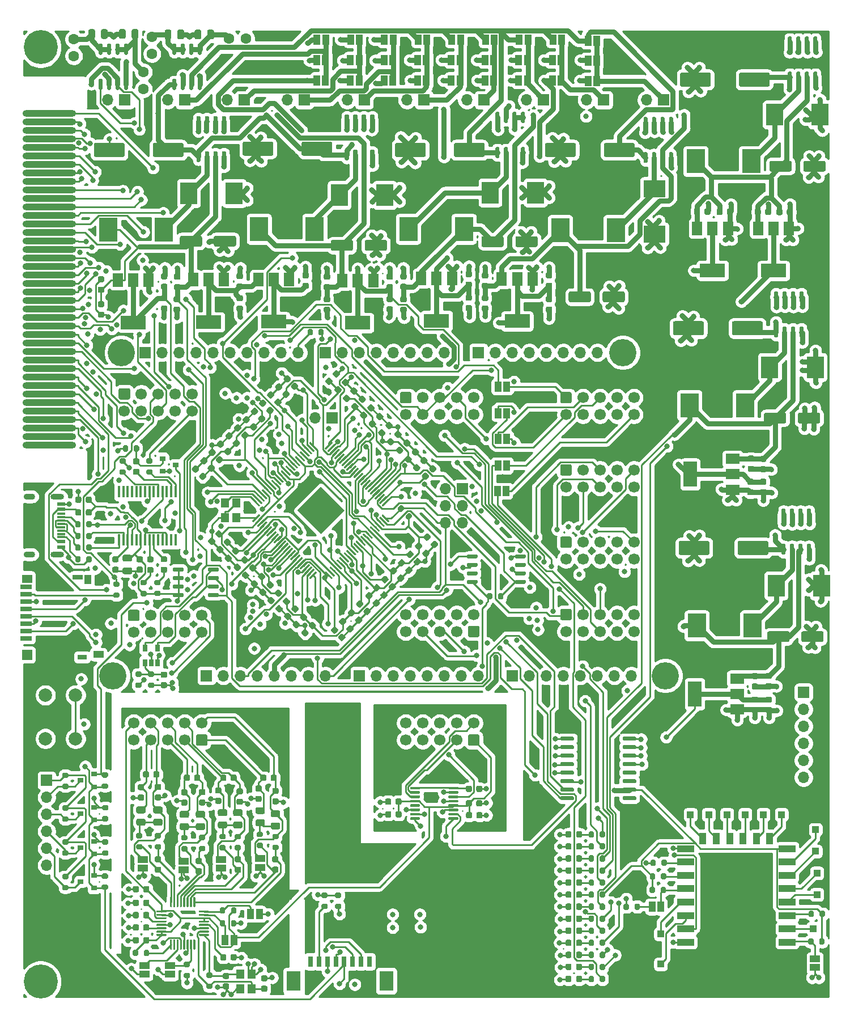
<source format=gbr>
%TF.GenerationSoftware,KiCad,Pcbnew,(5.1.9)-1*%
%TF.CreationDate,2021-07-02T17:33:51-07:00*%
%TF.ProjectId,MAD_P2,4d41445f-5032-42e6-9b69-6361645f7063,rev?*%
%TF.SameCoordinates,Original*%
%TF.FileFunction,Copper,L1,Top*%
%TF.FilePolarity,Positive*%
%FSLAX46Y46*%
G04 Gerber Fmt 4.6, Leading zero omitted, Abs format (unit mm)*
G04 Created by KiCad (PCBNEW (5.1.9)-1) date 2021-07-02 17:33:51*
%MOMM*%
%LPD*%
G01*
G04 APERTURE LIST*
%TA.AperFunction,ComponentPad*%
%ADD10C,5.080000*%
%TD*%
%TA.AperFunction,ComponentPad*%
%ADD11C,1.600000*%
%TD*%
%TA.AperFunction,ComponentPad*%
%ADD12C,1.700000*%
%TD*%
%TA.AperFunction,SMDPad,CuDef*%
%ADD13O,8.000000X1.000000*%
%TD*%
%TA.AperFunction,ComponentPad*%
%ADD14R,1.700000X1.700000*%
%TD*%
%TA.AperFunction,ComponentPad*%
%ADD15O,1.700000X1.700000*%
%TD*%
%TA.AperFunction,SMDPad,CuDef*%
%ADD16R,2.000000X1.500000*%
%TD*%
%TA.AperFunction,SMDPad,CuDef*%
%ADD17R,2.000000X3.800000*%
%TD*%
%TA.AperFunction,ComponentPad*%
%ADD18C,4.064000*%
%TD*%
%TA.AperFunction,SMDPad,CuDef*%
%ADD19R,2.500000X3.300000*%
%TD*%
%TA.AperFunction,SMDPad,CuDef*%
%ADD20R,3.300000X2.500000*%
%TD*%
%TA.AperFunction,SMDPad,CuDef*%
%ADD21R,1.750000X0.700000*%
%TD*%
%TA.AperFunction,SMDPad,CuDef*%
%ADD22R,1.500000X1.300000*%
%TD*%
%TA.AperFunction,SMDPad,CuDef*%
%ADD23R,1.500000X0.800000*%
%TD*%
%TA.AperFunction,SMDPad,CuDef*%
%ADD24R,1.000000X1.450000*%
%TD*%
%TA.AperFunction,SMDPad,CuDef*%
%ADD25R,1.400000X0.800000*%
%TD*%
%TA.AperFunction,SMDPad,CuDef*%
%ADD26R,1.500000X1.500000*%
%TD*%
%TA.AperFunction,SMDPad,CuDef*%
%ADD27R,1.550000X1.000000*%
%TD*%
%TA.AperFunction,ComponentPad*%
%ADD28O,2.000000X0.900000*%
%TD*%
%TA.AperFunction,ComponentPad*%
%ADD29O,1.700000X0.900000*%
%TD*%
%TA.AperFunction,SMDPad,CuDef*%
%ADD30R,1.160000X0.300000*%
%TD*%
%TA.AperFunction,SMDPad,CuDef*%
%ADD31R,1.160000X0.600000*%
%TD*%
%TA.AperFunction,SMDPad,CuDef*%
%ADD32R,1.000000X1.500000*%
%TD*%
%TA.AperFunction,SMDPad,CuDef*%
%ADD33R,1.500000X1.000000*%
%TD*%
%TA.AperFunction,SMDPad,CuDef*%
%ADD34R,2.700000X3.600000*%
%TD*%
%TA.AperFunction,SMDPad,CuDef*%
%ADD35R,0.900000X0.800000*%
%TD*%
%TA.AperFunction,SMDPad,CuDef*%
%ADD36R,1.000000X1.000000*%
%TD*%
%TA.AperFunction,ComponentPad*%
%ADD37C,0.500000*%
%TD*%
%TA.AperFunction,SMDPad,CuDef*%
%ADD38C,0.100000*%
%TD*%
%TA.AperFunction,SMDPad,CuDef*%
%ADD39R,1.500000X2.000000*%
%TD*%
%TA.AperFunction,SMDPad,CuDef*%
%ADD40R,3.800000X2.000000*%
%TD*%
%TA.AperFunction,SMDPad,CuDef*%
%ADD41R,0.650000X1.060000*%
%TD*%
%TA.AperFunction,SMDPad,CuDef*%
%ADD42R,0.450000X1.750000*%
%TD*%
%TA.AperFunction,SMDPad,CuDef*%
%ADD43R,2.500000X1.000000*%
%TD*%
%TA.AperFunction,SMDPad,CuDef*%
%ADD44R,1.000000X1.800000*%
%TD*%
%TA.AperFunction,SMDPad,CuDef*%
%ADD45R,1.200000X1.400000*%
%TD*%
%TA.AperFunction,SMDPad,CuDef*%
%ADD46R,2.100000X3.000000*%
%TD*%
%TA.AperFunction,SMDPad,CuDef*%
%ADD47R,0.800000X1.600000*%
%TD*%
%TA.AperFunction,ComponentPad*%
%ADD48C,2.000000*%
%TD*%
%TA.AperFunction,ViaPad*%
%ADD49C,0.800000*%
%TD*%
%TA.AperFunction,Conductor*%
%ADD50C,0.250000*%
%TD*%
%TA.AperFunction,Conductor*%
%ADD51C,0.800000*%
%TD*%
%TA.AperFunction,NonConductor*%
%ADD52C,0.254000*%
%TD*%
%TA.AperFunction,NonConductor*%
%ADD53C,0.100000*%
%TD*%
G04 APERTURE END LIST*
D10*
%TO.P,DISP_HOLE_3,1*%
%TO.N,N/C*%
X395605000Y-157915000D03*
%TD*%
%TO.P,DISP_HOLE_1,1*%
%TO.N,N/C*%
X395605000Y-18415000D03*
%TD*%
D11*
%TO.P,F5,2*%
%TO.N,Net-(C74-Pad1)*%
X423776000Y-17081500D03*
%TO.P,F5,1*%
%TO.N,VIN_RAW*%
X426276000Y-17081500D03*
%TD*%
%TO.P,C2,1*%
%TO.N,V_0_3*%
%TA.AperFunction,SMDPad,CuDef*%
G36*
G01*
X450363571Y-80430683D02*
X450010017Y-80077129D01*
G75*
G02*
X450010017Y-79758931I159099J159099D01*
G01*
X450328215Y-79440733D01*
G75*
G02*
X450646413Y-79440733I159099J-159099D01*
G01*
X450999967Y-79794287D01*
G75*
G02*
X450999967Y-80112485I-159099J-159099D01*
G01*
X450681769Y-80430683D01*
G75*
G02*
X450363571Y-80430683I-159099J159099D01*
G01*
G37*
%TD.AperFunction*%
%TO.P,C2,2*%
%TO.N,GND*%
%TA.AperFunction,SMDPad,CuDef*%
G36*
G01*
X451459587Y-79334667D02*
X451106033Y-78981113D01*
G75*
G02*
X451106033Y-78662915I159099J159099D01*
G01*
X451424231Y-78344717D01*
G75*
G02*
X451742429Y-78344717I159099J-159099D01*
G01*
X452095983Y-78698271D01*
G75*
G02*
X452095983Y-79016469I-159099J-159099D01*
G01*
X451777785Y-79334667D01*
G75*
G02*
X451459587Y-79334667I-159099J159099D01*
G01*
G37*
%TD.AperFunction*%
%TD*%
%TO.P,C7,2*%
%TO.N,GND*%
%TA.AperFunction,SMDPad,CuDef*%
G36*
G01*
X448856587Y-76731167D02*
X448503033Y-76377613D01*
G75*
G02*
X448503033Y-76059415I159099J159099D01*
G01*
X448821231Y-75741217D01*
G75*
G02*
X449139429Y-75741217I159099J-159099D01*
G01*
X449492983Y-76094771D01*
G75*
G02*
X449492983Y-76412969I-159099J-159099D01*
G01*
X449174785Y-76731167D01*
G75*
G02*
X448856587Y-76731167I-159099J159099D01*
G01*
G37*
%TD.AperFunction*%
%TO.P,C7,1*%
%TO.N,V_0_3*%
%TA.AperFunction,SMDPad,CuDef*%
G36*
G01*
X447760571Y-77827183D02*
X447407017Y-77473629D01*
G75*
G02*
X447407017Y-77155431I159099J159099D01*
G01*
X447725215Y-76837233D01*
G75*
G02*
X448043413Y-76837233I159099J-159099D01*
G01*
X448396967Y-77190787D01*
G75*
G02*
X448396967Y-77508985I-159099J-159099D01*
G01*
X448078769Y-77827183D01*
G75*
G02*
X447760571Y-77827183I-159099J159099D01*
G01*
G37*
%TD.AperFunction*%
%TD*%
%TO.P,C8,2*%
%TO.N,GND*%
%TA.AperFunction,SMDPad,CuDef*%
G36*
G01*
X447522587Y-75397667D02*
X447169033Y-75044113D01*
G75*
G02*
X447169033Y-74725915I159099J159099D01*
G01*
X447487231Y-74407717D01*
G75*
G02*
X447805429Y-74407717I159099J-159099D01*
G01*
X448158983Y-74761271D01*
G75*
G02*
X448158983Y-75079469I-159099J-159099D01*
G01*
X447840785Y-75397667D01*
G75*
G02*
X447522587Y-75397667I-159099J159099D01*
G01*
G37*
%TD.AperFunction*%
%TO.P,C8,1*%
%TO.N,V_0_3*%
%TA.AperFunction,SMDPad,CuDef*%
G36*
G01*
X446426571Y-76493683D02*
X446073017Y-76140129D01*
G75*
G02*
X446073017Y-75821931I159099J159099D01*
G01*
X446391215Y-75503733D01*
G75*
G02*
X446709413Y-75503733I159099J-159099D01*
G01*
X447062967Y-75857287D01*
G75*
G02*
X447062967Y-76175485I-159099J-159099D01*
G01*
X446744769Y-76493683D01*
G75*
G02*
X446426571Y-76493683I-159099J159099D01*
G01*
G37*
%TD.AperFunction*%
%TD*%
%TO.P,C14,1*%
%TO.N,V_0_3*%
%TA.AperFunction,SMDPad,CuDef*%
G36*
G01*
X442411571Y-72571283D02*
X442058017Y-72217729D01*
G75*
G02*
X442058017Y-71899531I159099J159099D01*
G01*
X442376215Y-71581333D01*
G75*
G02*
X442694413Y-71581333I159099J-159099D01*
G01*
X443047967Y-71934887D01*
G75*
G02*
X443047967Y-72253085I-159099J-159099D01*
G01*
X442729769Y-72571283D01*
G75*
G02*
X442411571Y-72571283I-159099J159099D01*
G01*
G37*
%TD.AperFunction*%
%TO.P,C14,2*%
%TO.N,GND*%
%TA.AperFunction,SMDPad,CuDef*%
G36*
G01*
X443507587Y-71475267D02*
X443154033Y-71121713D01*
G75*
G02*
X443154033Y-70803515I159099J159099D01*
G01*
X443472231Y-70485317D01*
G75*
G02*
X443790429Y-70485317I159099J-159099D01*
G01*
X444143983Y-70838871D01*
G75*
G02*
X444143983Y-71157069I-159099J-159099D01*
G01*
X443825785Y-71475267D01*
G75*
G02*
X443507587Y-71475267I-159099J159099D01*
G01*
G37*
%TD.AperFunction*%
%TD*%
%TO.P,C12,2*%
%TO.N,GND*%
%TA.AperFunction,SMDPad,CuDef*%
G36*
G01*
X454063587Y-81874667D02*
X453710033Y-81521113D01*
G75*
G02*
X453710033Y-81202915I159099J159099D01*
G01*
X454028231Y-80884717D01*
G75*
G02*
X454346429Y-80884717I159099J-159099D01*
G01*
X454699983Y-81238271D01*
G75*
G02*
X454699983Y-81556469I-159099J-159099D01*
G01*
X454381785Y-81874667D01*
G75*
G02*
X454063587Y-81874667I-159099J159099D01*
G01*
G37*
%TD.AperFunction*%
%TO.P,C12,1*%
%TO.N,+1V8*%
%TA.AperFunction,SMDPad,CuDef*%
G36*
G01*
X452967571Y-82970683D02*
X452614017Y-82617129D01*
G75*
G02*
X452614017Y-82298931I159099J159099D01*
G01*
X452932215Y-81980733D01*
G75*
G02*
X453250413Y-81980733I159099J-159099D01*
G01*
X453603967Y-82334287D01*
G75*
G02*
X453603967Y-82652485I-159099J-159099D01*
G01*
X453285769Y-82970683D01*
G75*
G02*
X452967571Y-82970683I-159099J159099D01*
G01*
G37*
%TD.AperFunction*%
%TD*%
%TO.P,C19,2*%
%TO.N,GND*%
%TA.AperFunction,SMDPad,CuDef*%
G36*
G01*
X440994587Y-68971567D02*
X440641033Y-68618013D01*
G75*
G02*
X440641033Y-68299815I159099J159099D01*
G01*
X440959231Y-67981617D01*
G75*
G02*
X441277429Y-67981617I159099J-159099D01*
G01*
X441630983Y-68335171D01*
G75*
G02*
X441630983Y-68653369I-159099J-159099D01*
G01*
X441312785Y-68971567D01*
G75*
G02*
X440994587Y-68971567I-159099J159099D01*
G01*
G37*
%TD.AperFunction*%
%TO.P,C19,1*%
%TO.N,V_0_3*%
%TA.AperFunction,SMDPad,CuDef*%
G36*
G01*
X439898571Y-70067583D02*
X439545017Y-69714029D01*
G75*
G02*
X439545017Y-69395831I159099J159099D01*
G01*
X439863215Y-69077633D01*
G75*
G02*
X440181413Y-69077633I159099J-159099D01*
G01*
X440534967Y-69431187D01*
G75*
G02*
X440534967Y-69749385I-159099J-159099D01*
G01*
X440216769Y-70067583D01*
G75*
G02*
X439898571Y-70067583I-159099J159099D01*
G01*
G37*
%TD.AperFunction*%
%TD*%
%TO.P,C20,2*%
%TO.N,GND*%
%TA.AperFunction,SMDPad,CuDef*%
G36*
G01*
X439635587Y-67701567D02*
X439282033Y-67348013D01*
G75*
G02*
X439282033Y-67029815I159099J159099D01*
G01*
X439600231Y-66711617D01*
G75*
G02*
X439918429Y-66711617I159099J-159099D01*
G01*
X440271983Y-67065171D01*
G75*
G02*
X440271983Y-67383369I-159099J-159099D01*
G01*
X439953785Y-67701567D01*
G75*
G02*
X439635587Y-67701567I-159099J159099D01*
G01*
G37*
%TD.AperFunction*%
%TO.P,C20,1*%
%TO.N,V_0_3*%
%TA.AperFunction,SMDPad,CuDef*%
G36*
G01*
X438539571Y-68797583D02*
X438186017Y-68444029D01*
G75*
G02*
X438186017Y-68125831I159099J159099D01*
G01*
X438504215Y-67807633D01*
G75*
G02*
X438822413Y-67807633I159099J-159099D01*
G01*
X439175967Y-68161187D01*
G75*
G02*
X439175967Y-68479385I-159099J-159099D01*
G01*
X438857769Y-68797583D01*
G75*
G02*
X438539571Y-68797583I-159099J159099D01*
G01*
G37*
%TD.AperFunction*%
%TD*%
%TO.P,C13,1*%
%TO.N,V_0_3*%
%TA.AperFunction,SMDPad,CuDef*%
G36*
G01*
X443721571Y-73864783D02*
X443368017Y-73511229D01*
G75*
G02*
X443368017Y-73193031I159099J159099D01*
G01*
X443686215Y-72874833D01*
G75*
G02*
X444004413Y-72874833I159099J-159099D01*
G01*
X444357967Y-73228387D01*
G75*
G02*
X444357967Y-73546585I-159099J-159099D01*
G01*
X444039769Y-73864783D01*
G75*
G02*
X443721571Y-73864783I-159099J159099D01*
G01*
G37*
%TD.AperFunction*%
%TO.P,C13,2*%
%TO.N,GND*%
%TA.AperFunction,SMDPad,CuDef*%
G36*
G01*
X444817587Y-72768767D02*
X444464033Y-72415213D01*
G75*
G02*
X444464033Y-72097015I159099J159099D01*
G01*
X444782231Y-71778817D01*
G75*
G02*
X445100429Y-71778817I159099J-159099D01*
G01*
X445453983Y-72132371D01*
G75*
G02*
X445453983Y-72450569I-159099J-159099D01*
G01*
X445135785Y-72768767D01*
G75*
G02*
X444817587Y-72768767I-159099J159099D01*
G01*
G37*
%TD.AperFunction*%
%TD*%
%TO.P,C1,1*%
%TO.N,V_0_3*%
%TA.AperFunction,SMDPad,CuDef*%
G36*
G01*
X451633571Y-81700683D02*
X451280017Y-81347129D01*
G75*
G02*
X451280017Y-81028931I159099J159099D01*
G01*
X451598215Y-80710733D01*
G75*
G02*
X451916413Y-80710733I159099J-159099D01*
G01*
X452269967Y-81064287D01*
G75*
G02*
X452269967Y-81382485I-159099J-159099D01*
G01*
X451951769Y-81700683D01*
G75*
G02*
X451633571Y-81700683I-159099J159099D01*
G01*
G37*
%TD.AperFunction*%
%TO.P,C1,2*%
%TO.N,GND*%
%TA.AperFunction,SMDPad,CuDef*%
G36*
G01*
X452729587Y-80604667D02*
X452376033Y-80251113D01*
G75*
G02*
X452376033Y-79932915I159099J159099D01*
G01*
X452694231Y-79614717D01*
G75*
G02*
X453012429Y-79614717I159099J-159099D01*
G01*
X453365983Y-79968271D01*
G75*
G02*
X453365983Y-80286469I-159099J-159099D01*
G01*
X453047785Y-80604667D01*
G75*
G02*
X452729587Y-80604667I-159099J159099D01*
G01*
G37*
%TD.AperFunction*%
%TD*%
%TO.P,C42,1*%
%TO.N,+1V8*%
%TA.AperFunction,SMDPad,CuDef*%
G36*
G01*
X441168571Y-71350583D02*
X440815017Y-70997029D01*
G75*
G02*
X440815017Y-70678831I159099J159099D01*
G01*
X441133215Y-70360633D01*
G75*
G02*
X441451413Y-70360633I159099J-159099D01*
G01*
X441804967Y-70714187D01*
G75*
G02*
X441804967Y-71032385I-159099J-159099D01*
G01*
X441486769Y-71350583D01*
G75*
G02*
X441168571Y-71350583I-159099J159099D01*
G01*
G37*
%TD.AperFunction*%
%TO.P,C42,2*%
%TO.N,GND*%
%TA.AperFunction,SMDPad,CuDef*%
G36*
G01*
X442264587Y-70254567D02*
X441911033Y-69901013D01*
G75*
G02*
X441911033Y-69582815I159099J159099D01*
G01*
X442229231Y-69264617D01*
G75*
G02*
X442547429Y-69264617I159099J-159099D01*
G01*
X442900983Y-69618171D01*
G75*
G02*
X442900983Y-69936369I-159099J-159099D01*
G01*
X442582785Y-70254567D01*
G75*
G02*
X442264587Y-70254567I-159099J159099D01*
G01*
G37*
%TD.AperFunction*%
%TD*%
%TO.P,C48,2*%
%TO.N,GND*%
%TA.AperFunction,SMDPad,CuDef*%
G36*
G01*
X450189587Y-78001167D02*
X449836033Y-77647613D01*
G75*
G02*
X449836033Y-77329415I159099J159099D01*
G01*
X450154231Y-77011217D01*
G75*
G02*
X450472429Y-77011217I159099J-159099D01*
G01*
X450825983Y-77364771D01*
G75*
G02*
X450825983Y-77682969I-159099J-159099D01*
G01*
X450507785Y-78001167D01*
G75*
G02*
X450189587Y-78001167I-159099J159099D01*
G01*
G37*
%TD.AperFunction*%
%TO.P,C48,1*%
%TO.N,+1V8*%
%TA.AperFunction,SMDPad,CuDef*%
G36*
G01*
X449093571Y-79097183D02*
X448740017Y-78743629D01*
G75*
G02*
X448740017Y-78425431I159099J159099D01*
G01*
X449058215Y-78107233D01*
G75*
G02*
X449376413Y-78107233I159099J-159099D01*
G01*
X449729967Y-78460787D01*
G75*
G02*
X449729967Y-78778985I-159099J-159099D01*
G01*
X449411769Y-79097183D01*
G75*
G02*
X449093571Y-79097183I-159099J159099D01*
G01*
G37*
%TD.AperFunction*%
%TD*%
%TO.P,C47,2*%
%TO.N,GND*%
%TA.AperFunction,SMDPad,CuDef*%
G36*
G01*
X446125587Y-74064167D02*
X445772033Y-73710613D01*
G75*
G02*
X445772033Y-73392415I159099J159099D01*
G01*
X446090231Y-73074217D01*
G75*
G02*
X446408429Y-73074217I159099J-159099D01*
G01*
X446761983Y-73427771D01*
G75*
G02*
X446761983Y-73745969I-159099J-159099D01*
G01*
X446443785Y-74064167D01*
G75*
G02*
X446125587Y-74064167I-159099J159099D01*
G01*
G37*
%TD.AperFunction*%
%TO.P,C47,1*%
%TO.N,+1V8*%
%TA.AperFunction,SMDPad,CuDef*%
G36*
G01*
X445029571Y-75160183D02*
X444676017Y-74806629D01*
G75*
G02*
X444676017Y-74488431I159099J159099D01*
G01*
X444994215Y-74170233D01*
G75*
G02*
X445312413Y-74170233I159099J-159099D01*
G01*
X445665967Y-74523787D01*
G75*
G02*
X445665967Y-74841985I-159099J-159099D01*
G01*
X445347769Y-75160183D01*
G75*
G02*
X445029571Y-75160183I-159099J159099D01*
G01*
G37*
%TD.AperFunction*%
%TD*%
D12*
%TO.P,J11,10*%
%TO.N,GND*%
X460312000Y-73279000D03*
%TO.P,J11,8*%
%TO.N,5V_MAIN1*%
X457772000Y-73279000D03*
%TO.P,J11,6*%
%TO.N,VIN_L1*%
X455232000Y-73279000D03*
%TO.P,J11,4*%
%TO.N,V_32_35*%
X452692000Y-73279000D03*
%TO.P,J11,2*%
%TO.N,V_0_3*%
X450152000Y-73279000D03*
%TO.P,J11,9*%
%TO.N,GND*%
X460312000Y-70739000D03*
%TO.P,J11,7*%
%TO.N,3.3V_MAIN1*%
X457772000Y-70739000D03*
%TO.P,J11,5*%
%TO.N,V_32_35*%
X455232000Y-70739000D03*
%TO.P,J11,3*%
%TO.N,V_0_3*%
X452692000Y-70739000D03*
%TO.P,J11,1*%
%TO.N,GND*%
%TA.AperFunction,ComponentPad*%
G36*
G01*
X449552000Y-69889000D02*
X450752000Y-69889000D01*
G75*
G02*
X451002000Y-70139000I0J-250000D01*
G01*
X451002000Y-71339000D01*
G75*
G02*
X450752000Y-71589000I-250000J0D01*
G01*
X449552000Y-71589000D01*
G75*
G02*
X449302000Y-71339000I0J250000D01*
G01*
X449302000Y-70139000D01*
G75*
G02*
X449552000Y-69889000I250000J0D01*
G01*
G37*
%TD.AperFunction*%
%TD*%
D13*
%TO.P,J6,39*%
%TO.N,P1*%
X396900000Y-29565600D03*
%TO.P,J6,40*%
%TO.N,P0*%
X396900000Y-28295600D03*
%TO.P,J6,38*%
%TO.N,P2*%
X396900000Y-30835600D03*
%TO.P,J6,37*%
%TO.N,P3*%
X396900000Y-32105600D03*
%TO.P,J6,36*%
%TO.N,P4*%
X396900000Y-33375600D03*
%TO.P,J6,35*%
%TO.N,P5*%
X396900000Y-34645600D03*
%TO.P,J6,34*%
%TO.N,P6*%
X396900000Y-35915600D03*
%TO.P,J6,33*%
%TO.N,P7*%
X396900000Y-37185600D03*
%TO.P,J6,32*%
%TO.N,P8*%
X396900000Y-38455600D03*
%TO.P,J6,31*%
%TO.N,P9*%
X396900000Y-39725600D03*
%TO.P,J6,30*%
%TO.N,P10*%
X396900000Y-40995600D03*
%TO.P,J6,29*%
%TO.N,P11*%
X396900000Y-42265600D03*
%TO.P,J6,28*%
%TO.N,P12*%
X396900000Y-43535600D03*
%TO.P,J6,27*%
%TO.N,P13*%
X396900000Y-44805600D03*
%TO.P,J6,26*%
%TO.N,P14*%
X396900000Y-46075600D03*
%TO.P,J6,25*%
%TO.N,P15*%
X396900000Y-47345600D03*
%TO.P,J6,24*%
%TO.N,P16*%
X396900000Y-48615600D03*
%TO.P,J6,23*%
%TO.N,P17*%
X396900000Y-49885600D03*
%TO.P,J6,22*%
%TO.N,P18*%
X396900000Y-51155600D03*
%TO.P,J6,21*%
%TO.N,P19*%
X396900000Y-52425600D03*
%TO.P,J6,20*%
%TO.N,P20*%
X396900000Y-53695600D03*
%TO.P,J6,19*%
%TO.N,P21*%
X396900000Y-54965600D03*
%TO.P,J6,18*%
%TO.N,P22*%
X396900000Y-56235600D03*
%TO.P,J6,17*%
%TO.N,P23*%
X396900000Y-57505600D03*
%TO.P,J6,16*%
%TO.N,P24*%
X396900000Y-58775600D03*
%TO.P,J6,15*%
%TO.N,P25*%
X396900000Y-60045600D03*
%TO.P,J6,14*%
%TO.N,P26*%
X396900000Y-61315600D03*
%TO.P,J6,13*%
%TO.N,P27*%
X396900000Y-62585600D03*
%TO.P,J6,12*%
%TO.N,P28*%
X396900000Y-63855600D03*
%TO.P,J6,11*%
%TO.N,P29*%
X396900000Y-65125600D03*
%TO.P,J6,10*%
%TO.N,P30*%
X396900000Y-66395600D03*
%TO.P,J6,9*%
%TO.N,P31*%
X396900000Y-67665600D03*
%TO.P,J6,8*%
%TO.N,P32*%
X396900000Y-68935600D03*
%TO.P,J6,7*%
%TO.N,P33*%
X396900000Y-70205600D03*
%TO.P,J6,6*%
%TO.N,P34*%
X396900000Y-71475600D03*
%TO.P,J6,5*%
%TO.N,P35*%
X396900000Y-72745600D03*
%TO.P,J6,4*%
%TO.N,P36*%
X396900000Y-74015600D03*
%TO.P,J6,3*%
%TO.N,P37*%
X396900000Y-75285600D03*
%TO.P,J6,2*%
%TO.N,Net-(J6-Pad2)*%
X396900000Y-76555600D03*
%TO.P,J6,1*%
%TO.N,Net-(J6-Pad1)*%
X396900000Y-77825600D03*
%TD*%
D14*
%TO.P,J4,1*%
%TO.N,VIN_RAW*%
X408177800Y-26289000D03*
D15*
%TO.P,J4,2*%
%TO.N,GND*%
X405637800Y-26289000D03*
%TD*%
D14*
%TO.P,J27,1*%
%TO.N,Net-(J27-Pad1)*%
X417118800Y-26289000D03*
D15*
%TO.P,J27,2*%
%TO.N,GND*%
X414578800Y-26289000D03*
%TD*%
D14*
%TO.P,J17,1*%
%TO.N,Net-(J17-Pad1)*%
X426059800Y-26289000D03*
D15*
%TO.P,J17,2*%
%TO.N,GND*%
X423519800Y-26289000D03*
%TD*%
D14*
%TO.P,J1,1*%
%TO.N,Net-(J1-Pad1)*%
X435000800Y-26289000D03*
D15*
%TO.P,J1,2*%
%TO.N,GND*%
X432460800Y-26289000D03*
%TD*%
D14*
%TO.P,J28,1*%
%TO.N,Net-(J28-Pad1)*%
X443940800Y-26289000D03*
D15*
%TO.P,J28,2*%
%TO.N,GND*%
X441400800Y-26289000D03*
%TD*%
D14*
%TO.P,J2,1*%
%TO.N,Net-(J2-Pad1)*%
X452881800Y-26289000D03*
D15*
%TO.P,J2,2*%
%TO.N,GND*%
X450341800Y-26289000D03*
%TD*%
D14*
%TO.P,J29,1*%
%TO.N,Net-(J29-Pad1)*%
X461822800Y-26289000D03*
D15*
%TO.P,J29,2*%
%TO.N,GND*%
X459282800Y-26289000D03*
%TD*%
D14*
%TO.P,J3,1*%
%TO.N,Net-(J3-Pad1)*%
X470763800Y-26289000D03*
D15*
%TO.P,J3,2*%
%TO.N,GND*%
X468223800Y-26289000D03*
%TD*%
D14*
%TO.P,J30,1*%
%TO.N,Net-(J30-Pad1)*%
X479704800Y-26289000D03*
D15*
%TO.P,J30,2*%
%TO.N,GND*%
X477164800Y-26289000D03*
%TD*%
D14*
%TO.P,J12,1*%
%TO.N,Net-(J12-Pad1)*%
X488644800Y-26289000D03*
D15*
%TO.P,J12,2*%
%TO.N,GND*%
X486104800Y-26289000D03*
%TD*%
%TO.P,C28,1*%
%TO.N,V_32_35*%
%TA.AperFunction,SMDPad,CuDef*%
G36*
G01*
X441527017Y-102726571D02*
X441880571Y-102373017D01*
G75*
G02*
X442198769Y-102373017I159099J-159099D01*
G01*
X442516967Y-102691215D01*
G75*
G02*
X442516967Y-103009413I-159099J-159099D01*
G01*
X442163413Y-103362967D01*
G75*
G02*
X441845215Y-103362967I-159099J159099D01*
G01*
X441527017Y-103044769D01*
G75*
G02*
X441527017Y-102726571I159099J159099D01*
G01*
G37*
%TD.AperFunction*%
%TO.P,C28,2*%
%TO.N,GND*%
%TA.AperFunction,SMDPad,CuDef*%
G36*
G01*
X442623033Y-103822587D02*
X442976587Y-103469033D01*
G75*
G02*
X443294785Y-103469033I159099J-159099D01*
G01*
X443612983Y-103787231D01*
G75*
G02*
X443612983Y-104105429I-159099J-159099D01*
G01*
X443259429Y-104458983D01*
G75*
G02*
X442941231Y-104458983I-159099J159099D01*
G01*
X442623033Y-104140785D01*
G75*
G02*
X442623033Y-103822587I159099J159099D01*
G01*
G37*
%TD.AperFunction*%
%TD*%
%TO.P,C33,2*%
%TO.N,GND*%
%TA.AperFunction,SMDPad,CuDef*%
G36*
G01*
X445251033Y-101269587D02*
X445604587Y-100916033D01*
G75*
G02*
X445922785Y-100916033I159099J-159099D01*
G01*
X446240983Y-101234231D01*
G75*
G02*
X446240983Y-101552429I-159099J-159099D01*
G01*
X445887429Y-101905983D01*
G75*
G02*
X445569231Y-101905983I-159099J159099D01*
G01*
X445251033Y-101587785D01*
G75*
G02*
X445251033Y-101269587I159099J159099D01*
G01*
G37*
%TD.AperFunction*%
%TO.P,C33,1*%
%TO.N,V_32_35*%
%TA.AperFunction,SMDPad,CuDef*%
G36*
G01*
X444155017Y-100173571D02*
X444508571Y-99820017D01*
G75*
G02*
X444826769Y-99820017I159099J-159099D01*
G01*
X445144967Y-100138215D01*
G75*
G02*
X445144967Y-100456413I-159099J-159099D01*
G01*
X444791413Y-100809967D01*
G75*
G02*
X444473215Y-100809967I-159099J159099D01*
G01*
X444155017Y-100491769D01*
G75*
G02*
X444155017Y-100173571I159099J159099D01*
G01*
G37*
%TD.AperFunction*%
%TD*%
%TO.P,C39,1*%
%TO.N,V_32_35*%
%TA.AperFunction,SMDPad,CuDef*%
G36*
G01*
X447801017Y-96465571D02*
X448154571Y-96112017D01*
G75*
G02*
X448472769Y-96112017I159099J-159099D01*
G01*
X448790967Y-96430215D01*
G75*
G02*
X448790967Y-96748413I-159099J-159099D01*
G01*
X448437413Y-97101967D01*
G75*
G02*
X448119215Y-97101967I-159099J159099D01*
G01*
X447801017Y-96783769D01*
G75*
G02*
X447801017Y-96465571I159099J159099D01*
G01*
G37*
%TD.AperFunction*%
%TO.P,C39,2*%
%TO.N,GND*%
%TA.AperFunction,SMDPad,CuDef*%
G36*
G01*
X448897033Y-97561587D02*
X449250587Y-97208033D01*
G75*
G02*
X449568785Y-97208033I159099J-159099D01*
G01*
X449886983Y-97526231D01*
G75*
G02*
X449886983Y-97844429I-159099J-159099D01*
G01*
X449533429Y-98197983D01*
G75*
G02*
X449215231Y-98197983I-159099J159099D01*
G01*
X448897033Y-97879785D01*
G75*
G02*
X448897033Y-97561587I159099J159099D01*
G01*
G37*
%TD.AperFunction*%
%TD*%
%TO.P,C40,1*%
%TO.N,V_32_35*%
%TA.AperFunction,SMDPad,CuDef*%
G36*
G01*
X449033017Y-95271771D02*
X449386571Y-94918217D01*
G75*
G02*
X449704769Y-94918217I159099J-159099D01*
G01*
X450022967Y-95236415D01*
G75*
G02*
X450022967Y-95554613I-159099J-159099D01*
G01*
X449669413Y-95908167D01*
G75*
G02*
X449351215Y-95908167I-159099J159099D01*
G01*
X449033017Y-95589969D01*
G75*
G02*
X449033017Y-95271771I159099J159099D01*
G01*
G37*
%TD.AperFunction*%
%TO.P,C40,2*%
%TO.N,GND*%
%TA.AperFunction,SMDPad,CuDef*%
G36*
G01*
X450129033Y-96367787D02*
X450482587Y-96014233D01*
G75*
G02*
X450800785Y-96014233I159099J-159099D01*
G01*
X451118983Y-96332431D01*
G75*
G02*
X451118983Y-96650629I-159099J-159099D01*
G01*
X450765429Y-97004183D01*
G75*
G02*
X450447231Y-97004183I-159099J159099D01*
G01*
X450129033Y-96685985D01*
G75*
G02*
X450129033Y-96367787I159099J159099D01*
G01*
G37*
%TD.AperFunction*%
%TD*%
%TO.P,C34,2*%
%TO.N,GND*%
%TA.AperFunction,SMDPad,CuDef*%
G36*
G01*
X446395033Y-100076187D02*
X446748587Y-99722633D01*
G75*
G02*
X447066785Y-99722633I159099J-159099D01*
G01*
X447384983Y-100040831D01*
G75*
G02*
X447384983Y-100359029I-159099J-159099D01*
G01*
X447031429Y-100712583D01*
G75*
G02*
X446713231Y-100712583I-159099J159099D01*
G01*
X446395033Y-100394385D01*
G75*
G02*
X446395033Y-100076187I159099J159099D01*
G01*
G37*
%TD.AperFunction*%
%TO.P,C34,1*%
%TO.N,V_32_35*%
%TA.AperFunction,SMDPad,CuDef*%
G36*
G01*
X445299017Y-98980171D02*
X445652571Y-98626617D01*
G75*
G02*
X445970769Y-98626617I159099J-159099D01*
G01*
X446288967Y-98944815D01*
G75*
G02*
X446288967Y-99263013I-159099J-159099D01*
G01*
X445935413Y-99616567D01*
G75*
G02*
X445617215Y-99616567I-159099J159099D01*
G01*
X445299017Y-99298369D01*
G75*
G02*
X445299017Y-98980171I159099J159099D01*
G01*
G37*
%TD.AperFunction*%
%TD*%
%TO.P,C27,1*%
%TO.N,V_32_35*%
%TA.AperFunction,SMDPad,CuDef*%
G36*
G01*
X440229017Y-104032571D02*
X440582571Y-103679017D01*
G75*
G02*
X440900769Y-103679017I159099J-159099D01*
G01*
X441218967Y-103997215D01*
G75*
G02*
X441218967Y-104315413I-159099J-159099D01*
G01*
X440865413Y-104668967D01*
G75*
G02*
X440547215Y-104668967I-159099J159099D01*
G01*
X440229017Y-104350769D01*
G75*
G02*
X440229017Y-104032571I159099J159099D01*
G01*
G37*
%TD.AperFunction*%
%TO.P,C27,2*%
%TO.N,GND*%
%TA.AperFunction,SMDPad,CuDef*%
G36*
G01*
X441325033Y-105128587D02*
X441678587Y-104775033D01*
G75*
G02*
X441996785Y-104775033I159099J-159099D01*
G01*
X442314983Y-105093231D01*
G75*
G02*
X442314983Y-105411429I-159099J-159099D01*
G01*
X441961429Y-105764983D01*
G75*
G02*
X441643231Y-105764983I-159099J159099D01*
G01*
X441325033Y-105446785D01*
G75*
G02*
X441325033Y-105128587I159099J159099D01*
G01*
G37*
%TD.AperFunction*%
%TD*%
%TO.P,C46,2*%
%TO.N,GND*%
%TA.AperFunction,SMDPad,CuDef*%
G36*
G01*
X453939033Y-92519687D02*
X454292587Y-92166133D01*
G75*
G02*
X454610785Y-92166133I159099J-159099D01*
G01*
X454928983Y-92484331D01*
G75*
G02*
X454928983Y-92802529I-159099J-159099D01*
G01*
X454575429Y-93156083D01*
G75*
G02*
X454257231Y-93156083I-159099J159099D01*
G01*
X453939033Y-92837885D01*
G75*
G02*
X453939033Y-92519687I159099J159099D01*
G01*
G37*
%TD.AperFunction*%
%TO.P,C46,1*%
%TO.N,V_32_35*%
%TA.AperFunction,SMDPad,CuDef*%
G36*
G01*
X452843017Y-91423671D02*
X453196571Y-91070117D01*
G75*
G02*
X453514769Y-91070117I159099J-159099D01*
G01*
X453832967Y-91388315D01*
G75*
G02*
X453832967Y-91706513I-159099J-159099D01*
G01*
X453479413Y-92060067D01*
G75*
G02*
X453161215Y-92060067I-159099J159099D01*
G01*
X452843017Y-91741869D01*
G75*
G02*
X452843017Y-91423671I159099J159099D01*
G01*
G37*
%TD.AperFunction*%
%TD*%
%TO.P,C45,2*%
%TO.N,GND*%
%TA.AperFunction,SMDPad,CuDef*%
G36*
G01*
X452669033Y-93853187D02*
X453022587Y-93499633D01*
G75*
G02*
X453340785Y-93499633I159099J-159099D01*
G01*
X453658983Y-93817831D01*
G75*
G02*
X453658983Y-94136029I-159099J-159099D01*
G01*
X453305429Y-94489583D01*
G75*
G02*
X452987231Y-94489583I-159099J159099D01*
G01*
X452669033Y-94171385D01*
G75*
G02*
X452669033Y-93853187I159099J159099D01*
G01*
G37*
%TD.AperFunction*%
%TO.P,C45,1*%
%TO.N,V_32_35*%
%TA.AperFunction,SMDPad,CuDef*%
G36*
G01*
X451573017Y-92757171D02*
X451926571Y-92403617D01*
G75*
G02*
X452244769Y-92403617I159099J-159099D01*
G01*
X452562967Y-92721815D01*
G75*
G02*
X452562967Y-93040013I-159099J-159099D01*
G01*
X452209413Y-93393567D01*
G75*
G02*
X451891215Y-93393567I-159099J159099D01*
G01*
X451573017Y-93075369D01*
G75*
G02*
X451573017Y-92757171I159099J159099D01*
G01*
G37*
%TD.AperFunction*%
%TD*%
%TO.P,C11,2*%
%TO.N,GND*%
%TA.AperFunction,SMDPad,CuDef*%
G36*
G01*
X443893033Y-102514587D02*
X444246587Y-102161033D01*
G75*
G02*
X444564785Y-102161033I159099J-159099D01*
G01*
X444882983Y-102479231D01*
G75*
G02*
X444882983Y-102797429I-159099J-159099D01*
G01*
X444529429Y-103150983D01*
G75*
G02*
X444211231Y-103150983I-159099J159099D01*
G01*
X443893033Y-102832785D01*
G75*
G02*
X443893033Y-102514587I159099J159099D01*
G01*
G37*
%TD.AperFunction*%
%TO.P,C11,1*%
%TO.N,+1V8*%
%TA.AperFunction,SMDPad,CuDef*%
G36*
G01*
X442797017Y-101418571D02*
X443150571Y-101065017D01*
G75*
G02*
X443468769Y-101065017I159099J-159099D01*
G01*
X443786967Y-101383215D01*
G75*
G02*
X443786967Y-101701413I-159099J-159099D01*
G01*
X443433413Y-102054967D01*
G75*
G02*
X443115215Y-102054967I-159099J159099D01*
G01*
X442797017Y-101736769D01*
G75*
G02*
X442797017Y-101418571I159099J159099D01*
G01*
G37*
%TD.AperFunction*%
%TD*%
%TO.P,C17,1*%
%TO.N,+1V8*%
%TA.AperFunction,SMDPad,CuDef*%
G36*
G01*
X439011017Y-105304571D02*
X439364571Y-104951017D01*
G75*
G02*
X439682769Y-104951017I159099J-159099D01*
G01*
X440000967Y-105269215D01*
G75*
G02*
X440000967Y-105587413I-159099J-159099D01*
G01*
X439647413Y-105940967D01*
G75*
G02*
X439329215Y-105940967I-159099J159099D01*
G01*
X439011017Y-105622769D01*
G75*
G02*
X439011017Y-105304571I159099J159099D01*
G01*
G37*
%TD.AperFunction*%
%TO.P,C17,2*%
%TO.N,GND*%
%TA.AperFunction,SMDPad,CuDef*%
G36*
G01*
X440107033Y-106400587D02*
X440460587Y-106047033D01*
G75*
G02*
X440778785Y-106047033I159099J-159099D01*
G01*
X441096983Y-106365231D01*
G75*
G02*
X441096983Y-106683429I-159099J-159099D01*
G01*
X440743429Y-107036983D01*
G75*
G02*
X440425231Y-107036983I-159099J159099D01*
G01*
X440107033Y-106718785D01*
G75*
G02*
X440107033Y-106400587I159099J159099D01*
G01*
G37*
%TD.AperFunction*%
%TD*%
%TO.P,C5,1*%
%TO.N,+1V8*%
%TA.AperFunction,SMDPad,CuDef*%
G36*
G01*
X450287017Y-93999871D02*
X450640571Y-93646317D01*
G75*
G02*
X450958769Y-93646317I159099J-159099D01*
G01*
X451276967Y-93964515D01*
G75*
G02*
X451276967Y-94282713I-159099J-159099D01*
G01*
X450923413Y-94636267D01*
G75*
G02*
X450605215Y-94636267I-159099J159099D01*
G01*
X450287017Y-94318069D01*
G75*
G02*
X450287017Y-93999871I159099J159099D01*
G01*
G37*
%TD.AperFunction*%
%TO.P,C5,2*%
%TO.N,GND*%
%TA.AperFunction,SMDPad,CuDef*%
G36*
G01*
X451383033Y-95095887D02*
X451736587Y-94742333D01*
G75*
G02*
X452054785Y-94742333I159099J-159099D01*
G01*
X452372983Y-95060531D01*
G75*
G02*
X452372983Y-95378729I-159099J-159099D01*
G01*
X452019429Y-95732283D01*
G75*
G02*
X451701231Y-95732283I-159099J159099D01*
G01*
X451383033Y-95414085D01*
G75*
G02*
X451383033Y-95095887I159099J159099D01*
G01*
G37*
%TD.AperFunction*%
%TD*%
%TO.P,C6,1*%
%TO.N,+1V8*%
%TA.AperFunction,SMDPad,CuDef*%
G36*
G01*
X446543017Y-97760971D02*
X446896571Y-97407417D01*
G75*
G02*
X447214769Y-97407417I159099J-159099D01*
G01*
X447532967Y-97725615D01*
G75*
G02*
X447532967Y-98043813I-159099J-159099D01*
G01*
X447179413Y-98397367D01*
G75*
G02*
X446861215Y-98397367I-159099J159099D01*
G01*
X446543017Y-98079169D01*
G75*
G02*
X446543017Y-97760971I159099J159099D01*
G01*
G37*
%TD.AperFunction*%
%TO.P,C6,2*%
%TO.N,GND*%
%TA.AperFunction,SMDPad,CuDef*%
G36*
G01*
X447639033Y-98856987D02*
X447992587Y-98503433D01*
G75*
G02*
X448310785Y-98503433I159099J-159099D01*
G01*
X448628983Y-98821631D01*
G75*
G02*
X448628983Y-99139829I-159099J-159099D01*
G01*
X448275429Y-99493383D01*
G75*
G02*
X447957231Y-99493383I-159099J159099D01*
G01*
X447639033Y-99175185D01*
G75*
G02*
X447639033Y-98856987I159099J159099D01*
G01*
G37*
%TD.AperFunction*%
%TD*%
%TO.P,R55,1*%
%TO.N,Net-(R55-Pad1)*%
%TA.AperFunction,SMDPad,CuDef*%
G36*
G01*
X410062000Y-135745000D02*
X410612000Y-135745000D01*
G75*
G02*
X410812000Y-135945000I0J-200000D01*
G01*
X410812000Y-136345000D01*
G75*
G02*
X410612000Y-136545000I-200000J0D01*
G01*
X410062000Y-136545000D01*
G75*
G02*
X409862000Y-136345000I0J200000D01*
G01*
X409862000Y-135945000D01*
G75*
G02*
X410062000Y-135745000I200000J0D01*
G01*
G37*
%TD.AperFunction*%
%TO.P,R55,2*%
%TO.N,/Peripherals/AIN4P*%
%TA.AperFunction,SMDPad,CuDef*%
G36*
G01*
X410062000Y-137395000D02*
X410612000Y-137395000D01*
G75*
G02*
X410812000Y-137595000I0J-200000D01*
G01*
X410812000Y-137995000D01*
G75*
G02*
X410612000Y-138195000I-200000J0D01*
G01*
X410062000Y-138195000D01*
G75*
G02*
X409862000Y-137995000I0J200000D01*
G01*
X409862000Y-137595000D01*
G75*
G02*
X410062000Y-137395000I200000J0D01*
G01*
G37*
%TD.AperFunction*%
%TD*%
%TO.P,R65,1*%
%TO.N,A4+*%
%TA.AperFunction,SMDPad,CuDef*%
G36*
G01*
X410140999Y-131798000D02*
X411041001Y-131798000D01*
G75*
G02*
X411291000Y-132047999I0J-249999D01*
G01*
X411291000Y-132573001D01*
G75*
G02*
X411041001Y-132823000I-249999J0D01*
G01*
X410140999Y-132823000D01*
G75*
G02*
X409891000Y-132573001I0J249999D01*
G01*
X409891000Y-132047999D01*
G75*
G02*
X410140999Y-131798000I249999J0D01*
G01*
G37*
%TD.AperFunction*%
%TO.P,R65,2*%
%TO.N,Net-(R55-Pad1)*%
%TA.AperFunction,SMDPad,CuDef*%
G36*
G01*
X410140999Y-133623000D02*
X411041001Y-133623000D01*
G75*
G02*
X411291000Y-133872999I0J-249999D01*
G01*
X411291000Y-134398001D01*
G75*
G02*
X411041001Y-134648000I-249999J0D01*
G01*
X410140999Y-134648000D01*
G75*
G02*
X409891000Y-134398001I0J249999D01*
G01*
X409891000Y-133872999D01*
G75*
G02*
X410140999Y-133623000I249999J0D01*
G01*
G37*
%TD.AperFunction*%
%TD*%
%TO.P,C129,2*%
%TO.N,A4+*%
%TA.AperFunction,SMDPad,CuDef*%
G36*
G01*
X410841000Y-129355000D02*
X410341000Y-129355000D01*
G75*
G02*
X410116000Y-129130000I0J225000D01*
G01*
X410116000Y-128680000D01*
G75*
G02*
X410341000Y-128455000I225000J0D01*
G01*
X410841000Y-128455000D01*
G75*
G02*
X411066000Y-128680000I0J-225000D01*
G01*
X411066000Y-129130000D01*
G75*
G02*
X410841000Y-129355000I-225000J0D01*
G01*
G37*
%TD.AperFunction*%
%TO.P,C129,1*%
%TO.N,GND*%
%TA.AperFunction,SMDPad,CuDef*%
G36*
G01*
X410841000Y-130905000D02*
X410341000Y-130905000D01*
G75*
G02*
X410116000Y-130680000I0J225000D01*
G01*
X410116000Y-130230000D01*
G75*
G02*
X410341000Y-130005000I225000J0D01*
G01*
X410841000Y-130005000D01*
G75*
G02*
X411066000Y-130230000I0J-225000D01*
G01*
X411066000Y-130680000D01*
G75*
G02*
X410841000Y-130905000I-225000J0D01*
G01*
G37*
%TD.AperFunction*%
%TD*%
D16*
%TO.P,U18,1*%
%TO.N,GND*%
X498964000Y-84478500D03*
%TO.P,U18,3*%
%TO.N,5V_MAIN1*%
X498964000Y-79878500D03*
%TO.P,U18,2*%
%TO.N,3.3V_MAIN1*%
X498964000Y-82178500D03*
D17*
X492664000Y-82178500D03*
%TD*%
%TO.P,C83,2*%
%TO.N,GND*%
%TA.AperFunction,SMDPad,CuDef*%
G36*
G01*
X501485000Y-80923500D02*
X501985000Y-80923500D01*
G75*
G02*
X502210000Y-81148500I0J-225000D01*
G01*
X502210000Y-81598500D01*
G75*
G02*
X501985000Y-81823500I-225000J0D01*
G01*
X501485000Y-81823500D01*
G75*
G02*
X501260000Y-81598500I0J225000D01*
G01*
X501260000Y-81148500D01*
G75*
G02*
X501485000Y-80923500I225000J0D01*
G01*
G37*
%TD.AperFunction*%
%TO.P,C83,1*%
%TO.N,5V_MAIN1*%
%TA.AperFunction,SMDPad,CuDef*%
G36*
G01*
X501485000Y-79373500D02*
X501985000Y-79373500D01*
G75*
G02*
X502210000Y-79598500I0J-225000D01*
G01*
X502210000Y-80048500D01*
G75*
G02*
X501985000Y-80273500I-225000J0D01*
G01*
X501485000Y-80273500D01*
G75*
G02*
X501260000Y-80048500I0J225000D01*
G01*
X501260000Y-79598500D01*
G75*
G02*
X501485000Y-79373500I225000J0D01*
G01*
G37*
%TD.AperFunction*%
%TD*%
%TO.P,C87,1*%
%TO.N,5V_MAIN1*%
%TA.AperFunction,SMDPad,CuDef*%
G36*
G01*
X503305000Y-79433000D02*
X503805000Y-79433000D01*
G75*
G02*
X504030000Y-79658000I0J-225000D01*
G01*
X504030000Y-80108000D01*
G75*
G02*
X503805000Y-80333000I-225000J0D01*
G01*
X503305000Y-80333000D01*
G75*
G02*
X503080000Y-80108000I0J225000D01*
G01*
X503080000Y-79658000D01*
G75*
G02*
X503305000Y-79433000I225000J0D01*
G01*
G37*
%TD.AperFunction*%
%TO.P,C87,2*%
%TO.N,GND*%
%TA.AperFunction,SMDPad,CuDef*%
G36*
G01*
X503305000Y-80983000D02*
X503805000Y-80983000D01*
G75*
G02*
X504030000Y-81208000I0J-225000D01*
G01*
X504030000Y-81658000D01*
G75*
G02*
X503805000Y-81883000I-225000J0D01*
G01*
X503305000Y-81883000D01*
G75*
G02*
X503080000Y-81658000I0J225000D01*
G01*
X503080000Y-81208000D01*
G75*
G02*
X503305000Y-80983000I225000J0D01*
G01*
G37*
%TD.AperFunction*%
%TD*%
%TO.P,C86,1*%
%TO.N,3.3V_MAIN1*%
%TA.AperFunction,SMDPad,CuDef*%
G36*
G01*
X503305000Y-82849000D02*
X503805000Y-82849000D01*
G75*
G02*
X504030000Y-83074000I0J-225000D01*
G01*
X504030000Y-83524000D01*
G75*
G02*
X503805000Y-83749000I-225000J0D01*
G01*
X503305000Y-83749000D01*
G75*
G02*
X503080000Y-83524000I0J225000D01*
G01*
X503080000Y-83074000D01*
G75*
G02*
X503305000Y-82849000I225000J0D01*
G01*
G37*
%TD.AperFunction*%
%TO.P,C86,2*%
%TO.N,GND*%
%TA.AperFunction,SMDPad,CuDef*%
G36*
G01*
X503305000Y-84399000D02*
X503805000Y-84399000D01*
G75*
G02*
X504030000Y-84624000I0J-225000D01*
G01*
X504030000Y-85074000D01*
G75*
G02*
X503805000Y-85299000I-225000J0D01*
G01*
X503305000Y-85299000D01*
G75*
G02*
X503080000Y-85074000I0J225000D01*
G01*
X503080000Y-84624000D01*
G75*
G02*
X503305000Y-84399000I225000J0D01*
G01*
G37*
%TD.AperFunction*%
%TD*%
%TO.P,C82,2*%
%TO.N,GND*%
%TA.AperFunction,SMDPad,CuDef*%
G36*
G01*
X501400000Y-84399000D02*
X501900000Y-84399000D01*
G75*
G02*
X502125000Y-84624000I0J-225000D01*
G01*
X502125000Y-85074000D01*
G75*
G02*
X501900000Y-85299000I-225000J0D01*
G01*
X501400000Y-85299000D01*
G75*
G02*
X501175000Y-85074000I0J225000D01*
G01*
X501175000Y-84624000D01*
G75*
G02*
X501400000Y-84399000I225000J0D01*
G01*
G37*
%TD.AperFunction*%
%TO.P,C82,1*%
%TO.N,3.3V_MAIN1*%
%TA.AperFunction,SMDPad,CuDef*%
G36*
G01*
X501400000Y-82849000D02*
X501900000Y-82849000D01*
G75*
G02*
X502125000Y-83074000I0J-225000D01*
G01*
X502125000Y-83524000D01*
G75*
G02*
X501900000Y-83749000I-225000J0D01*
G01*
X501400000Y-83749000D01*
G75*
G02*
X501175000Y-83524000I0J225000D01*
G01*
X501175000Y-83074000D01*
G75*
G02*
X501400000Y-82849000I225000J0D01*
G01*
G37*
%TD.AperFunction*%
%TD*%
%TO.P,C50,2*%
%TO.N,GND*%
%TA.AperFunction,SMDPad,CuDef*%
G36*
G01*
X475562000Y-32950000D02*
X475562000Y-34550000D01*
G75*
G02*
X475312000Y-34800000I-250000J0D01*
G01*
X471212000Y-34800000D01*
G75*
G02*
X470962000Y-34550000I0J250000D01*
G01*
X470962000Y-32950000D01*
G75*
G02*
X471212000Y-32700000I250000J0D01*
G01*
X475312000Y-32700000D01*
G75*
G02*
X475562000Y-32950000I0J-250000D01*
G01*
G37*
%TD.AperFunction*%
%TO.P,C50,1*%
%TO.N,VIN_L2*%
%TA.AperFunction,SMDPad,CuDef*%
G36*
G01*
X484362000Y-32950000D02*
X484362000Y-34550000D01*
G75*
G02*
X484112000Y-34800000I-250000J0D01*
G01*
X480012000Y-34800000D01*
G75*
G02*
X479762000Y-34550000I0J250000D01*
G01*
X479762000Y-32950000D01*
G75*
G02*
X480012000Y-32700000I250000J0D01*
G01*
X484112000Y-32700000D01*
G75*
G02*
X484362000Y-32950000I0J-250000D01*
G01*
G37*
%TD.AperFunction*%
%TD*%
%TO.P,C79,1*%
%TO.N,5V_MAIN1*%
%TA.AperFunction,SMDPad,CuDef*%
G36*
G01*
X503673000Y-74337000D02*
X503673000Y-73237000D01*
G75*
G02*
X503923000Y-72987000I250000J0D01*
G01*
X506748000Y-72987000D01*
G75*
G02*
X506998000Y-73237000I0J-250000D01*
G01*
X506998000Y-74337000D01*
G75*
G02*
X506748000Y-74587000I-250000J0D01*
G01*
X503923000Y-74587000D01*
G75*
G02*
X503673000Y-74337000I0J250000D01*
G01*
G37*
%TD.AperFunction*%
%TO.P,C79,2*%
%TO.N,GND*%
%TA.AperFunction,SMDPad,CuDef*%
G36*
G01*
X508748000Y-74337000D02*
X508748000Y-73237000D01*
G75*
G02*
X508998000Y-72987000I250000J0D01*
G01*
X511823000Y-72987000D01*
G75*
G02*
X512073000Y-73237000I0J-250000D01*
G01*
X512073000Y-74337000D01*
G75*
G02*
X511823000Y-74587000I-250000J0D01*
G01*
X508998000Y-74587000D01*
G75*
G02*
X508748000Y-74337000I0J250000D01*
G01*
G37*
%TD.AperFunction*%
%TD*%
D18*
%TO.P,P10,1*%
%TO.N,N/C*%
X488950000Y-112268000D03*
%TD*%
%TO.P,P8,1*%
%TO.N,N/C*%
X406400000Y-112268000D03*
%TD*%
%TO.P,P13,1*%
%TO.N,N/C*%
X482600000Y-64008000D03*
%TD*%
%TO.P,P11,1*%
%TO.N,N/C*%
X407670000Y-64008000D03*
%TD*%
%TO.P,C3,1*%
%TO.N,V_32_35*%
%TA.AperFunction,SMDPad,CuDef*%
G36*
G01*
X423624429Y-91832117D02*
X423977983Y-92185671D01*
G75*
G02*
X423977983Y-92503869I-159099J-159099D01*
G01*
X423659785Y-92822067D01*
G75*
G02*
X423341587Y-92822067I-159099J159099D01*
G01*
X422988033Y-92468513D01*
G75*
G02*
X422988033Y-92150315I159099J159099D01*
G01*
X423306231Y-91832117D01*
G75*
G02*
X423624429Y-91832117I159099J-159099D01*
G01*
G37*
%TD.AperFunction*%
%TO.P,C3,2*%
%TO.N,GND*%
%TA.AperFunction,SMDPad,CuDef*%
G36*
G01*
X422528413Y-92928133D02*
X422881967Y-93281687D01*
G75*
G02*
X422881967Y-93599885I-159099J-159099D01*
G01*
X422563769Y-93918083D01*
G75*
G02*
X422245571Y-93918083I-159099J159099D01*
G01*
X421892017Y-93564529D01*
G75*
G02*
X421892017Y-93246331I159099J159099D01*
G01*
X422210215Y-92928133D01*
G75*
G02*
X422528413Y-92928133I159099J-159099D01*
G01*
G37*
%TD.AperFunction*%
%TD*%
%TO.P,C4,1*%
%TO.N,V_32_35*%
%TA.AperFunction,SMDPad,CuDef*%
G36*
G01*
X424894429Y-93152917D02*
X425247983Y-93506471D01*
G75*
G02*
X425247983Y-93824669I-159099J-159099D01*
G01*
X424929785Y-94142867D01*
G75*
G02*
X424611587Y-94142867I-159099J159099D01*
G01*
X424258033Y-93789313D01*
G75*
G02*
X424258033Y-93471115I159099J159099D01*
G01*
X424576231Y-93152917D01*
G75*
G02*
X424894429Y-93152917I159099J-159099D01*
G01*
G37*
%TD.AperFunction*%
%TO.P,C4,2*%
%TO.N,GND*%
%TA.AperFunction,SMDPad,CuDef*%
G36*
G01*
X423798413Y-94248933D02*
X424151967Y-94602487D01*
G75*
G02*
X424151967Y-94920685I-159099J-159099D01*
G01*
X423833769Y-95238883D01*
G75*
G02*
X423515571Y-95238883I-159099J159099D01*
G01*
X423162017Y-94885329D01*
G75*
G02*
X423162017Y-94567131I159099J159099D01*
G01*
X423480215Y-94248933D01*
G75*
G02*
X423798413Y-94248933I159099J-159099D01*
G01*
G37*
%TD.AperFunction*%
%TD*%
%TO.P,C9,2*%
%TO.N,GND*%
%TA.AperFunction,SMDPad,CuDef*%
G36*
G01*
X426351413Y-96776233D02*
X426704967Y-97129787D01*
G75*
G02*
X426704967Y-97447985I-159099J-159099D01*
G01*
X426386769Y-97766183D01*
G75*
G02*
X426068571Y-97766183I-159099J159099D01*
G01*
X425715017Y-97412629D01*
G75*
G02*
X425715017Y-97094431I159099J159099D01*
G01*
X426033215Y-96776233D01*
G75*
G02*
X426351413Y-96776233I159099J-159099D01*
G01*
G37*
%TD.AperFunction*%
%TO.P,C9,1*%
%TO.N,V_32_35*%
%TA.AperFunction,SMDPad,CuDef*%
G36*
G01*
X427447429Y-95680217D02*
X427800983Y-96033771D01*
G75*
G02*
X427800983Y-96351969I-159099J-159099D01*
G01*
X427482785Y-96670167D01*
G75*
G02*
X427164587Y-96670167I-159099J159099D01*
G01*
X426811033Y-96316613D01*
G75*
G02*
X426811033Y-95998415I159099J159099D01*
G01*
X427129231Y-95680217D01*
G75*
G02*
X427447429Y-95680217I159099J-159099D01*
G01*
G37*
%TD.AperFunction*%
%TD*%
%TO.P,C10,2*%
%TO.N,GND*%
%TA.AperFunction,SMDPad,CuDef*%
G36*
G01*
X427672413Y-98071633D02*
X428025967Y-98425187D01*
G75*
G02*
X428025967Y-98743385I-159099J-159099D01*
G01*
X427707769Y-99061583D01*
G75*
G02*
X427389571Y-99061583I-159099J159099D01*
G01*
X427036017Y-98708029D01*
G75*
G02*
X427036017Y-98389831I159099J159099D01*
G01*
X427354215Y-98071633D01*
G75*
G02*
X427672413Y-98071633I159099J-159099D01*
G01*
G37*
%TD.AperFunction*%
%TO.P,C10,1*%
%TO.N,V_32_35*%
%TA.AperFunction,SMDPad,CuDef*%
G36*
G01*
X428768429Y-96975617D02*
X429121983Y-97329171D01*
G75*
G02*
X429121983Y-97647369I-159099J-159099D01*
G01*
X428803785Y-97965567D01*
G75*
G02*
X428485587Y-97965567I-159099J159099D01*
G01*
X428132033Y-97612013D01*
G75*
G02*
X428132033Y-97293815I159099J159099D01*
G01*
X428450231Y-96975617D01*
G75*
G02*
X428768429Y-96975617I159099J-159099D01*
G01*
G37*
%TD.AperFunction*%
%TD*%
%TO.P,C15,1*%
%TO.N,V_32_35*%
%TA.AperFunction,SMDPad,CuDef*%
G36*
G01*
X431269429Y-99439017D02*
X431622983Y-99792571D01*
G75*
G02*
X431622983Y-100110769I-159099J-159099D01*
G01*
X431304785Y-100428967D01*
G75*
G02*
X430986587Y-100428967I-159099J159099D01*
G01*
X430633033Y-100075413D01*
G75*
G02*
X430633033Y-99757215I159099J159099D01*
G01*
X430951231Y-99439017D01*
G75*
G02*
X431269429Y-99439017I159099J-159099D01*
G01*
G37*
%TD.AperFunction*%
%TO.P,C15,2*%
%TO.N,GND*%
%TA.AperFunction,SMDPad,CuDef*%
G36*
G01*
X430173413Y-100535033D02*
X430526967Y-100888587D01*
G75*
G02*
X430526967Y-101206785I-159099J-159099D01*
G01*
X430208769Y-101524983D01*
G75*
G02*
X429890571Y-101524983I-159099J159099D01*
G01*
X429537017Y-101171429D01*
G75*
G02*
X429537017Y-100853231I159099J159099D01*
G01*
X429855215Y-100535033D01*
G75*
G02*
X430173413Y-100535033I159099J-159099D01*
G01*
G37*
%TD.AperFunction*%
%TD*%
%TO.P,C16,1*%
%TO.N,V_32_35*%
%TA.AperFunction,SMDPad,CuDef*%
G36*
G01*
X432476429Y-100671017D02*
X432829983Y-101024571D01*
G75*
G02*
X432829983Y-101342769I-159099J-159099D01*
G01*
X432511785Y-101660967D01*
G75*
G02*
X432193587Y-101660967I-159099J159099D01*
G01*
X431840033Y-101307413D01*
G75*
G02*
X431840033Y-100989215I159099J159099D01*
G01*
X432158231Y-100671017D01*
G75*
G02*
X432476429Y-100671017I159099J-159099D01*
G01*
G37*
%TD.AperFunction*%
%TO.P,C16,2*%
%TO.N,GND*%
%TA.AperFunction,SMDPad,CuDef*%
G36*
G01*
X431380413Y-101767033D02*
X431733967Y-102120587D01*
G75*
G02*
X431733967Y-102438785I-159099J-159099D01*
G01*
X431415769Y-102756983D01*
G75*
G02*
X431097571Y-102756983I-159099J159099D01*
G01*
X430744017Y-102403429D01*
G75*
G02*
X430744017Y-102085231I159099J159099D01*
G01*
X431062215Y-101767033D01*
G75*
G02*
X431380413Y-101767033I159099J-159099D01*
G01*
G37*
%TD.AperFunction*%
%TD*%
%TO.P,C18,1*%
%TO.N,+1V8*%
%TA.AperFunction,SMDPad,CuDef*%
G36*
G01*
X433759429Y-101814017D02*
X434112983Y-102167571D01*
G75*
G02*
X434112983Y-102485769I-159099J-159099D01*
G01*
X433794785Y-102803967D01*
G75*
G02*
X433476587Y-102803967I-159099J159099D01*
G01*
X433123033Y-102450413D01*
G75*
G02*
X433123033Y-102132215I159099J159099D01*
G01*
X433441231Y-101814017D01*
G75*
G02*
X433759429Y-101814017I159099J-159099D01*
G01*
G37*
%TD.AperFunction*%
%TO.P,C18,2*%
%TO.N,GND*%
%TA.AperFunction,SMDPad,CuDef*%
G36*
G01*
X432663413Y-102910033D02*
X433016967Y-103263587D01*
G75*
G02*
X433016967Y-103581785I-159099J-159099D01*
G01*
X432698769Y-103899983D01*
G75*
G02*
X432380571Y-103899983I-159099J159099D01*
G01*
X432027017Y-103546429D01*
G75*
G02*
X432027017Y-103228231I159099J159099D01*
G01*
X432345215Y-102910033D01*
G75*
G02*
X432663413Y-102910033I159099J-159099D01*
G01*
G37*
%TD.AperFunction*%
%TD*%
%TO.P,C21,2*%
%TO.N,GND*%
%TA.AperFunction,SMDPad,CuDef*%
G36*
G01*
X433933413Y-104142033D02*
X434286967Y-104495587D01*
G75*
G02*
X434286967Y-104813785I-159099J-159099D01*
G01*
X433968769Y-105131983D01*
G75*
G02*
X433650571Y-105131983I-159099J159099D01*
G01*
X433297017Y-104778429D01*
G75*
G02*
X433297017Y-104460231I159099J159099D01*
G01*
X433615215Y-104142033D01*
G75*
G02*
X433933413Y-104142033I159099J-159099D01*
G01*
G37*
%TD.AperFunction*%
%TO.P,C21,1*%
%TO.N,V_32_35*%
%TA.AperFunction,SMDPad,CuDef*%
G36*
G01*
X435029429Y-103046017D02*
X435382983Y-103399571D01*
G75*
G02*
X435382983Y-103717769I-159099J-159099D01*
G01*
X435064785Y-104035967D01*
G75*
G02*
X434746587Y-104035967I-159099J159099D01*
G01*
X434393033Y-103682413D01*
G75*
G02*
X434393033Y-103364215I159099J159099D01*
G01*
X434711231Y-103046017D01*
G75*
G02*
X435029429Y-103046017I159099J-159099D01*
G01*
G37*
%TD.AperFunction*%
%TD*%
%TO.P,C22,2*%
%TO.N,GND*%
%TA.AperFunction,SMDPad,CuDef*%
G36*
G01*
X435241413Y-105374033D02*
X435594967Y-105727587D01*
G75*
G02*
X435594967Y-106045785I-159099J-159099D01*
G01*
X435276769Y-106363983D01*
G75*
G02*
X434958571Y-106363983I-159099J159099D01*
G01*
X434605017Y-106010429D01*
G75*
G02*
X434605017Y-105692231I159099J159099D01*
G01*
X434923215Y-105374033D01*
G75*
G02*
X435241413Y-105374033I159099J-159099D01*
G01*
G37*
%TD.AperFunction*%
%TO.P,C22,1*%
%TO.N,V_32_35*%
%TA.AperFunction,SMDPad,CuDef*%
G36*
G01*
X436337429Y-104278017D02*
X436690983Y-104631571D01*
G75*
G02*
X436690983Y-104949769I-159099J-159099D01*
G01*
X436372785Y-105267967D01*
G75*
G02*
X436054587Y-105267967I-159099J159099D01*
G01*
X435701033Y-104914413D01*
G75*
G02*
X435701033Y-104596215I159099J159099D01*
G01*
X436019231Y-104278017D01*
G75*
G02*
X436337429Y-104278017I159099J-159099D01*
G01*
G37*
%TD.AperFunction*%
%TD*%
%TO.P,C23,2*%
%TO.N,GND*%
%TA.AperFunction,SMDPad,CuDef*%
G36*
G01*
X428954413Y-99316233D02*
X429307967Y-99669787D01*
G75*
G02*
X429307967Y-99987985I-159099J-159099D01*
G01*
X428989769Y-100306183D01*
G75*
G02*
X428671571Y-100306183I-159099J159099D01*
G01*
X428318017Y-99952629D01*
G75*
G02*
X428318017Y-99634431I159099J159099D01*
G01*
X428636215Y-99316233D01*
G75*
G02*
X428954413Y-99316233I159099J-159099D01*
G01*
G37*
%TD.AperFunction*%
%TO.P,C23,1*%
%TO.N,+1V8*%
%TA.AperFunction,SMDPad,CuDef*%
G36*
G01*
X430050429Y-98220217D02*
X430403983Y-98573771D01*
G75*
G02*
X430403983Y-98891969I-159099J-159099D01*
G01*
X430085785Y-99210167D01*
G75*
G02*
X429767587Y-99210167I-159099J159099D01*
G01*
X429414033Y-98856613D01*
G75*
G02*
X429414033Y-98538415I159099J159099D01*
G01*
X429732231Y-98220217D01*
G75*
G02*
X430050429Y-98220217I159099J-159099D01*
G01*
G37*
%TD.AperFunction*%
%TD*%
%TO.P,C24,2*%
%TO.N,GND*%
%TA.AperFunction,SMDPad,CuDef*%
G36*
G01*
X425130413Y-95584333D02*
X425483967Y-95937887D01*
G75*
G02*
X425483967Y-96256085I-159099J-159099D01*
G01*
X425165769Y-96574283D01*
G75*
G02*
X424847571Y-96574283I-159099J159099D01*
G01*
X424494017Y-96220729D01*
G75*
G02*
X424494017Y-95902531I159099J159099D01*
G01*
X424812215Y-95584333D01*
G75*
G02*
X425130413Y-95584333I159099J-159099D01*
G01*
G37*
%TD.AperFunction*%
%TO.P,C24,1*%
%TO.N,+1V8*%
%TA.AperFunction,SMDPad,CuDef*%
G36*
G01*
X426226429Y-94488317D02*
X426579983Y-94841871D01*
G75*
G02*
X426579983Y-95160069I-159099J-159099D01*
G01*
X426261785Y-95478267D01*
G75*
G02*
X425943587Y-95478267I-159099J159099D01*
G01*
X425590033Y-95124713D01*
G75*
G02*
X425590033Y-94806515I159099J159099D01*
G01*
X425908231Y-94488317D01*
G75*
G02*
X426226429Y-94488317I159099J-159099D01*
G01*
G37*
%TD.AperFunction*%
%TD*%
%TO.P,C25,1*%
%TO.N,V_0_3*%
%TA.AperFunction,SMDPad,CuDef*%
G36*
G01*
X432765983Y-70387329D02*
X432412429Y-70740883D01*
G75*
G02*
X432094231Y-70740883I-159099J159099D01*
G01*
X431776033Y-70422685D01*
G75*
G02*
X431776033Y-70104487I159099J159099D01*
G01*
X432129587Y-69750933D01*
G75*
G02*
X432447785Y-69750933I159099J-159099D01*
G01*
X432765983Y-70069131D01*
G75*
G02*
X432765983Y-70387329I-159099J-159099D01*
G01*
G37*
%TD.AperFunction*%
%TO.P,C25,2*%
%TO.N,GND*%
%TA.AperFunction,SMDPad,CuDef*%
G36*
G01*
X431669967Y-69291313D02*
X431316413Y-69644867D01*
G75*
G02*
X430998215Y-69644867I-159099J159099D01*
G01*
X430680017Y-69326669D01*
G75*
G02*
X430680017Y-69008471I159099J159099D01*
G01*
X431033571Y-68654917D01*
G75*
G02*
X431351769Y-68654917I159099J-159099D01*
G01*
X431669967Y-68973115D01*
G75*
G02*
X431669967Y-69291313I-159099J-159099D01*
G01*
G37*
%TD.AperFunction*%
%TD*%
%TO.P,C26,1*%
%TO.N,V_0_3*%
%TA.AperFunction,SMDPad,CuDef*%
G36*
G01*
X431559983Y-71581329D02*
X431206429Y-71934883D01*
G75*
G02*
X430888231Y-71934883I-159099J159099D01*
G01*
X430570033Y-71616685D01*
G75*
G02*
X430570033Y-71298487I159099J159099D01*
G01*
X430923587Y-70944933D01*
G75*
G02*
X431241785Y-70944933I159099J-159099D01*
G01*
X431559983Y-71263131D01*
G75*
G02*
X431559983Y-71581329I-159099J-159099D01*
G01*
G37*
%TD.AperFunction*%
%TO.P,C26,2*%
%TO.N,GND*%
%TA.AperFunction,SMDPad,CuDef*%
G36*
G01*
X430463967Y-70485313D02*
X430110413Y-70838867D01*
G75*
G02*
X429792215Y-70838867I-159099J159099D01*
G01*
X429474017Y-70520669D01*
G75*
G02*
X429474017Y-70202471I159099J159099D01*
G01*
X429827571Y-69848917D01*
G75*
G02*
X430145769Y-69848917I159099J-159099D01*
G01*
X430463967Y-70167115D01*
G75*
G02*
X430463967Y-70485313I-159099J-159099D01*
G01*
G37*
%TD.AperFunction*%
%TD*%
%TO.P,C29,1*%
%TO.N,+1V8*%
%TA.AperFunction,SMDPad,CuDef*%
G36*
G01*
X422405429Y-90600217D02*
X422758983Y-90953771D01*
G75*
G02*
X422758983Y-91271969I-159099J-159099D01*
G01*
X422440785Y-91590167D01*
G75*
G02*
X422122587Y-91590167I-159099J159099D01*
G01*
X421769033Y-91236613D01*
G75*
G02*
X421769033Y-90918415I159099J159099D01*
G01*
X422087231Y-90600217D01*
G75*
G02*
X422405429Y-90600217I159099J-159099D01*
G01*
G37*
%TD.AperFunction*%
%TO.P,C29,2*%
%TO.N,GND*%
%TA.AperFunction,SMDPad,CuDef*%
G36*
G01*
X421309413Y-91696233D02*
X421662967Y-92049787D01*
G75*
G02*
X421662967Y-92367985I-159099J-159099D01*
G01*
X421344769Y-92686183D01*
G75*
G02*
X421026571Y-92686183I-159099J159099D01*
G01*
X420673017Y-92332629D01*
G75*
G02*
X420673017Y-92014431I159099J159099D01*
G01*
X420991215Y-91696233D01*
G75*
G02*
X421309413Y-91696233I159099J-159099D01*
G01*
G37*
%TD.AperFunction*%
%TD*%
%TO.P,C30,1*%
%TO.N,+1V8*%
%TA.AperFunction,SMDPad,CuDef*%
G36*
G01*
X422809983Y-80153329D02*
X422456429Y-80506883D01*
G75*
G02*
X422138231Y-80506883I-159099J159099D01*
G01*
X421820033Y-80188685D01*
G75*
G02*
X421820033Y-79870487I159099J159099D01*
G01*
X422173587Y-79516933D01*
G75*
G02*
X422491785Y-79516933I159099J-159099D01*
G01*
X422809983Y-79835131D01*
G75*
G02*
X422809983Y-80153329I-159099J-159099D01*
G01*
G37*
%TD.AperFunction*%
%TO.P,C30,2*%
%TO.N,GND*%
%TA.AperFunction,SMDPad,CuDef*%
G36*
G01*
X421713967Y-79057313D02*
X421360413Y-79410867D01*
G75*
G02*
X421042215Y-79410867I-159099J159099D01*
G01*
X420724017Y-79092669D01*
G75*
G02*
X420724017Y-78774471I159099J159099D01*
G01*
X421077571Y-78420917D01*
G75*
G02*
X421395769Y-78420917I159099J-159099D01*
G01*
X421713967Y-78739115D01*
G75*
G02*
X421713967Y-79057313I-159099J-159099D01*
G01*
G37*
%TD.AperFunction*%
%TD*%
%TO.P,C31,2*%
%TO.N,GND*%
%TA.AperFunction,SMDPad,CuDef*%
G36*
G01*
X428037967Y-72935913D02*
X427684413Y-73289467D01*
G75*
G02*
X427366215Y-73289467I-159099J159099D01*
G01*
X427048017Y-72971269D01*
G75*
G02*
X427048017Y-72653071I159099J159099D01*
G01*
X427401571Y-72299517D01*
G75*
G02*
X427719769Y-72299517I159099J-159099D01*
G01*
X428037967Y-72617715D01*
G75*
G02*
X428037967Y-72935913I-159099J-159099D01*
G01*
G37*
%TD.AperFunction*%
%TO.P,C31,1*%
%TO.N,V_0_3*%
%TA.AperFunction,SMDPad,CuDef*%
G36*
G01*
X429133983Y-74031929D02*
X428780429Y-74385483D01*
G75*
G02*
X428462231Y-74385483I-159099J159099D01*
G01*
X428144033Y-74067285D01*
G75*
G02*
X428144033Y-73749087I159099J159099D01*
G01*
X428497587Y-73395533D01*
G75*
G02*
X428815785Y-73395533I159099J-159099D01*
G01*
X429133983Y-73713731D01*
G75*
G02*
X429133983Y-74031929I-159099J-159099D01*
G01*
G37*
%TD.AperFunction*%
%TD*%
%TO.P,C32,2*%
%TO.N,GND*%
%TA.AperFunction,SMDPad,CuDef*%
G36*
G01*
X426805967Y-74167813D02*
X426452413Y-74521367D01*
G75*
G02*
X426134215Y-74521367I-159099J159099D01*
G01*
X425816017Y-74203169D01*
G75*
G02*
X425816017Y-73884971I159099J159099D01*
G01*
X426169571Y-73531417D01*
G75*
G02*
X426487769Y-73531417I159099J-159099D01*
G01*
X426805967Y-73849615D01*
G75*
G02*
X426805967Y-74167813I-159099J-159099D01*
G01*
G37*
%TD.AperFunction*%
%TO.P,C32,1*%
%TO.N,V_0_3*%
%TA.AperFunction,SMDPad,CuDef*%
G36*
G01*
X427901983Y-75263829D02*
X427548429Y-75617383D01*
G75*
G02*
X427230231Y-75617383I-159099J159099D01*
G01*
X426912033Y-75299185D01*
G75*
G02*
X426912033Y-74980987I159099J159099D01*
G01*
X427265587Y-74627433D01*
G75*
G02*
X427583785Y-74627433I159099J-159099D01*
G01*
X427901983Y-74945631D01*
G75*
G02*
X427901983Y-75263829I-159099J-159099D01*
G01*
G37*
%TD.AperFunction*%
%TD*%
%TO.P,C35,2*%
%TO.N,GND*%
%TA.AperFunction,SMDPad,CuDef*%
G36*
G01*
X425535967Y-75399713D02*
X425182413Y-75753267D01*
G75*
G02*
X424864215Y-75753267I-159099J159099D01*
G01*
X424546017Y-75435069D01*
G75*
G02*
X424546017Y-75116871I159099J159099D01*
G01*
X424899571Y-74763317D01*
G75*
G02*
X425217769Y-74763317I159099J-159099D01*
G01*
X425535967Y-75081515D01*
G75*
G02*
X425535967Y-75399713I-159099J-159099D01*
G01*
G37*
%TD.AperFunction*%
%TO.P,C35,1*%
%TO.N,+1V8*%
%TA.AperFunction,SMDPad,CuDef*%
G36*
G01*
X426631983Y-76495729D02*
X426278429Y-76849283D01*
G75*
G02*
X425960231Y-76849283I-159099J159099D01*
G01*
X425642033Y-76531085D01*
G75*
G02*
X425642033Y-76212887I159099J159099D01*
G01*
X425995587Y-75859333D01*
G75*
G02*
X426313785Y-75859333I159099J-159099D01*
G01*
X426631983Y-76177531D01*
G75*
G02*
X426631983Y-76495729I-159099J-159099D01*
G01*
G37*
%TD.AperFunction*%
%TD*%
%TO.P,C36,2*%
%TO.N,GND*%
%TA.AperFunction,SMDPad,CuDef*%
G36*
G01*
X429271967Y-71704013D02*
X428918413Y-72057567D01*
G75*
G02*
X428600215Y-72057567I-159099J159099D01*
G01*
X428282017Y-71739369D01*
G75*
G02*
X428282017Y-71421171I159099J159099D01*
G01*
X428635571Y-71067617D01*
G75*
G02*
X428953769Y-71067617I159099J-159099D01*
G01*
X429271967Y-71385815D01*
G75*
G02*
X429271967Y-71704013I-159099J-159099D01*
G01*
G37*
%TD.AperFunction*%
%TO.P,C36,1*%
%TO.N,+1V8*%
%TA.AperFunction,SMDPad,CuDef*%
G36*
G01*
X430367983Y-72800029D02*
X430014429Y-73153583D01*
G75*
G02*
X429696231Y-73153583I-159099J159099D01*
G01*
X429378033Y-72835385D01*
G75*
G02*
X429378033Y-72517187I159099J159099D01*
G01*
X429731587Y-72163633D01*
G75*
G02*
X430049785Y-72163633I159099J-159099D01*
G01*
X430367983Y-72481831D01*
G75*
G02*
X430367983Y-72800029I-159099J-159099D01*
G01*
G37*
%TD.AperFunction*%
%TD*%
%TO.P,C37,1*%
%TO.N,V_0_3*%
%TA.AperFunction,SMDPad,CuDef*%
G36*
G01*
X425323983Y-77689529D02*
X424970429Y-78043083D01*
G75*
G02*
X424652231Y-78043083I-159099J159099D01*
G01*
X424334033Y-77724885D01*
G75*
G02*
X424334033Y-77406687I159099J159099D01*
G01*
X424687587Y-77053133D01*
G75*
G02*
X425005785Y-77053133I159099J-159099D01*
G01*
X425323983Y-77371331D01*
G75*
G02*
X425323983Y-77689529I-159099J-159099D01*
G01*
G37*
%TD.AperFunction*%
%TO.P,C37,2*%
%TO.N,GND*%
%TA.AperFunction,SMDPad,CuDef*%
G36*
G01*
X424227967Y-76593513D02*
X423874413Y-76947067D01*
G75*
G02*
X423556215Y-76947067I-159099J159099D01*
G01*
X423238017Y-76628869D01*
G75*
G02*
X423238017Y-76310671I159099J159099D01*
G01*
X423591571Y-75957117D01*
G75*
G02*
X423909769Y-75957117I159099J-159099D01*
G01*
X424227967Y-76275315D01*
G75*
G02*
X424227967Y-76593513I-159099J-159099D01*
G01*
G37*
%TD.AperFunction*%
%TD*%
%TO.P,C38,1*%
%TO.N,V_0_3*%
%TA.AperFunction,SMDPad,CuDef*%
G36*
G01*
X424053983Y-78921429D02*
X423700429Y-79274983D01*
G75*
G02*
X423382231Y-79274983I-159099J159099D01*
G01*
X423064033Y-78956785D01*
G75*
G02*
X423064033Y-78638587I159099J159099D01*
G01*
X423417587Y-78285033D01*
G75*
G02*
X423735785Y-78285033I159099J-159099D01*
G01*
X424053983Y-78603231D01*
G75*
G02*
X424053983Y-78921429I-159099J-159099D01*
G01*
G37*
%TD.AperFunction*%
%TO.P,C38,2*%
%TO.N,GND*%
%TA.AperFunction,SMDPad,CuDef*%
G36*
G01*
X422957967Y-77825413D02*
X422604413Y-78178967D01*
G75*
G02*
X422286215Y-78178967I-159099J159099D01*
G01*
X421968017Y-77860769D01*
G75*
G02*
X421968017Y-77542571I159099J159099D01*
G01*
X422321571Y-77189017D01*
G75*
G02*
X422639769Y-77189017I159099J-159099D01*
G01*
X422957967Y-77507215D01*
G75*
G02*
X422957967Y-77825413I-159099J-159099D01*
G01*
G37*
%TD.AperFunction*%
%TD*%
%TO.P,C41,1*%
%TO.N,+1V8*%
%TA.AperFunction,SMDPad,CuDef*%
G36*
G01*
X434035983Y-69167329D02*
X433682429Y-69520883D01*
G75*
G02*
X433364231Y-69520883I-159099J159099D01*
G01*
X433046033Y-69202685D01*
G75*
G02*
X433046033Y-68884487I159099J159099D01*
G01*
X433399587Y-68530933D01*
G75*
G02*
X433717785Y-68530933I159099J-159099D01*
G01*
X434035983Y-68849131D01*
G75*
G02*
X434035983Y-69167329I-159099J-159099D01*
G01*
G37*
%TD.AperFunction*%
%TO.P,C41,2*%
%TO.N,GND*%
%TA.AperFunction,SMDPad,CuDef*%
G36*
G01*
X432939967Y-68071313D02*
X432586413Y-68424867D01*
G75*
G02*
X432268215Y-68424867I-159099J159099D01*
G01*
X431950017Y-68106669D01*
G75*
G02*
X431950017Y-67788471I159099J159099D01*
G01*
X432303571Y-67434917D01*
G75*
G02*
X432621769Y-67434917I159099J-159099D01*
G01*
X432939967Y-67753115D01*
G75*
G02*
X432939967Y-68071313I-159099J-159099D01*
G01*
G37*
%TD.AperFunction*%
%TD*%
%TO.P,C43,2*%
%TO.N,GND*%
%TA.AperFunction,SMDPad,CuDef*%
G36*
G01*
X420493967Y-80314613D02*
X420140413Y-80668167D01*
G75*
G02*
X419822215Y-80668167I-159099J159099D01*
G01*
X419504017Y-80349969D01*
G75*
G02*
X419504017Y-80031771I159099J159099D01*
G01*
X419857571Y-79678217D01*
G75*
G02*
X420175769Y-79678217I159099J-159099D01*
G01*
X420493967Y-79996415D01*
G75*
G02*
X420493967Y-80314613I-159099J-159099D01*
G01*
G37*
%TD.AperFunction*%
%TO.P,C43,1*%
%TO.N,V_0_3*%
%TA.AperFunction,SMDPad,CuDef*%
G36*
G01*
X421589983Y-81410629D02*
X421236429Y-81764183D01*
G75*
G02*
X420918231Y-81764183I-159099J159099D01*
G01*
X420600033Y-81445985D01*
G75*
G02*
X420600033Y-81127787I159099J159099D01*
G01*
X420953587Y-80774233D01*
G75*
G02*
X421271785Y-80774233I159099J-159099D01*
G01*
X421589983Y-81092431D01*
G75*
G02*
X421589983Y-81410629I-159099J-159099D01*
G01*
G37*
%TD.AperFunction*%
%TD*%
%TO.P,C44,2*%
%TO.N,GND*%
%TA.AperFunction,SMDPad,CuDef*%
G36*
G01*
X419222967Y-81544613D02*
X418869413Y-81898167D01*
G75*
G02*
X418551215Y-81898167I-159099J159099D01*
G01*
X418233017Y-81579969D01*
G75*
G02*
X418233017Y-81261771I159099J159099D01*
G01*
X418586571Y-80908217D01*
G75*
G02*
X418904769Y-80908217I159099J-159099D01*
G01*
X419222967Y-81226415D01*
G75*
G02*
X419222967Y-81544613I-159099J-159099D01*
G01*
G37*
%TD.AperFunction*%
%TO.P,C44,1*%
%TO.N,V_0_3*%
%TA.AperFunction,SMDPad,CuDef*%
G36*
G01*
X420318983Y-82640629D02*
X419965429Y-82994183D01*
G75*
G02*
X419647231Y-82994183I-159099J159099D01*
G01*
X419329033Y-82675985D01*
G75*
G02*
X419329033Y-82357787I159099J159099D01*
G01*
X419682587Y-82004233D01*
G75*
G02*
X420000785Y-82004233I159099J-159099D01*
G01*
X420318983Y-82322431D01*
G75*
G02*
X420318983Y-82640629I-159099J-159099D01*
G01*
G37*
%TD.AperFunction*%
%TD*%
%TO.P,C58,1*%
%TO.N,+5V*%
%TA.AperFunction,SMDPad,CuDef*%
G36*
G01*
X415700000Y-55592100D02*
X416200000Y-55592100D01*
G75*
G02*
X416425000Y-55817100I0J-225000D01*
G01*
X416425000Y-56267100D01*
G75*
G02*
X416200000Y-56492100I-225000J0D01*
G01*
X415700000Y-56492100D01*
G75*
G02*
X415475000Y-56267100I0J225000D01*
G01*
X415475000Y-55817100D01*
G75*
G02*
X415700000Y-55592100I225000J0D01*
G01*
G37*
%TD.AperFunction*%
%TO.P,C58,2*%
%TO.N,GND*%
%TA.AperFunction,SMDPad,CuDef*%
G36*
G01*
X415700000Y-57142100D02*
X416200000Y-57142100D01*
G75*
G02*
X416425000Y-57367100I0J-225000D01*
G01*
X416425000Y-57817100D01*
G75*
G02*
X416200000Y-58042100I-225000J0D01*
G01*
X415700000Y-58042100D01*
G75*
G02*
X415475000Y-57817100I0J225000D01*
G01*
X415475000Y-57367100D01*
G75*
G02*
X415700000Y-57142100I225000J0D01*
G01*
G37*
%TD.AperFunction*%
%TD*%
%TO.P,C62,2*%
%TO.N,GND*%
%TA.AperFunction,SMDPad,CuDef*%
G36*
G01*
X404875000Y-53526700D02*
X404375000Y-53526700D01*
G75*
G02*
X404150000Y-53301700I0J225000D01*
G01*
X404150000Y-52851700D01*
G75*
G02*
X404375000Y-52626700I225000J0D01*
G01*
X404875000Y-52626700D01*
G75*
G02*
X405100000Y-52851700I0J-225000D01*
G01*
X405100000Y-53301700D01*
G75*
G02*
X404875000Y-53526700I-225000J0D01*
G01*
G37*
%TD.AperFunction*%
%TO.P,C62,1*%
%TO.N,+5V*%
%TA.AperFunction,SMDPad,CuDef*%
G36*
G01*
X404875000Y-55076700D02*
X404375000Y-55076700D01*
G75*
G02*
X404150000Y-54851700I0J225000D01*
G01*
X404150000Y-54401700D01*
G75*
G02*
X404375000Y-54176700I225000J0D01*
G01*
X404875000Y-54176700D01*
G75*
G02*
X405100000Y-54401700I0J-225000D01*
G01*
X405100000Y-54851700D01*
G75*
G02*
X404875000Y-55076700I-225000J0D01*
G01*
G37*
%TD.AperFunction*%
%TD*%
%TO.P,C66,2*%
%TO.N,GND*%
%TA.AperFunction,SMDPad,CuDef*%
G36*
G01*
X416251000Y-53138700D02*
X415751000Y-53138700D01*
G75*
G02*
X415526000Y-52913700I0J225000D01*
G01*
X415526000Y-52463700D01*
G75*
G02*
X415751000Y-52238700I225000J0D01*
G01*
X416251000Y-52238700D01*
G75*
G02*
X416476000Y-52463700I0J-225000D01*
G01*
X416476000Y-52913700D01*
G75*
G02*
X416251000Y-53138700I-225000J0D01*
G01*
G37*
%TD.AperFunction*%
%TO.P,C66,1*%
%TO.N,+5V*%
%TA.AperFunction,SMDPad,CuDef*%
G36*
G01*
X416251000Y-54688700D02*
X415751000Y-54688700D01*
G75*
G02*
X415526000Y-54463700I0J225000D01*
G01*
X415526000Y-54013700D01*
G75*
G02*
X415751000Y-53788700I225000J0D01*
G01*
X416251000Y-53788700D01*
G75*
G02*
X416476000Y-54013700I0J-225000D01*
G01*
X416476000Y-54463700D01*
G75*
G02*
X416251000Y-54688700I-225000J0D01*
G01*
G37*
%TD.AperFunction*%
%TD*%
%TO.P,C69,1*%
%TO.N,+5V*%
%TA.AperFunction,SMDPad,CuDef*%
G36*
G01*
X404375000Y-56337500D02*
X404875000Y-56337500D01*
G75*
G02*
X405100000Y-56562500I0J-225000D01*
G01*
X405100000Y-57012500D01*
G75*
G02*
X404875000Y-57237500I-225000J0D01*
G01*
X404375000Y-57237500D01*
G75*
G02*
X404150000Y-57012500I0J225000D01*
G01*
X404150000Y-56562500D01*
G75*
G02*
X404375000Y-56337500I225000J0D01*
G01*
G37*
%TD.AperFunction*%
%TO.P,C69,2*%
%TO.N,GND*%
%TA.AperFunction,SMDPad,CuDef*%
G36*
G01*
X404375000Y-57887500D02*
X404875000Y-57887500D01*
G75*
G02*
X405100000Y-58112500I0J-225000D01*
G01*
X405100000Y-58562500D01*
G75*
G02*
X404875000Y-58787500I-225000J0D01*
G01*
X404375000Y-58787500D01*
G75*
G02*
X404150000Y-58562500I0J225000D01*
G01*
X404150000Y-58112500D01*
G75*
G02*
X404375000Y-57887500I225000J0D01*
G01*
G37*
%TD.AperFunction*%
%TD*%
%TO.P,C70,2*%
%TO.N,GND*%
%TA.AperFunction,SMDPad,CuDef*%
G36*
G01*
X425598000Y-53037700D02*
X425098000Y-53037700D01*
G75*
G02*
X424873000Y-52812700I0J225000D01*
G01*
X424873000Y-52362700D01*
G75*
G02*
X425098000Y-52137700I225000J0D01*
G01*
X425598000Y-52137700D01*
G75*
G02*
X425823000Y-52362700I0J-225000D01*
G01*
X425823000Y-52812700D01*
G75*
G02*
X425598000Y-53037700I-225000J0D01*
G01*
G37*
%TD.AperFunction*%
%TO.P,C70,1*%
%TO.N,Net-(C70-Pad1)*%
%TA.AperFunction,SMDPad,CuDef*%
G36*
G01*
X425598000Y-54587700D02*
X425098000Y-54587700D01*
G75*
G02*
X424873000Y-54362700I0J225000D01*
G01*
X424873000Y-53912700D01*
G75*
G02*
X425098000Y-53687700I225000J0D01*
G01*
X425598000Y-53687700D01*
G75*
G02*
X425823000Y-53912700I0J-225000D01*
G01*
X425823000Y-54362700D01*
G75*
G02*
X425598000Y-54587700I-225000J0D01*
G01*
G37*
%TD.AperFunction*%
%TD*%
%TO.P,C71,1*%
%TO.N,Net-(C70-Pad1)*%
%TA.AperFunction,SMDPad,CuDef*%
G36*
G01*
X425098000Y-55439700D02*
X425598000Y-55439700D01*
G75*
G02*
X425823000Y-55664700I0J-225000D01*
G01*
X425823000Y-56114700D01*
G75*
G02*
X425598000Y-56339700I-225000J0D01*
G01*
X425098000Y-56339700D01*
G75*
G02*
X424873000Y-56114700I0J225000D01*
G01*
X424873000Y-55664700D01*
G75*
G02*
X425098000Y-55439700I225000J0D01*
G01*
G37*
%TD.AperFunction*%
%TO.P,C71,2*%
%TO.N,GND*%
%TA.AperFunction,SMDPad,CuDef*%
G36*
G01*
X425098000Y-56989700D02*
X425598000Y-56989700D01*
G75*
G02*
X425823000Y-57214700I0J-225000D01*
G01*
X425823000Y-57664700D01*
G75*
G02*
X425598000Y-57889700I-225000J0D01*
G01*
X425098000Y-57889700D01*
G75*
G02*
X424873000Y-57664700I0J225000D01*
G01*
X424873000Y-57214700D01*
G75*
G02*
X425098000Y-56989700I225000J0D01*
G01*
G37*
%TD.AperFunction*%
%TD*%
%TO.P,C72,1*%
%TO.N,+3V3*%
%TA.AperFunction,SMDPad,CuDef*%
G36*
G01*
X414321000Y-54625500D02*
X413821000Y-54625500D01*
G75*
G02*
X413596000Y-54400500I0J225000D01*
G01*
X413596000Y-53950500D01*
G75*
G02*
X413821000Y-53725500I225000J0D01*
G01*
X414321000Y-53725500D01*
G75*
G02*
X414546000Y-53950500I0J-225000D01*
G01*
X414546000Y-54400500D01*
G75*
G02*
X414321000Y-54625500I-225000J0D01*
G01*
G37*
%TD.AperFunction*%
%TO.P,C72,2*%
%TO.N,GND*%
%TA.AperFunction,SMDPad,CuDef*%
G36*
G01*
X414321000Y-53075500D02*
X413821000Y-53075500D01*
G75*
G02*
X413596000Y-52850500I0J225000D01*
G01*
X413596000Y-52400500D01*
G75*
G02*
X413821000Y-52175500I225000J0D01*
G01*
X414321000Y-52175500D01*
G75*
G02*
X414546000Y-52400500I0J-225000D01*
G01*
X414546000Y-52850500D01*
G75*
G02*
X414321000Y-53075500I-225000J0D01*
G01*
G37*
%TD.AperFunction*%
%TD*%
%TO.P,C80,2*%
%TO.N,GND*%
%TA.AperFunction,SMDPad,CuDef*%
G36*
G01*
X503847000Y-43245900D02*
X503847000Y-42745900D01*
G75*
G02*
X504072000Y-42520900I225000J0D01*
G01*
X504522000Y-42520900D01*
G75*
G02*
X504747000Y-42745900I0J-225000D01*
G01*
X504747000Y-43245900D01*
G75*
G02*
X504522000Y-43470900I-225000J0D01*
G01*
X504072000Y-43470900D01*
G75*
G02*
X503847000Y-43245900I0J225000D01*
G01*
G37*
%TD.AperFunction*%
%TO.P,C80,1*%
%TO.N,Net-(C78-Pad1)*%
%TA.AperFunction,SMDPad,CuDef*%
G36*
G01*
X502297000Y-43245900D02*
X502297000Y-42745900D01*
G75*
G02*
X502522000Y-42520900I225000J0D01*
G01*
X502972000Y-42520900D01*
G75*
G02*
X503197000Y-42745900I0J-225000D01*
G01*
X503197000Y-43245900D01*
G75*
G02*
X502972000Y-43470900I-225000J0D01*
G01*
X502522000Y-43470900D01*
G75*
G02*
X502297000Y-43245900I0J225000D01*
G01*
G37*
%TD.AperFunction*%
%TD*%
%TO.P,C81,2*%
%TO.N,GND*%
%TA.AperFunction,SMDPad,CuDef*%
G36*
G01*
X494775000Y-43203900D02*
X494775000Y-42703900D01*
G75*
G02*
X495000000Y-42478900I225000J0D01*
G01*
X495450000Y-42478900D01*
G75*
G02*
X495675000Y-42703900I0J-225000D01*
G01*
X495675000Y-43203900D01*
G75*
G02*
X495450000Y-43428900I-225000J0D01*
G01*
X495000000Y-43428900D01*
G75*
G02*
X494775000Y-43203900I0J225000D01*
G01*
G37*
%TD.AperFunction*%
%TO.P,C81,1*%
%TO.N,Net-(C78-Pad1)*%
%TA.AperFunction,SMDPad,CuDef*%
G36*
G01*
X493225000Y-43203900D02*
X493225000Y-42703900D01*
G75*
G02*
X493450000Y-42478900I225000J0D01*
G01*
X493900000Y-42478900D01*
G75*
G02*
X494125000Y-42703900I0J-225000D01*
G01*
X494125000Y-43203900D01*
G75*
G02*
X493900000Y-43428900I-225000J0D01*
G01*
X493450000Y-43428900D01*
G75*
G02*
X493225000Y-43203900I0J225000D01*
G01*
G37*
%TD.AperFunction*%
%TD*%
%TO.P,C84,1*%
%TO.N,Net-(C78-Pad1)*%
%TA.AperFunction,SMDPad,CuDef*%
G36*
G01*
X505535000Y-43270900D02*
X505535000Y-42770900D01*
G75*
G02*
X505760000Y-42545900I225000J0D01*
G01*
X506210000Y-42545900D01*
G75*
G02*
X506435000Y-42770900I0J-225000D01*
G01*
X506435000Y-43270900D01*
G75*
G02*
X506210000Y-43495900I-225000J0D01*
G01*
X505760000Y-43495900D01*
G75*
G02*
X505535000Y-43270900I0J225000D01*
G01*
G37*
%TD.AperFunction*%
%TO.P,C84,2*%
%TO.N,GND*%
%TA.AperFunction,SMDPad,CuDef*%
G36*
G01*
X507085000Y-43270900D02*
X507085000Y-42770900D01*
G75*
G02*
X507310000Y-42545900I225000J0D01*
G01*
X507760000Y-42545900D01*
G75*
G02*
X507985000Y-42770900I0J-225000D01*
G01*
X507985000Y-43270900D01*
G75*
G02*
X507760000Y-43495900I-225000J0D01*
G01*
X507310000Y-43495900D01*
G75*
G02*
X507085000Y-43270900I0J225000D01*
G01*
G37*
%TD.AperFunction*%
%TD*%
%TO.P,C85,1*%
%TO.N,Net-(C78-Pad1)*%
%TA.AperFunction,SMDPad,CuDef*%
G36*
G01*
X496591000Y-43246900D02*
X496591000Y-42746900D01*
G75*
G02*
X496816000Y-42521900I225000J0D01*
G01*
X497266000Y-42521900D01*
G75*
G02*
X497491000Y-42746900I0J-225000D01*
G01*
X497491000Y-43246900D01*
G75*
G02*
X497266000Y-43471900I-225000J0D01*
G01*
X496816000Y-43471900D01*
G75*
G02*
X496591000Y-43246900I0J225000D01*
G01*
G37*
%TD.AperFunction*%
%TO.P,C85,2*%
%TO.N,GND*%
%TA.AperFunction,SMDPad,CuDef*%
G36*
G01*
X498141000Y-43246900D02*
X498141000Y-42746900D01*
G75*
G02*
X498366000Y-42521900I225000J0D01*
G01*
X498816000Y-42521900D01*
G75*
G02*
X499041000Y-42746900I0J-225000D01*
G01*
X499041000Y-43246900D01*
G75*
G02*
X498816000Y-43471900I-225000J0D01*
G01*
X498366000Y-43471900D01*
G75*
G02*
X498141000Y-43246900I0J225000D01*
G01*
G37*
%TD.AperFunction*%
%TD*%
%TO.P,C88,2*%
%TO.N,GND*%
%TA.AperFunction,SMDPad,CuDef*%
G36*
G01*
X413821000Y-56989100D02*
X414321000Y-56989100D01*
G75*
G02*
X414546000Y-57214100I0J-225000D01*
G01*
X414546000Y-57664100D01*
G75*
G02*
X414321000Y-57889100I-225000J0D01*
G01*
X413821000Y-57889100D01*
G75*
G02*
X413596000Y-57664100I0J225000D01*
G01*
X413596000Y-57214100D01*
G75*
G02*
X413821000Y-56989100I225000J0D01*
G01*
G37*
%TD.AperFunction*%
%TO.P,C88,1*%
%TO.N,+3V3*%
%TA.AperFunction,SMDPad,CuDef*%
G36*
G01*
X413821000Y-55439100D02*
X414321000Y-55439100D01*
G75*
G02*
X414546000Y-55664100I0J-225000D01*
G01*
X414546000Y-56114100D01*
G75*
G02*
X414321000Y-56339100I-225000J0D01*
G01*
X413821000Y-56339100D01*
G75*
G02*
X413596000Y-56114100I0J225000D01*
G01*
X413596000Y-55664100D01*
G75*
G02*
X413821000Y-55439100I225000J0D01*
G01*
G37*
%TD.AperFunction*%
%TD*%
%TO.P,C89,1*%
%TO.N,+1V8*%
%TA.AperFunction,SMDPad,CuDef*%
G36*
G01*
X435438000Y-54500000D02*
X434938000Y-54500000D01*
G75*
G02*
X434713000Y-54275000I0J225000D01*
G01*
X434713000Y-53825000D01*
G75*
G02*
X434938000Y-53600000I225000J0D01*
G01*
X435438000Y-53600000D01*
G75*
G02*
X435663000Y-53825000I0J-225000D01*
G01*
X435663000Y-54275000D01*
G75*
G02*
X435438000Y-54500000I-225000J0D01*
G01*
G37*
%TD.AperFunction*%
%TO.P,C89,2*%
%TO.N,GND*%
%TA.AperFunction,SMDPad,CuDef*%
G36*
G01*
X435438000Y-52950000D02*
X434938000Y-52950000D01*
G75*
G02*
X434713000Y-52725000I0J225000D01*
G01*
X434713000Y-52275000D01*
G75*
G02*
X434938000Y-52050000I225000J0D01*
G01*
X435438000Y-52050000D01*
G75*
G02*
X435663000Y-52275000I0J-225000D01*
G01*
X435663000Y-52725000D01*
G75*
G02*
X435438000Y-52950000I-225000J0D01*
G01*
G37*
%TD.AperFunction*%
%TD*%
%TO.P,C90,2*%
%TO.N,GND*%
%TA.AperFunction,SMDPad,CuDef*%
G36*
G01*
X413770000Y-113215000D02*
X414270000Y-113215000D01*
G75*
G02*
X414495000Y-113440000I0J-225000D01*
G01*
X414495000Y-113890000D01*
G75*
G02*
X414270000Y-114115000I-225000J0D01*
G01*
X413770000Y-114115000D01*
G75*
G02*
X413545000Y-113890000I0J225000D01*
G01*
X413545000Y-113440000D01*
G75*
G02*
X413770000Y-113215000I225000J0D01*
G01*
G37*
%TD.AperFunction*%
%TO.P,C90,1*%
%TO.N,Net-(C90-Pad1)*%
%TA.AperFunction,SMDPad,CuDef*%
G36*
G01*
X413770000Y-111665000D02*
X414270000Y-111665000D01*
G75*
G02*
X414495000Y-111890000I0J-225000D01*
G01*
X414495000Y-112340000D01*
G75*
G02*
X414270000Y-112565000I-225000J0D01*
G01*
X413770000Y-112565000D01*
G75*
G02*
X413545000Y-112340000I0J225000D01*
G01*
X413545000Y-111890000D01*
G75*
G02*
X413770000Y-111665000I225000J0D01*
G01*
G37*
%TD.AperFunction*%
%TD*%
%TO.P,C95,1*%
%TO.N,5V_ADC*%
%TA.AperFunction,SMDPad,CuDef*%
G36*
G01*
X504137000Y-111827000D02*
X504637000Y-111827000D01*
G75*
G02*
X504862000Y-112052000I0J-225000D01*
G01*
X504862000Y-112502000D01*
G75*
G02*
X504637000Y-112727000I-225000J0D01*
G01*
X504137000Y-112727000D01*
G75*
G02*
X503912000Y-112502000I0J225000D01*
G01*
X503912000Y-112052000D01*
G75*
G02*
X504137000Y-111827000I225000J0D01*
G01*
G37*
%TD.AperFunction*%
%TO.P,C95,2*%
%TO.N,GND*%
%TA.AperFunction,SMDPad,CuDef*%
G36*
G01*
X504137000Y-113377000D02*
X504637000Y-113377000D01*
G75*
G02*
X504862000Y-113602000I0J-225000D01*
G01*
X504862000Y-114052000D01*
G75*
G02*
X504637000Y-114277000I-225000J0D01*
G01*
X504137000Y-114277000D01*
G75*
G02*
X503912000Y-114052000I0J225000D01*
G01*
X503912000Y-113602000D01*
G75*
G02*
X504137000Y-113377000I225000J0D01*
G01*
G37*
%TD.AperFunction*%
%TD*%
%TO.P,C97,2*%
%TO.N,GND*%
%TA.AperFunction,SMDPad,CuDef*%
G36*
G01*
X502074000Y-113427000D02*
X502574000Y-113427000D01*
G75*
G02*
X502799000Y-113652000I0J-225000D01*
G01*
X502799000Y-114102000D01*
G75*
G02*
X502574000Y-114327000I-225000J0D01*
G01*
X502074000Y-114327000D01*
G75*
G02*
X501849000Y-114102000I0J225000D01*
G01*
X501849000Y-113652000D01*
G75*
G02*
X502074000Y-113427000I225000J0D01*
G01*
G37*
%TD.AperFunction*%
%TO.P,C97,1*%
%TO.N,5V_ADC*%
%TA.AperFunction,SMDPad,CuDef*%
G36*
G01*
X502074000Y-111877000D02*
X502574000Y-111877000D01*
G75*
G02*
X502799000Y-112102000I0J-225000D01*
G01*
X502799000Y-112552000D01*
G75*
G02*
X502574000Y-112777000I-225000J0D01*
G01*
X502074000Y-112777000D01*
G75*
G02*
X501849000Y-112552000I0J225000D01*
G01*
X501849000Y-112102000D01*
G75*
G02*
X502074000Y-111877000I225000J0D01*
G01*
G37*
%TD.AperFunction*%
%TD*%
%TO.P,C100,2*%
%TO.N,GND*%
%TA.AperFunction,SMDPad,CuDef*%
G36*
G01*
X504137000Y-116939000D02*
X504637000Y-116939000D01*
G75*
G02*
X504862000Y-117164000I0J-225000D01*
G01*
X504862000Y-117614000D01*
G75*
G02*
X504637000Y-117839000I-225000J0D01*
G01*
X504137000Y-117839000D01*
G75*
G02*
X503912000Y-117614000I0J225000D01*
G01*
X503912000Y-117164000D01*
G75*
G02*
X504137000Y-116939000I225000J0D01*
G01*
G37*
%TD.AperFunction*%
%TO.P,C100,1*%
%TO.N,3.3V_ADC*%
%TA.AperFunction,SMDPad,CuDef*%
G36*
G01*
X504137000Y-115389000D02*
X504637000Y-115389000D01*
G75*
G02*
X504862000Y-115614000I0J-225000D01*
G01*
X504862000Y-116064000D01*
G75*
G02*
X504637000Y-116289000I-225000J0D01*
G01*
X504137000Y-116289000D01*
G75*
G02*
X503912000Y-116064000I0J225000D01*
G01*
X503912000Y-115614000D01*
G75*
G02*
X504137000Y-115389000I225000J0D01*
G01*
G37*
%TD.AperFunction*%
%TD*%
%TO.P,C101,1*%
%TO.N,3.3V_ADC*%
%TA.AperFunction,SMDPad,CuDef*%
G36*
G01*
X502074000Y-115389000D02*
X502574000Y-115389000D01*
G75*
G02*
X502799000Y-115614000I0J-225000D01*
G01*
X502799000Y-116064000D01*
G75*
G02*
X502574000Y-116289000I-225000J0D01*
G01*
X502074000Y-116289000D01*
G75*
G02*
X501849000Y-116064000I0J225000D01*
G01*
X501849000Y-115614000D01*
G75*
G02*
X502074000Y-115389000I225000J0D01*
G01*
G37*
%TD.AperFunction*%
%TO.P,C101,2*%
%TO.N,GND*%
%TA.AperFunction,SMDPad,CuDef*%
G36*
G01*
X502074000Y-116939000D02*
X502574000Y-116939000D01*
G75*
G02*
X502799000Y-117164000I0J-225000D01*
G01*
X502799000Y-117614000D01*
G75*
G02*
X502574000Y-117839000I-225000J0D01*
G01*
X502074000Y-117839000D01*
G75*
G02*
X501849000Y-117614000I0J225000D01*
G01*
X501849000Y-117164000D01*
G75*
G02*
X502074000Y-116939000I225000J0D01*
G01*
G37*
%TD.AperFunction*%
%TD*%
%TO.P,C103,2*%
%TO.N,GND*%
%TA.AperFunction,SMDPad,CuDef*%
G36*
G01*
X401681000Y-85729000D02*
X401681000Y-86229000D01*
G75*
G02*
X401456000Y-86454000I-225000J0D01*
G01*
X401006000Y-86454000D01*
G75*
G02*
X400781000Y-86229000I0J225000D01*
G01*
X400781000Y-85729000D01*
G75*
G02*
X401006000Y-85504000I225000J0D01*
G01*
X401456000Y-85504000D01*
G75*
G02*
X401681000Y-85729000I0J-225000D01*
G01*
G37*
%TD.AperFunction*%
%TO.P,C103,1*%
%TO.N,VBUS*%
%TA.AperFunction,SMDPad,CuDef*%
G36*
G01*
X403231000Y-85729000D02*
X403231000Y-86229000D01*
G75*
G02*
X403006000Y-86454000I-225000J0D01*
G01*
X402556000Y-86454000D01*
G75*
G02*
X402331000Y-86229000I0J225000D01*
G01*
X402331000Y-85729000D01*
G75*
G02*
X402556000Y-85504000I225000J0D01*
G01*
X403006000Y-85504000D01*
G75*
G02*
X403231000Y-85729000I0J-225000D01*
G01*
G37*
%TD.AperFunction*%
%TD*%
%TO.P,C104,2*%
%TO.N,GND*%
%TA.AperFunction,SMDPad,CuDef*%
G36*
G01*
X406531000Y-95981400D02*
X407031000Y-95981400D01*
G75*
G02*
X407256000Y-96206400I0J-225000D01*
G01*
X407256000Y-96656400D01*
G75*
G02*
X407031000Y-96881400I-225000J0D01*
G01*
X406531000Y-96881400D01*
G75*
G02*
X406306000Y-96656400I0J225000D01*
G01*
X406306000Y-96206400D01*
G75*
G02*
X406531000Y-95981400I225000J0D01*
G01*
G37*
%TD.AperFunction*%
%TO.P,C104,1*%
%TO.N,Net-(C104-Pad1)*%
%TA.AperFunction,SMDPad,CuDef*%
G36*
G01*
X406531000Y-94431400D02*
X407031000Y-94431400D01*
G75*
G02*
X407256000Y-94656400I0J-225000D01*
G01*
X407256000Y-95106400D01*
G75*
G02*
X407031000Y-95331400I-225000J0D01*
G01*
X406531000Y-95331400D01*
G75*
G02*
X406306000Y-95106400I0J225000D01*
G01*
X406306000Y-94656400D01*
G75*
G02*
X406531000Y-94431400I225000J0D01*
G01*
G37*
%TD.AperFunction*%
%TD*%
%TO.P,C105,2*%
%TO.N,GND*%
%TA.AperFunction,SMDPad,CuDef*%
G36*
G01*
X410150000Y-95981400D02*
X410650000Y-95981400D01*
G75*
G02*
X410875000Y-96206400I0J-225000D01*
G01*
X410875000Y-96656400D01*
G75*
G02*
X410650000Y-96881400I-225000J0D01*
G01*
X410150000Y-96881400D01*
G75*
G02*
X409925000Y-96656400I0J225000D01*
G01*
X409925000Y-96206400D01*
G75*
G02*
X410150000Y-95981400I225000J0D01*
G01*
G37*
%TD.AperFunction*%
%TO.P,C105,1*%
%TO.N,VBUS*%
%TA.AperFunction,SMDPad,CuDef*%
G36*
G01*
X410150000Y-94431400D02*
X410650000Y-94431400D01*
G75*
G02*
X410875000Y-94656400I0J-225000D01*
G01*
X410875000Y-95106400D01*
G75*
G02*
X410650000Y-95331400I-225000J0D01*
G01*
X410150000Y-95331400D01*
G75*
G02*
X409925000Y-95106400I0J225000D01*
G01*
X409925000Y-94656400D01*
G75*
G02*
X410150000Y-94431400I225000J0D01*
G01*
G37*
%TD.AperFunction*%
%TD*%
%TO.P,C107,1*%
%TO.N,Net-(C107-Pad1)*%
%TA.AperFunction,SMDPad,CuDef*%
G36*
G01*
X409630000Y-79814000D02*
X410130000Y-79814000D01*
G75*
G02*
X410355000Y-80039000I0J-225000D01*
G01*
X410355000Y-80489000D01*
G75*
G02*
X410130000Y-80714000I-225000J0D01*
G01*
X409630000Y-80714000D01*
G75*
G02*
X409405000Y-80489000I0J225000D01*
G01*
X409405000Y-80039000D01*
G75*
G02*
X409630000Y-79814000I225000J0D01*
G01*
G37*
%TD.AperFunction*%
%TO.P,C107,2*%
%TO.N,Net-(C107-Pad2)*%
%TA.AperFunction,SMDPad,CuDef*%
G36*
G01*
X409630000Y-81364000D02*
X410130000Y-81364000D01*
G75*
G02*
X410355000Y-81589000I0J-225000D01*
G01*
X410355000Y-82039000D01*
G75*
G02*
X410130000Y-82264000I-225000J0D01*
G01*
X409630000Y-82264000D01*
G75*
G02*
X409405000Y-82039000I0J225000D01*
G01*
X409405000Y-81589000D01*
G75*
G02*
X409630000Y-81364000I225000J0D01*
G01*
G37*
%TD.AperFunction*%
%TD*%
%TO.P,C120,1*%
%TO.N,/Peripherals/AIN1P*%
%TA.AperFunction,SMDPad,CuDef*%
G36*
G01*
X430907000Y-141674000D02*
X430407000Y-141674000D01*
G75*
G02*
X430182000Y-141449000I0J225000D01*
G01*
X430182000Y-140999000D01*
G75*
G02*
X430407000Y-140774000I225000J0D01*
G01*
X430907000Y-140774000D01*
G75*
G02*
X431132000Y-140999000I0J-225000D01*
G01*
X431132000Y-141449000D01*
G75*
G02*
X430907000Y-141674000I-225000J0D01*
G01*
G37*
%TD.AperFunction*%
%TO.P,C120,2*%
%TO.N,/Peripherals/AIN1N*%
%TA.AperFunction,SMDPad,CuDef*%
G36*
G01*
X430907000Y-140124000D02*
X430407000Y-140124000D01*
G75*
G02*
X430182000Y-139899000I0J225000D01*
G01*
X430182000Y-139449000D01*
G75*
G02*
X430407000Y-139224000I225000J0D01*
G01*
X430907000Y-139224000D01*
G75*
G02*
X431132000Y-139449000I0J-225000D01*
G01*
X431132000Y-139899000D01*
G75*
G02*
X430907000Y-140124000I-225000J0D01*
G01*
G37*
%TD.AperFunction*%
%TD*%
D19*
%TO.P,D1,2*%
%TO.N,GND*%
X424532000Y-40217900D03*
%TO.P,D1,1*%
%TO.N,Net-(D1-Pad1)*%
X417732000Y-40217900D03*
%TD*%
D20*
%TO.P,D2,2*%
%TO.N,GND*%
X487312000Y-46337500D03*
%TO.P,D2,1*%
%TO.N,Net-(D2-Pad1)*%
X487312000Y-39537500D03*
%TD*%
D19*
%TO.P,D3,2*%
%TO.N,GND*%
X447025000Y-40500000D03*
%TO.P,D3,1*%
%TO.N,Net-(D3-Pad1)*%
X440225000Y-40500000D03*
%TD*%
%TO.P,D4,1*%
%TO.N,Net-(D4-Pad1)*%
X462750000Y-40125000D03*
%TO.P,D4,2*%
%TO.N,GND*%
X469550000Y-40125000D03*
%TD*%
%TO.P,D6,2*%
%TO.N,GND*%
X512289000Y-98806000D03*
%TO.P,D6,1*%
%TO.N,Net-(D6-Pad1)*%
X505489000Y-98806000D03*
%TD*%
%TO.P,D9,1*%
%TO.N,Net-(D9-Pad1)*%
%TA.AperFunction,SMDPad,CuDef*%
G36*
G01*
X413763750Y-94431300D02*
X414276250Y-94431300D01*
G75*
G02*
X414495000Y-94650050I0J-218750D01*
G01*
X414495000Y-95087550D01*
G75*
G02*
X414276250Y-95306300I-218750J0D01*
G01*
X413763750Y-95306300D01*
G75*
G02*
X413545000Y-95087550I0J218750D01*
G01*
X413545000Y-94650050D01*
G75*
G02*
X413763750Y-94431300I218750J0D01*
G01*
G37*
%TD.AperFunction*%
%TO.P,D9,2*%
%TO.N,Net-(D9-Pad2)*%
%TA.AperFunction,SMDPad,CuDef*%
G36*
G01*
X413763750Y-96006300D02*
X414276250Y-96006300D01*
G75*
G02*
X414495000Y-96225050I0J-218750D01*
G01*
X414495000Y-96662550D01*
G75*
G02*
X414276250Y-96881300I-218750J0D01*
G01*
X413763750Y-96881300D01*
G75*
G02*
X413545000Y-96662550I0J218750D01*
G01*
X413545000Y-96225050D01*
G75*
G02*
X413763750Y-96006300I218750J0D01*
G01*
G37*
%TD.AperFunction*%
%TD*%
%TO.P,D10,1*%
%TO.N,Net-(D10-Pad1)*%
X505235000Y-28500000D03*
%TO.P,D10,2*%
%TO.N,GND*%
X512035000Y-28500000D03*
%TD*%
%TO.P,D11,2*%
%TO.N,GND*%
X511338000Y-66187500D03*
%TO.P,D11,1*%
%TO.N,Net-(D11-Pad1)*%
X504538000Y-66187500D03*
%TD*%
%TO.P,D12,2*%
%TO.N,Net-(D12-Pad2)*%
%TA.AperFunction,SMDPad,CuDef*%
G36*
G01*
X411731750Y-96031800D02*
X412244250Y-96031800D01*
G75*
G02*
X412463000Y-96250550I0J-218750D01*
G01*
X412463000Y-96688050D01*
G75*
G02*
X412244250Y-96906800I-218750J0D01*
G01*
X411731750Y-96906800D01*
G75*
G02*
X411513000Y-96688050I0J218750D01*
G01*
X411513000Y-96250550D01*
G75*
G02*
X411731750Y-96031800I218750J0D01*
G01*
G37*
%TD.AperFunction*%
%TO.P,D12,1*%
%TO.N,Net-(D12-Pad1)*%
%TA.AperFunction,SMDPad,CuDef*%
G36*
G01*
X411731750Y-94456800D02*
X412244250Y-94456800D01*
G75*
G02*
X412463000Y-94675550I0J-218750D01*
G01*
X412463000Y-95113050D01*
G75*
G02*
X412244250Y-95331800I-218750J0D01*
G01*
X411731750Y-95331800D01*
G75*
G02*
X411513000Y-95113050I0J218750D01*
G01*
X411513000Y-94675550D01*
G75*
G02*
X411731750Y-94456800I218750J0D01*
G01*
G37*
%TD.AperFunction*%
%TD*%
D21*
%TO.P,J5,8*%
%TO.N,Net-(J5-Pad8)*%
X393430000Y-98980000D03*
D22*
%TO.P,J5,11*%
%TO.N,N/C*%
X393555000Y-97780000D03*
D23*
X401155000Y-97530000D03*
D24*
%TO.P,J5,9*%
%TO.N,Net-(J5-Pad9)*%
X402655000Y-97855000D03*
D25*
%TO.P,J5,11*%
%TO.N,N/C*%
X401805000Y-109480000D03*
D21*
%TO.P,J5,7*%
%TO.N,Net-(J5-Pad7)*%
X393430000Y-100080000D03*
%TO.P,J5,6*%
%TO.N,GND*%
X393430000Y-101180000D03*
%TO.P,J5,5*%
%TO.N,P61*%
X393430000Y-102280000D03*
%TO.P,J5,4*%
%TO.N,+3V3*%
X393430000Y-103380000D03*
%TO.P,J5,3*%
%TO.N,P59*%
X393430000Y-104480000D03*
%TO.P,J5,2*%
%TO.N,P60*%
X393430000Y-105580000D03*
%TO.P,J5,1*%
%TO.N,Net-(J5-Pad1)*%
X393430000Y-106680000D03*
D26*
%TO.P,J5,11*%
%TO.N,N/C*%
X393555000Y-109130000D03*
D27*
%TO.P,J5,10*%
X404230000Y-109080000D03*
%TD*%
%TO.P,J7,1*%
%TO.N,P34*%
%TA.AperFunction,ComponentPad*%
G36*
G01*
X408912000Y-102414000D02*
X410112000Y-102414000D01*
G75*
G02*
X410362000Y-102664000I0J-250000D01*
G01*
X410362000Y-103864000D01*
G75*
G02*
X410112000Y-104114000I-250000J0D01*
G01*
X408912000Y-104114000D01*
G75*
G02*
X408662000Y-103864000I0J250000D01*
G01*
X408662000Y-102664000D01*
G75*
G02*
X408912000Y-102414000I250000J0D01*
G01*
G37*
%TD.AperFunction*%
D12*
%TO.P,J7,3*%
%TO.N,P36*%
X412052000Y-103264000D03*
%TO.P,J7,5*%
%TO.N,P38*%
X414592000Y-103264000D03*
%TO.P,J7,7*%
%TO.N,P40*%
X417132000Y-103264000D03*
%TO.P,J7,9*%
%TO.N,P42*%
X419672000Y-103264000D03*
%TO.P,J7,2*%
%TO.N,P35*%
X409512000Y-105804000D03*
%TO.P,J7,4*%
%TO.N,P37*%
X412052000Y-105804000D03*
%TO.P,J7,6*%
%TO.N,P39*%
X414592000Y-105804000D03*
%TO.P,J7,8*%
%TO.N,P41*%
X417132000Y-105804000D03*
%TO.P,J7,10*%
%TO.N,P43*%
X419672000Y-105804000D03*
%TD*%
D28*
%TO.P,J8,S1*%
%TO.N,Net-(J8-PadS1)*%
X398119000Y-85514700D03*
X398119000Y-94154700D03*
D29*
X393949000Y-85514700D03*
X393949000Y-94154700D03*
D30*
%TO.P,J8,B7*%
%TO.N,Net-(J8-PadA7)*%
X398699000Y-89084700D03*
%TO.P,J8,A6*%
%TO.N,Net-(J8-PadA6)*%
X398699000Y-89584700D03*
%TO.P,J8,A7*%
%TO.N,Net-(J8-PadA7)*%
X398699000Y-90084700D03*
%TO.P,J8,B8*%
%TO.N,Net-(J8-PadB8)*%
X398699000Y-88084700D03*
%TO.P,J8,A5*%
%TO.N,Net-(J8-PadA5)*%
X398699000Y-88584700D03*
%TO.P,J8,A8*%
%TO.N,Net-(J8-PadA8)*%
X398699000Y-91084700D03*
%TO.P,J8,B6*%
%TO.N,Net-(J8-PadA6)*%
X398699000Y-90584700D03*
%TO.P,J8,B5*%
%TO.N,Net-(J8-PadB5)*%
X398699000Y-91584700D03*
D31*
%TO.P,J8,A4*%
%TO.N,Net-(F4-Pad2)*%
X398699000Y-87434700D03*
%TO.P,J8,B9*%
X398699000Y-87434700D03*
%TO.P,J8,A1*%
%TO.N,GND*%
X398699000Y-86634700D03*
%TO.P,J8,B12*%
X398699000Y-86634700D03*
%TO.P,J8,B4*%
%TO.N,Net-(F4-Pad2)*%
X398699000Y-92234700D03*
%TO.P,J8,B1*%
%TO.N,GND*%
X398699000Y-93034700D03*
%TO.P,J8,A9*%
%TO.N,Net-(F4-Pad2)*%
X398699000Y-92234700D03*
%TO.P,J8,A12*%
%TO.N,GND*%
X398699000Y-93034700D03*
%TD*%
%TO.P,J9,1*%
%TO.N,P44*%
%TA.AperFunction,ComponentPad*%
G36*
G01*
X460912000Y-106514000D02*
X459712000Y-106514000D01*
G75*
G02*
X459462000Y-106264000I0J250000D01*
G01*
X459462000Y-105064000D01*
G75*
G02*
X459712000Y-104814000I250000J0D01*
G01*
X460912000Y-104814000D01*
G75*
G02*
X461162000Y-105064000I0J-250000D01*
G01*
X461162000Y-106264000D01*
G75*
G02*
X460912000Y-106514000I-250000J0D01*
G01*
G37*
%TD.AperFunction*%
D12*
%TO.P,J9,3*%
%TO.N,P46*%
X457772000Y-105664000D03*
%TO.P,J9,5*%
%TO.N,P48*%
X455232000Y-105664000D03*
%TO.P,J9,7*%
%TO.N,P50*%
X452692000Y-105664000D03*
%TO.P,J9,9*%
%TO.N,P52*%
X450152000Y-105664000D03*
%TO.P,J9,2*%
%TO.N,P45*%
X460312000Y-103124000D03*
%TO.P,J9,4*%
%TO.N,P47*%
X457772000Y-103124000D03*
%TO.P,J9,6*%
%TO.N,P49*%
X455232000Y-103124000D03*
%TO.P,J9,8*%
%TO.N,P51*%
X452692000Y-103124000D03*
%TO.P,J9,10*%
%TO.N,P53*%
X450152000Y-103124000D03*
%TD*%
%TO.P,J10,10*%
%TO.N,P63*%
X418274000Y-72707500D03*
%TO.P,J10,8*%
%TO.N,P61*%
X415734000Y-72707500D03*
%TO.P,J10,6*%
%TO.N,P59*%
X413194000Y-72707500D03*
%TO.P,J10,4*%
%TO.N,P57*%
X410654000Y-72707500D03*
%TO.P,J10,2*%
%TO.N,P55*%
X408114000Y-72707500D03*
%TO.P,J10,9*%
%TO.N,P62*%
X418274000Y-70167500D03*
%TO.P,J10,7*%
%TO.N,P60*%
X415734000Y-70167500D03*
%TO.P,J10,5*%
%TO.N,P58*%
X413194000Y-70167500D03*
%TO.P,J10,3*%
%TO.N,P56*%
X410654000Y-70167500D03*
%TO.P,J10,1*%
%TO.N,P54*%
%TA.AperFunction,ComponentPad*%
G36*
G01*
X407514000Y-69317500D02*
X408714000Y-69317500D01*
G75*
G02*
X408964000Y-69567500I0J-250000D01*
G01*
X408964000Y-70767500D01*
G75*
G02*
X408714000Y-71017500I-250000J0D01*
G01*
X407514000Y-71017500D01*
G75*
G02*
X407264000Y-70767500I0J250000D01*
G01*
X407264000Y-69567500D01*
G75*
G02*
X407514000Y-69317500I250000J0D01*
G01*
G37*
%TD.AperFunction*%
%TD*%
%TO.P,J13,1*%
%TO.N,P20*%
%TA.AperFunction,ComponentPad*%
G36*
G01*
X473491000Y-80684000D02*
X474691000Y-80684000D01*
G75*
G02*
X474941000Y-80934000I0J-250000D01*
G01*
X474941000Y-82134000D01*
G75*
G02*
X474691000Y-82384000I-250000J0D01*
G01*
X473491000Y-82384000D01*
G75*
G02*
X473241000Y-82134000I0J250000D01*
G01*
X473241000Y-80934000D01*
G75*
G02*
X473491000Y-80684000I250000J0D01*
G01*
G37*
%TD.AperFunction*%
%TO.P,J13,3*%
%TO.N,P22*%
X476631000Y-81534000D03*
%TO.P,J13,5*%
%TO.N,P24*%
X479171000Y-81534000D03*
%TO.P,J13,7*%
%TO.N,P26*%
X481711000Y-81534000D03*
%TO.P,J13,9*%
%TO.N,P28*%
X484251000Y-81534000D03*
%TO.P,J13,2*%
%TO.N,P21*%
X474091000Y-84074000D03*
%TO.P,J13,4*%
%TO.N,P23*%
X476631000Y-84074000D03*
%TO.P,J13,6*%
%TO.N,P25*%
X479171000Y-84074000D03*
%TO.P,J13,8*%
%TO.N,P27*%
X481711000Y-84074000D03*
%TO.P,J13,10*%
%TO.N,P29*%
X484251000Y-84074000D03*
%TD*%
%TO.P,J14,1*%
%TO.N,Net-(J14-Pad1)*%
%TA.AperFunction,ComponentPad*%
G36*
G01*
X473491000Y-69889000D02*
X474691000Y-69889000D01*
G75*
G02*
X474941000Y-70139000I0J-250000D01*
G01*
X474941000Y-71339000D01*
G75*
G02*
X474691000Y-71589000I-250000J0D01*
G01*
X473491000Y-71589000D01*
G75*
G02*
X473241000Y-71339000I0J250000D01*
G01*
X473241000Y-70139000D01*
G75*
G02*
X473491000Y-69889000I250000J0D01*
G01*
G37*
%TD.AperFunction*%
%TO.P,J14,3*%
%TO.N,Net-(J14-Pad3)*%
X476631000Y-70739000D03*
%TO.P,J14,5*%
%TO.N,Net-(J14-Pad5)*%
X479171000Y-70739000D03*
%TO.P,J14,7*%
%TO.N,GND*%
X481711000Y-70739000D03*
%TO.P,J14,9*%
X484251000Y-70739000D03*
%TO.P,J14,2*%
%TO.N,Net-(J14-Pad2)*%
X474091000Y-73279000D03*
%TO.P,J14,4*%
%TO.N,GND*%
X476631000Y-73279000D03*
%TO.P,J14,6*%
X479171000Y-73279000D03*
%TO.P,J14,8*%
X481711000Y-73279000D03*
%TO.P,J14,10*%
%TO.N,Net-(J14-Pad10)*%
X484251000Y-73279000D03*
%TD*%
%TO.P,J15,1*%
%TO.N,A1+*%
%TA.AperFunction,ComponentPad*%
G36*
G01*
X420272000Y-122725000D02*
X419072000Y-122725000D01*
G75*
G02*
X418822000Y-122475000I0J250000D01*
G01*
X418822000Y-121275000D01*
G75*
G02*
X419072000Y-121025000I250000J0D01*
G01*
X420272000Y-121025000D01*
G75*
G02*
X420522000Y-121275000I0J-250000D01*
G01*
X420522000Y-122475000D01*
G75*
G02*
X420272000Y-122725000I-250000J0D01*
G01*
G37*
%TD.AperFunction*%
%TO.P,J15,3*%
%TO.N,A2+*%
X417132000Y-121875000D03*
%TO.P,J15,5*%
%TO.N,A3+*%
X414592000Y-121875000D03*
%TO.P,J15,7*%
%TO.N,A4+*%
X412052000Y-121875000D03*
%TO.P,J15,9*%
%TO.N,GND*%
X409512000Y-121875000D03*
%TO.P,J15,2*%
%TO.N,A1-*%
X419672000Y-119335000D03*
%TO.P,J15,4*%
%TO.N,A2-*%
X417132000Y-119335000D03*
%TO.P,J15,6*%
%TO.N,A3-*%
X414592000Y-119335000D03*
%TO.P,J15,8*%
%TO.N,A4-*%
X412052000Y-119335000D03*
%TO.P,J15,10*%
%TO.N,3.3V_ADC*%
X409512000Y-119335000D03*
%TD*%
%TO.P,J16,1*%
%TO.N,3.3V_ADC*%
%TA.AperFunction,ComponentPad*%
G36*
G01*
X460912000Y-122725000D02*
X459712000Y-122725000D01*
G75*
G02*
X459462000Y-122475000I0J250000D01*
G01*
X459462000Y-121275000D01*
G75*
G02*
X459712000Y-121025000I250000J0D01*
G01*
X460912000Y-121025000D01*
G75*
G02*
X461162000Y-121275000I0J-250000D01*
G01*
X461162000Y-122475000D01*
G75*
G02*
X460912000Y-122725000I-250000J0D01*
G01*
G37*
%TD.AperFunction*%
%TO.P,J16,3*%
%TO.N,5V_ADC*%
X457772000Y-121875000D03*
%TO.P,J16,5*%
%TO.N,AO1*%
X455232000Y-121875000D03*
%TO.P,J16,7*%
%TO.N,AO2*%
X452692000Y-121875000D03*
%TO.P,J16,9*%
%TO.N,GND*%
X450152000Y-121875000D03*
%TO.P,J16,2*%
%TO.N,AO0*%
X460312000Y-119335000D03*
%TO.P,J16,4*%
%TO.N,GND*%
X457772000Y-119335000D03*
%TO.P,J16,6*%
X455232000Y-119335000D03*
%TO.P,J16,8*%
X452692000Y-119335000D03*
%TO.P,J16,10*%
%TO.N,AO3*%
X450152000Y-119335000D03*
%TD*%
%TO.P,J21,10*%
%TO.N,P9*%
X484251000Y-105664000D03*
%TO.P,J21,8*%
%TO.N,P7*%
X481711000Y-105664000D03*
%TO.P,J21,6*%
%TO.N,P5*%
X479171000Y-105664000D03*
%TO.P,J21,4*%
%TO.N,P3*%
X476631000Y-105664000D03*
%TO.P,J21,2*%
%TO.N,P1*%
X474091000Y-105664000D03*
%TO.P,J21,9*%
%TO.N,P8*%
X484251000Y-103124000D03*
%TO.P,J21,7*%
%TO.N,P6*%
X481711000Y-103124000D03*
%TO.P,J21,5*%
%TO.N,P4*%
X479171000Y-103124000D03*
%TO.P,J21,3*%
%TO.N,P2*%
X476631000Y-103124000D03*
%TO.P,J21,1*%
%TO.N,P0*%
%TA.AperFunction,ComponentPad*%
G36*
G01*
X473491000Y-102274000D02*
X474691000Y-102274000D01*
G75*
G02*
X474941000Y-102524000I0J-250000D01*
G01*
X474941000Y-103724000D01*
G75*
G02*
X474691000Y-103974000I-250000J0D01*
G01*
X473491000Y-103974000D01*
G75*
G02*
X473241000Y-103724000I0J250000D01*
G01*
X473241000Y-102524000D01*
G75*
G02*
X473491000Y-102274000I250000J0D01*
G01*
G37*
%TD.AperFunction*%
%TD*%
%TO.P,J22,10*%
%TO.N,P19*%
X484251000Y-94869000D03*
%TO.P,J22,8*%
%TO.N,P17*%
X481711000Y-94869000D03*
%TO.P,J22,6*%
%TO.N,P15*%
X479171000Y-94869000D03*
%TO.P,J22,4*%
%TO.N,P13*%
X476631000Y-94869000D03*
%TO.P,J22,2*%
%TO.N,P11*%
X474091000Y-94869000D03*
%TO.P,J22,9*%
%TO.N,P18*%
X484251000Y-92329000D03*
%TO.P,J22,7*%
%TO.N,P16*%
X481711000Y-92329000D03*
%TO.P,J22,5*%
%TO.N,P14*%
X479171000Y-92329000D03*
%TO.P,J22,3*%
%TO.N,P12*%
X476631000Y-92329000D03*
%TO.P,J22,1*%
%TO.N,P10*%
%TA.AperFunction,ComponentPad*%
G36*
G01*
X473491000Y-91479000D02*
X474691000Y-91479000D01*
G75*
G02*
X474941000Y-91729000I0J-250000D01*
G01*
X474941000Y-92929000D01*
G75*
G02*
X474691000Y-93179000I-250000J0D01*
G01*
X473491000Y-93179000D01*
G75*
G02*
X473241000Y-92929000I0J250000D01*
G01*
X473241000Y-91729000D01*
G75*
G02*
X473491000Y-91479000I250000J0D01*
G01*
G37*
%TD.AperFunction*%
%TD*%
D15*
%TO.P,JP10,2*%
%TO.N,P61*%
X436626000Y-73787000D03*
D14*
%TO.P,JP10,1*%
%TO.N,FLASH_CS*%
X439166000Y-73787000D03*
%TD*%
D32*
%TO.P,JP13,1*%
%TO.N,Net-(J14-Pad1)*%
X465241000Y-69113400D03*
%TO.P,JP13,2*%
%TO.N,P30*%
X463941000Y-69113400D03*
%TD*%
%TO.P,JP14,2*%
%TO.N,P32*%
X465241000Y-76911200D03*
%TO.P,JP14,1*%
%TO.N,Net-(J14-Pad3)*%
X463941000Y-76911200D03*
%TD*%
%TO.P,JP15,2*%
%TO.N,Net-(J14-Pad2)*%
X465252000Y-73050400D03*
%TO.P,JP15,1*%
%TO.N,P31*%
X463952000Y-73050400D03*
%TD*%
%TO.P,JP16,1*%
%TO.N,Net-(J14-Pad5)*%
X465216000Y-80899000D03*
%TO.P,JP16,2*%
%TO.N,P33*%
X463916000Y-80899000D03*
%TD*%
%TO.P,JP17,1*%
%TO.N,P34*%
X463840000Y-84683600D03*
%TO.P,JP17,2*%
%TO.N,Net-(J14-Pad10)*%
X465140000Y-84683600D03*
%TD*%
D33*
%TO.P,JP18,2*%
%TO.N,GND*%
X511279000Y-155832000D03*
%TO.P,JP18,1*%
%TO.N,Net-(JP18-Pad1)*%
X511279000Y-154532000D03*
%TD*%
D32*
%TO.P,JP19,2*%
%TO.N,Net-(JP19-Pad2)*%
X486947000Y-146762000D03*
%TO.P,JP19,1*%
%TO.N,Net-(JP19-Pad1)*%
X488247000Y-146762000D03*
%TD*%
D33*
%TO.P,JP20,2*%
%TO.N,P46*%
X411099000Y-156845000D03*
%TO.P,JP20,1*%
%TO.N,Net-(JP20-Pad1)*%
X411099000Y-155545000D03*
%TD*%
D34*
%TO.P,L1,1*%
%TO.N,Net-(D1-Pad1)*%
X414030000Y-45628100D03*
%TO.P,L1,2*%
%TO.N,+5V*%
X405730000Y-45628100D03*
%TD*%
%TO.P,L2,2*%
%TO.N,+5V_3*%
X473225000Y-45750000D03*
%TO.P,L2,1*%
%TO.N,Net-(D2-Pad1)*%
X481525000Y-45750000D03*
%TD*%
%TO.P,L3,2*%
%TO.N,+5V_1*%
X428225000Y-45562500D03*
%TO.P,L3,1*%
%TO.N,Net-(D3-Pad1)*%
X436525000Y-45562500D03*
%TD*%
%TO.P,L4,2*%
%TO.N,+5V_2*%
X458838000Y-45562500D03*
%TO.P,L4,1*%
%TO.N,Net-(D4-Pad1)*%
X450538000Y-45562500D03*
%TD*%
%TO.P,L6,1*%
%TO.N,Net-(D6-Pad1)*%
X501949000Y-104775000D03*
%TO.P,L6,2*%
%TO.N,5V_ADC*%
X493649000Y-104775000D03*
%TD*%
%TO.P,L10,1*%
%TO.N,Net-(D10-Pad1)*%
X501775000Y-35437500D03*
%TO.P,L10,2*%
%TO.N,Net-(C78-Pad1)*%
X493475000Y-35437500D03*
%TD*%
%TO.P,L11,1*%
%TO.N,Net-(D11-Pad1)*%
X500847000Y-71882000D03*
%TO.P,L11,2*%
%TO.N,5V_MAIN1*%
X492547000Y-71882000D03*
%TD*%
D35*
%TO.P,Q1,1*%
%TO.N,Net-(C107-Pad1)*%
X413807000Y-79822000D03*
%TO.P,Q1,2*%
%TO.N,GND*%
X413807000Y-81722000D03*
%TO.P,Q1,3*%
%TO.N,RESET*%
X415807000Y-80772000D03*
%TD*%
%TO.P,R2,1*%
%TO.N,V_32_35*%
%TA.AperFunction,SMDPad,CuDef*%
G36*
G01*
X451084660Y-88555751D02*
X450695751Y-88944660D01*
G75*
G02*
X450412909Y-88944660I-141421J141421D01*
G01*
X450130066Y-88661817D01*
G75*
G02*
X450130066Y-88378975I141421J141421D01*
G01*
X450518975Y-87990066D01*
G75*
G02*
X450801817Y-87990066I141421J-141421D01*
G01*
X451084660Y-88272909D01*
G75*
G02*
X451084660Y-88555751I-141421J-141421D01*
G01*
G37*
%TD.AperFunction*%
%TO.P,R2,2*%
%TO.N,RESET*%
%TA.AperFunction,SMDPad,CuDef*%
G36*
G01*
X449917934Y-87389025D02*
X449529025Y-87777934D01*
G75*
G02*
X449246183Y-87777934I-141421J141421D01*
G01*
X448963340Y-87495091D01*
G75*
G02*
X448963340Y-87212249I141421J141421D01*
G01*
X449352249Y-86823340D01*
G75*
G02*
X449635091Y-86823340I141421J-141421D01*
G01*
X449917934Y-87106183D01*
G75*
G02*
X449917934Y-87389025I-141421J-141421D01*
G01*
G37*
%TD.AperFunction*%
%TD*%
%TO.P,R6,1*%
%TO.N,Net-(C90-Pad1)*%
%TA.AperFunction,SMDPad,CuDef*%
G36*
G01*
X409935000Y-111615000D02*
X410485000Y-111615000D01*
G75*
G02*
X410685000Y-111815000I0J-200000D01*
G01*
X410685000Y-112215000D01*
G75*
G02*
X410485000Y-112415000I-200000J0D01*
G01*
X409935000Y-112415000D01*
G75*
G02*
X409735000Y-112215000I0J200000D01*
G01*
X409735000Y-111815000D01*
G75*
G02*
X409935000Y-111615000I200000J0D01*
G01*
G37*
%TD.AperFunction*%
%TO.P,R6,2*%
%TO.N,VIN_L1*%
%TA.AperFunction,SMDPad,CuDef*%
G36*
G01*
X409935000Y-113265000D02*
X410485000Y-113265000D01*
G75*
G02*
X410685000Y-113465000I0J-200000D01*
G01*
X410685000Y-113865000D01*
G75*
G02*
X410485000Y-114065000I-200000J0D01*
G01*
X409935000Y-114065000D01*
G75*
G02*
X409735000Y-113865000I0J200000D01*
G01*
X409735000Y-113465000D01*
G75*
G02*
X409935000Y-113265000I200000J0D01*
G01*
G37*
%TD.AperFunction*%
%TD*%
%TO.P,R9,2*%
%TO.N,Net-(C90-Pad1)*%
%TA.AperFunction,SMDPad,CuDef*%
G36*
G01*
X412390000Y-112415000D02*
X411840000Y-112415000D01*
G75*
G02*
X411640000Y-112215000I0J200000D01*
G01*
X411640000Y-111815000D01*
G75*
G02*
X411840000Y-111615000I200000J0D01*
G01*
X412390000Y-111615000D01*
G75*
G02*
X412590000Y-111815000I0J-200000D01*
G01*
X412590000Y-112215000D01*
G75*
G02*
X412390000Y-112415000I-200000J0D01*
G01*
G37*
%TD.AperFunction*%
%TO.P,R9,1*%
%TO.N,GND*%
%TA.AperFunction,SMDPad,CuDef*%
G36*
G01*
X412390000Y-114065000D02*
X411840000Y-114065000D01*
G75*
G02*
X411640000Y-113865000I0J200000D01*
G01*
X411640000Y-113465000D01*
G75*
G02*
X411840000Y-113265000I200000J0D01*
G01*
X412390000Y-113265000D01*
G75*
G02*
X412590000Y-113465000I0J-200000D01*
G01*
X412590000Y-113865000D01*
G75*
G02*
X412390000Y-114065000I-200000J0D01*
G01*
G37*
%TD.AperFunction*%
%TD*%
%TO.P,R10,1*%
%TO.N,+3V3*%
%TA.AperFunction,SMDPad,CuDef*%
G36*
G01*
X462276000Y-100695000D02*
X462276000Y-100145000D01*
G75*
G02*
X462476000Y-99945000I200000J0D01*
G01*
X462876000Y-99945000D01*
G75*
G02*
X463076000Y-100145000I0J-200000D01*
G01*
X463076000Y-100695000D01*
G75*
G02*
X462876000Y-100895000I-200000J0D01*
G01*
X462476000Y-100895000D01*
G75*
G02*
X462276000Y-100695000I0J200000D01*
G01*
G37*
%TD.AperFunction*%
%TO.P,R10,2*%
%TO.N,FLASH_CS*%
%TA.AperFunction,SMDPad,CuDef*%
G36*
G01*
X463926000Y-100695000D02*
X463926000Y-100145000D01*
G75*
G02*
X464126000Y-99945000I200000J0D01*
G01*
X464526000Y-99945000D01*
G75*
G02*
X464726000Y-100145000I0J-200000D01*
G01*
X464726000Y-100695000D01*
G75*
G02*
X464526000Y-100895000I-200000J0D01*
G01*
X464126000Y-100895000D01*
G75*
G02*
X463926000Y-100695000I0J200000D01*
G01*
G37*
%TD.AperFunction*%
%TD*%
%TO.P,R11,1*%
%TO.N,P58*%
%TA.AperFunction,SMDPad,CuDef*%
G36*
G01*
X406633000Y-98190600D02*
X407183000Y-98190600D01*
G75*
G02*
X407383000Y-98390600I0J-200000D01*
G01*
X407383000Y-98790600D01*
G75*
G02*
X407183000Y-98990600I-200000J0D01*
G01*
X406633000Y-98990600D01*
G75*
G02*
X406433000Y-98790600I0J200000D01*
G01*
X406433000Y-98390600D01*
G75*
G02*
X406633000Y-98190600I200000J0D01*
G01*
G37*
%TD.AperFunction*%
%TO.P,R11,2*%
%TO.N,Net-(J5-Pad7)*%
%TA.AperFunction,SMDPad,CuDef*%
G36*
G01*
X406633000Y-99840600D02*
X407183000Y-99840600D01*
G75*
G02*
X407383000Y-100040600I0J-200000D01*
G01*
X407383000Y-100440600D01*
G75*
G02*
X407183000Y-100640600I-200000J0D01*
G01*
X406633000Y-100640600D01*
G75*
G02*
X406433000Y-100440600I0J200000D01*
G01*
X406433000Y-100040600D01*
G75*
G02*
X406633000Y-99840600I200000J0D01*
G01*
G37*
%TD.AperFunction*%
%TD*%
%TO.P,R14,2*%
%TO.N,Net-(J8-PadA7)*%
%TA.AperFunction,SMDPad,CuDef*%
G36*
G01*
X401581000Y-91122700D02*
X401581000Y-91672700D01*
G75*
G02*
X401381000Y-91872700I-200000J0D01*
G01*
X400981000Y-91872700D01*
G75*
G02*
X400781000Y-91672700I0J200000D01*
G01*
X400781000Y-91122700D01*
G75*
G02*
X400981000Y-90922700I200000J0D01*
G01*
X401381000Y-90922700D01*
G75*
G02*
X401581000Y-91122700I0J-200000D01*
G01*
G37*
%TD.AperFunction*%
%TO.P,R14,1*%
%TO.N,/Connections/D-*%
%TA.AperFunction,SMDPad,CuDef*%
G36*
G01*
X403231000Y-91122700D02*
X403231000Y-91672700D01*
G75*
G02*
X403031000Y-91872700I-200000J0D01*
G01*
X402631000Y-91872700D01*
G75*
G02*
X402431000Y-91672700I0J200000D01*
G01*
X402431000Y-91122700D01*
G75*
G02*
X402631000Y-90922700I200000J0D01*
G01*
X403031000Y-90922700D01*
G75*
G02*
X403231000Y-91122700I0J-200000D01*
G01*
G37*
%TD.AperFunction*%
%TD*%
%TO.P,R15,1*%
%TO.N,Net-(J8-PadA6)*%
%TA.AperFunction,SMDPad,CuDef*%
G36*
G01*
X400781000Y-93408300D02*
X400781000Y-92858300D01*
G75*
G02*
X400981000Y-92658300I200000J0D01*
G01*
X401381000Y-92658300D01*
G75*
G02*
X401581000Y-92858300I0J-200000D01*
G01*
X401581000Y-93408300D01*
G75*
G02*
X401381000Y-93608300I-200000J0D01*
G01*
X400981000Y-93608300D01*
G75*
G02*
X400781000Y-93408300I0J200000D01*
G01*
G37*
%TD.AperFunction*%
%TO.P,R15,2*%
%TO.N,/Connections/D+*%
%TA.AperFunction,SMDPad,CuDef*%
G36*
G01*
X402431000Y-93408300D02*
X402431000Y-92858300D01*
G75*
G02*
X402631000Y-92658300I200000J0D01*
G01*
X403031000Y-92658300D01*
G75*
G02*
X403231000Y-92858300I0J-200000D01*
G01*
X403231000Y-93408300D01*
G75*
G02*
X403031000Y-93608300I-200000J0D01*
G01*
X402631000Y-93608300D01*
G75*
G02*
X402431000Y-93408300I0J200000D01*
G01*
G37*
%TD.AperFunction*%
%TD*%
%TO.P,R16,1*%
%TO.N,GND*%
%TA.AperFunction,SMDPad,CuDef*%
G36*
G01*
X403231000Y-89387000D02*
X403231000Y-89937000D01*
G75*
G02*
X403031000Y-90137000I-200000J0D01*
G01*
X402631000Y-90137000D01*
G75*
G02*
X402431000Y-89937000I0J200000D01*
G01*
X402431000Y-89387000D01*
G75*
G02*
X402631000Y-89187000I200000J0D01*
G01*
X403031000Y-89187000D01*
G75*
G02*
X403231000Y-89387000I0J-200000D01*
G01*
G37*
%TD.AperFunction*%
%TO.P,R16,2*%
%TO.N,Net-(J8-PadA5)*%
%TA.AperFunction,SMDPad,CuDef*%
G36*
G01*
X401581000Y-89387000D02*
X401581000Y-89937000D01*
G75*
G02*
X401381000Y-90137000I-200000J0D01*
G01*
X400981000Y-90137000D01*
G75*
G02*
X400781000Y-89937000I0J200000D01*
G01*
X400781000Y-89387000D01*
G75*
G02*
X400981000Y-89187000I200000J0D01*
G01*
X401381000Y-89187000D01*
G75*
G02*
X401581000Y-89387000I0J-200000D01*
G01*
G37*
%TD.AperFunction*%
%TD*%
%TO.P,R17,1*%
%TO.N,GND*%
%TA.AperFunction,SMDPad,CuDef*%
G36*
G01*
X403231000Y-94594000D02*
X403231000Y-95144000D01*
G75*
G02*
X403031000Y-95344000I-200000J0D01*
G01*
X402631000Y-95344000D01*
G75*
G02*
X402431000Y-95144000I0J200000D01*
G01*
X402431000Y-94594000D01*
G75*
G02*
X402631000Y-94394000I200000J0D01*
G01*
X403031000Y-94394000D01*
G75*
G02*
X403231000Y-94594000I0J-200000D01*
G01*
G37*
%TD.AperFunction*%
%TO.P,R17,2*%
%TO.N,Net-(J8-PadB5)*%
%TA.AperFunction,SMDPad,CuDef*%
G36*
G01*
X401581000Y-94594000D02*
X401581000Y-95144000D01*
G75*
G02*
X401381000Y-95344000I-200000J0D01*
G01*
X400981000Y-95344000D01*
G75*
G02*
X400781000Y-95144000I0J200000D01*
G01*
X400781000Y-94594000D01*
G75*
G02*
X400981000Y-94394000I200000J0D01*
G01*
X401381000Y-94394000D01*
G75*
G02*
X401581000Y-94594000I0J-200000D01*
G01*
G37*
%TD.AperFunction*%
%TD*%
%TO.P,R18,1*%
%TO.N,Net-(R18-Pad1)*%
%TA.AperFunction,SMDPad,CuDef*%
G36*
G01*
X412136000Y-82251000D02*
X411586000Y-82251000D01*
G75*
G02*
X411386000Y-82051000I0J200000D01*
G01*
X411386000Y-81651000D01*
G75*
G02*
X411586000Y-81451000I200000J0D01*
G01*
X412136000Y-81451000D01*
G75*
G02*
X412336000Y-81651000I0J-200000D01*
G01*
X412336000Y-82051000D01*
G75*
G02*
X412136000Y-82251000I-200000J0D01*
G01*
G37*
%TD.AperFunction*%
%TO.P,R18,2*%
%TO.N,P63*%
%TA.AperFunction,SMDPad,CuDef*%
G36*
G01*
X412136000Y-80601000D02*
X411586000Y-80601000D01*
G75*
G02*
X411386000Y-80401000I0J200000D01*
G01*
X411386000Y-80001000D01*
G75*
G02*
X411586000Y-79801000I200000J0D01*
G01*
X412136000Y-79801000D01*
G75*
G02*
X412336000Y-80001000I0J-200000D01*
G01*
X412336000Y-80401000D01*
G75*
G02*
X412136000Y-80601000I-200000J0D01*
G01*
G37*
%TD.AperFunction*%
%TD*%
%TO.P,R19,2*%
%TO.N,Net-(R19-Pad2)*%
%TA.AperFunction,SMDPad,CuDef*%
G36*
G01*
X407573000Y-81451000D02*
X408123000Y-81451000D01*
G75*
G02*
X408323000Y-81651000I0J-200000D01*
G01*
X408323000Y-82051000D01*
G75*
G02*
X408123000Y-82251000I-200000J0D01*
G01*
X407573000Y-82251000D01*
G75*
G02*
X407373000Y-82051000I0J200000D01*
G01*
X407373000Y-81651000D01*
G75*
G02*
X407573000Y-81451000I200000J0D01*
G01*
G37*
%TD.AperFunction*%
%TO.P,R19,1*%
%TO.N,P62*%
%TA.AperFunction,SMDPad,CuDef*%
G36*
G01*
X407573000Y-79801000D02*
X408123000Y-79801000D01*
G75*
G02*
X408323000Y-80001000I0J-200000D01*
G01*
X408323000Y-80401000D01*
G75*
G02*
X408123000Y-80601000I-200000J0D01*
G01*
X407573000Y-80601000D01*
G75*
G02*
X407373000Y-80401000I0J200000D01*
G01*
X407373000Y-80001000D01*
G75*
G02*
X407573000Y-79801000I200000J0D01*
G01*
G37*
%TD.AperFunction*%
%TD*%
%TO.P,R20,2*%
%TO.N,Net-(C107-Pad1)*%
%TA.AperFunction,SMDPad,CuDef*%
G36*
G01*
X409531000Y-78608600D02*
X409531000Y-78058600D01*
G75*
G02*
X409731000Y-77858600I200000J0D01*
G01*
X410131000Y-77858600D01*
G75*
G02*
X410331000Y-78058600I0J-200000D01*
G01*
X410331000Y-78608600D01*
G75*
G02*
X410131000Y-78808600I-200000J0D01*
G01*
X409731000Y-78808600D01*
G75*
G02*
X409531000Y-78608600I0J200000D01*
G01*
G37*
%TD.AperFunction*%
%TO.P,R20,1*%
%TO.N,GND*%
%TA.AperFunction,SMDPad,CuDef*%
G36*
G01*
X407881000Y-78608600D02*
X407881000Y-78058600D01*
G75*
G02*
X408081000Y-77858600I200000J0D01*
G01*
X408481000Y-77858600D01*
G75*
G02*
X408681000Y-78058600I0J-200000D01*
G01*
X408681000Y-78608600D01*
G75*
G02*
X408481000Y-78808600I-200000J0D01*
G01*
X408081000Y-78808600D01*
G75*
G02*
X407881000Y-78608600I0J200000D01*
G01*
G37*
%TD.AperFunction*%
%TD*%
%TO.P,R21,2*%
%TO.N,Net-(D9-Pad2)*%
%TA.AperFunction,SMDPad,CuDef*%
G36*
G01*
X413330000Y-98736600D02*
X412780000Y-98736600D01*
G75*
G02*
X412580000Y-98536600I0J200000D01*
G01*
X412580000Y-98136600D01*
G75*
G02*
X412780000Y-97936600I200000J0D01*
G01*
X413330000Y-97936600D01*
G75*
G02*
X413530000Y-98136600I0J-200000D01*
G01*
X413530000Y-98536600D01*
G75*
G02*
X413330000Y-98736600I-200000J0D01*
G01*
G37*
%TD.AperFunction*%
%TO.P,R21,1*%
%TO.N,VBUS*%
%TA.AperFunction,SMDPad,CuDef*%
G36*
G01*
X413330000Y-100386600D02*
X412780000Y-100386600D01*
G75*
G02*
X412580000Y-100186600I0J200000D01*
G01*
X412580000Y-99786600D01*
G75*
G02*
X412780000Y-99586600I200000J0D01*
G01*
X413330000Y-99586600D01*
G75*
G02*
X413530000Y-99786600I0J-200000D01*
G01*
X413530000Y-100186600D01*
G75*
G02*
X413330000Y-100386600I-200000J0D01*
G01*
G37*
%TD.AperFunction*%
%TD*%
%TO.P,R22,1*%
%TO.N,VBUS*%
%TA.AperFunction,SMDPad,CuDef*%
G36*
G01*
X411247000Y-100398800D02*
X410697000Y-100398800D01*
G75*
G02*
X410497000Y-100198800I0J200000D01*
G01*
X410497000Y-99798800D01*
G75*
G02*
X410697000Y-99598800I200000J0D01*
G01*
X411247000Y-99598800D01*
G75*
G02*
X411447000Y-99798800I0J-200000D01*
G01*
X411447000Y-100198800D01*
G75*
G02*
X411247000Y-100398800I-200000J0D01*
G01*
G37*
%TD.AperFunction*%
%TO.P,R22,2*%
%TO.N,Net-(D12-Pad2)*%
%TA.AperFunction,SMDPad,CuDef*%
G36*
G01*
X411247000Y-98748800D02*
X410697000Y-98748800D01*
G75*
G02*
X410497000Y-98548800I0J200000D01*
G01*
X410497000Y-98148800D01*
G75*
G02*
X410697000Y-97948800I200000J0D01*
G01*
X411247000Y-97948800D01*
G75*
G02*
X411447000Y-98148800I0J-200000D01*
G01*
X411447000Y-98548800D01*
G75*
G02*
X411247000Y-98748800I-200000J0D01*
G01*
G37*
%TD.AperFunction*%
%TD*%
%TO.P,R23,2*%
%TO.N,+3V3*%
%TA.AperFunction,SMDPad,CuDef*%
G36*
G01*
X511997000Y-148106000D02*
X511997000Y-147556000D01*
G75*
G02*
X512197000Y-147356000I200000J0D01*
G01*
X512597000Y-147356000D01*
G75*
G02*
X512797000Y-147556000I0J-200000D01*
G01*
X512797000Y-148106000D01*
G75*
G02*
X512597000Y-148306000I-200000J0D01*
G01*
X512197000Y-148306000D01*
G75*
G02*
X511997000Y-148106000I0J200000D01*
G01*
G37*
%TD.AperFunction*%
%TO.P,R23,1*%
%TO.N,Net-(R23-Pad1)*%
%TA.AperFunction,SMDPad,CuDef*%
G36*
G01*
X510347000Y-148106000D02*
X510347000Y-147556000D01*
G75*
G02*
X510547000Y-147356000I200000J0D01*
G01*
X510947000Y-147356000D01*
G75*
G02*
X511147000Y-147556000I0J-200000D01*
G01*
X511147000Y-148106000D01*
G75*
G02*
X510947000Y-148306000I-200000J0D01*
G01*
X510547000Y-148306000D01*
G75*
G02*
X510347000Y-148106000I0J200000D01*
G01*
G37*
%TD.AperFunction*%
%TD*%
%TO.P,R24,2*%
%TO.N,+3V3*%
%TA.AperFunction,SMDPad,CuDef*%
G36*
G01*
X511920000Y-152221000D02*
X511920000Y-151671000D01*
G75*
G02*
X512120000Y-151471000I200000J0D01*
G01*
X512520000Y-151471000D01*
G75*
G02*
X512720000Y-151671000I0J-200000D01*
G01*
X512720000Y-152221000D01*
G75*
G02*
X512520000Y-152421000I-200000J0D01*
G01*
X512120000Y-152421000D01*
G75*
G02*
X511920000Y-152221000I0J200000D01*
G01*
G37*
%TD.AperFunction*%
%TO.P,R24,1*%
%TO.N,Net-(JP18-Pad1)*%
%TA.AperFunction,SMDPad,CuDef*%
G36*
G01*
X510270000Y-152221000D02*
X510270000Y-151671000D01*
G75*
G02*
X510470000Y-151471000I200000J0D01*
G01*
X510870000Y-151471000D01*
G75*
G02*
X511070000Y-151671000I0J-200000D01*
G01*
X511070000Y-152221000D01*
G75*
G02*
X510870000Y-152421000I-200000J0D01*
G01*
X510470000Y-152421000D01*
G75*
G02*
X510270000Y-152221000I0J200000D01*
G01*
G37*
%TD.AperFunction*%
%TD*%
%TO.P,R26,1*%
%TO.N,Net-(R26-Pad1)*%
%TA.AperFunction,SMDPad,CuDef*%
G36*
G01*
X489063000Y-141965000D02*
X489063000Y-142515000D01*
G75*
G02*
X488863000Y-142715000I-200000J0D01*
G01*
X488463000Y-142715000D01*
G75*
G02*
X488263000Y-142515000I0J200000D01*
G01*
X488263000Y-141965000D01*
G75*
G02*
X488463000Y-141765000I200000J0D01*
G01*
X488863000Y-141765000D01*
G75*
G02*
X489063000Y-141965000I0J-200000D01*
G01*
G37*
%TD.AperFunction*%
%TO.P,R26,2*%
%TO.N,+3V3*%
%TA.AperFunction,SMDPad,CuDef*%
G36*
G01*
X487413000Y-141965000D02*
X487413000Y-142515000D01*
G75*
G02*
X487213000Y-142715000I-200000J0D01*
G01*
X486813000Y-142715000D01*
G75*
G02*
X486613000Y-142515000I0J200000D01*
G01*
X486613000Y-141965000D01*
G75*
G02*
X486813000Y-141765000I200000J0D01*
G01*
X487213000Y-141765000D01*
G75*
G02*
X487413000Y-141965000I0J-200000D01*
G01*
G37*
%TD.AperFunction*%
%TD*%
%TO.P,R27,1*%
%TO.N,Net-(JP19-Pad1)*%
%TA.AperFunction,SMDPad,CuDef*%
G36*
G01*
X489038000Y-143985000D02*
X489038000Y-144535000D01*
G75*
G02*
X488838000Y-144735000I-200000J0D01*
G01*
X488438000Y-144735000D01*
G75*
G02*
X488238000Y-144535000I0J200000D01*
G01*
X488238000Y-143985000D01*
G75*
G02*
X488438000Y-143785000I200000J0D01*
G01*
X488838000Y-143785000D01*
G75*
G02*
X489038000Y-143985000I0J-200000D01*
G01*
G37*
%TD.AperFunction*%
%TO.P,R27,2*%
%TO.N,+3V3*%
%TA.AperFunction,SMDPad,CuDef*%
G36*
G01*
X487388000Y-143985000D02*
X487388000Y-144535000D01*
G75*
G02*
X487188000Y-144735000I-200000J0D01*
G01*
X486788000Y-144735000D01*
G75*
G02*
X486588000Y-144535000I0J200000D01*
G01*
X486588000Y-143985000D01*
G75*
G02*
X486788000Y-143785000I200000J0D01*
G01*
X487188000Y-143785000D01*
G75*
G02*
X487388000Y-143985000I0J-200000D01*
G01*
G37*
%TD.AperFunction*%
%TD*%
%TO.P,R28,2*%
%TO.N,Net-(JP19-Pad2)*%
%TA.AperFunction,SMDPad,CuDef*%
G36*
G01*
X484339000Y-147037000D02*
X484339000Y-146487000D01*
G75*
G02*
X484539000Y-146287000I200000J0D01*
G01*
X484939000Y-146287000D01*
G75*
G02*
X485139000Y-146487000I0J-200000D01*
G01*
X485139000Y-147037000D01*
G75*
G02*
X484939000Y-147237000I-200000J0D01*
G01*
X484539000Y-147237000D01*
G75*
G02*
X484339000Y-147037000I0J200000D01*
G01*
G37*
%TD.AperFunction*%
%TO.P,R28,1*%
%TO.N,GND*%
%TA.AperFunction,SMDPad,CuDef*%
G36*
G01*
X482689000Y-147037000D02*
X482689000Y-146487000D01*
G75*
G02*
X482889000Y-146287000I200000J0D01*
G01*
X483289000Y-146287000D01*
G75*
G02*
X483489000Y-146487000I0J-200000D01*
G01*
X483489000Y-147037000D01*
G75*
G02*
X483289000Y-147237000I-200000J0D01*
G01*
X482889000Y-147237000D01*
G75*
G02*
X482689000Y-147037000I0J200000D01*
G01*
G37*
%TD.AperFunction*%
%TD*%
%TO.P,R29,2*%
%TO.N,Net-(R29-Pad2)*%
%TA.AperFunction,SMDPad,CuDef*%
G36*
G01*
X488359000Y-140483000D02*
X488359000Y-139933000D01*
G75*
G02*
X488559000Y-139733000I200000J0D01*
G01*
X488959000Y-139733000D01*
G75*
G02*
X489159000Y-139933000I0J-200000D01*
G01*
X489159000Y-140483000D01*
G75*
G02*
X488959000Y-140683000I-200000J0D01*
G01*
X488559000Y-140683000D01*
G75*
G02*
X488359000Y-140483000I0J200000D01*
G01*
G37*
%TD.AperFunction*%
%TO.P,R29,1*%
%TO.N,GND*%
%TA.AperFunction,SMDPad,CuDef*%
G36*
G01*
X486709000Y-140483000D02*
X486709000Y-139933000D01*
G75*
G02*
X486909000Y-139733000I200000J0D01*
G01*
X487309000Y-139733000D01*
G75*
G02*
X487509000Y-139933000I0J-200000D01*
G01*
X487509000Y-140483000D01*
G75*
G02*
X487309000Y-140683000I-200000J0D01*
G01*
X486909000Y-140683000D01*
G75*
G02*
X486709000Y-140483000I0J200000D01*
G01*
G37*
%TD.AperFunction*%
%TD*%
%TO.P,R39,1*%
%TO.N,Net-(R39-Pad1)*%
%TA.AperFunction,SMDPad,CuDef*%
G36*
G01*
X428069000Y-135557000D02*
X428619000Y-135557000D01*
G75*
G02*
X428819000Y-135757000I0J-200000D01*
G01*
X428819000Y-136157000D01*
G75*
G02*
X428619000Y-136357000I-200000J0D01*
G01*
X428069000Y-136357000D01*
G75*
G02*
X427869000Y-136157000I0J200000D01*
G01*
X427869000Y-135757000D01*
G75*
G02*
X428069000Y-135557000I200000J0D01*
G01*
G37*
%TD.AperFunction*%
%TO.P,R39,2*%
%TO.N,/Peripherals/AIN1P*%
%TA.AperFunction,SMDPad,CuDef*%
G36*
G01*
X428069000Y-137207000D02*
X428619000Y-137207000D01*
G75*
G02*
X428819000Y-137407000I0J-200000D01*
G01*
X428819000Y-137807000D01*
G75*
G02*
X428619000Y-138007000I-200000J0D01*
G01*
X428069000Y-138007000D01*
G75*
G02*
X427869000Y-137807000I0J200000D01*
G01*
X427869000Y-137407000D01*
G75*
G02*
X428069000Y-137207000I200000J0D01*
G01*
G37*
%TD.AperFunction*%
%TD*%
%TO.P,R40,2*%
%TO.N,/Peripherals/AIN1N*%
%TA.AperFunction,SMDPad,CuDef*%
G36*
G01*
X430413000Y-137519000D02*
X430963000Y-137519000D01*
G75*
G02*
X431163000Y-137719000I0J-200000D01*
G01*
X431163000Y-138119000D01*
G75*
G02*
X430963000Y-138319000I-200000J0D01*
G01*
X430413000Y-138319000D01*
G75*
G02*
X430213000Y-138119000I0J200000D01*
G01*
X430213000Y-137719000D01*
G75*
G02*
X430413000Y-137519000I200000J0D01*
G01*
G37*
%TD.AperFunction*%
%TO.P,R40,1*%
%TO.N,A1-*%
%TA.AperFunction,SMDPad,CuDef*%
G36*
G01*
X430413000Y-135869000D02*
X430963000Y-135869000D01*
G75*
G02*
X431163000Y-136069000I0J-200000D01*
G01*
X431163000Y-136469000D01*
G75*
G02*
X430963000Y-136669000I-200000J0D01*
G01*
X430413000Y-136669000D01*
G75*
G02*
X430213000Y-136469000I0J200000D01*
G01*
X430213000Y-136069000D01*
G75*
G02*
X430413000Y-135869000I200000J0D01*
G01*
G37*
%TD.AperFunction*%
%TD*%
D36*
%TO.P,TP1,1*%
%TO.N,Net-(TP1-Pad1)*%
X511025000Y-150016000D03*
%TD*%
%TO.P,TP2,1*%
%TO.N,Net-(TP2-Pad1)*%
X506301000Y-132998000D03*
%TD*%
%TO.P,TP3,1*%
%TO.N,Net-(TP3-Pad1)*%
X503578000Y-132998000D03*
%TD*%
%TO.P,TP4,1*%
%TO.N,Net-(TP4-Pad1)*%
X500855000Y-132998000D03*
%TD*%
%TO.P,TP5,1*%
%TO.N,Net-(TP5-Pad1)*%
X498132000Y-132998000D03*
%TD*%
%TO.P,TP6,1*%
%TO.N,Net-(TP6-Pad1)*%
X495409000Y-132998000D03*
%TD*%
%TO.P,TP7,1*%
%TO.N,Net-(TP7-Pad1)*%
X492686000Y-132998000D03*
%TD*%
%TO.P,TP8,1*%
%TO.N,Net-(TP8-Pad1)*%
X488240000Y-150837000D03*
%TD*%
%TO.P,TP9,1*%
%TO.N,Net-(TP9-Pad1)*%
X488240000Y-155337000D03*
%TD*%
%TO.P,TP10,1*%
%TO.N,Net-(TP10-Pad1)*%
X511381000Y-138484000D03*
%TD*%
%TO.P,TP11,1*%
%TO.N,Net-(TP11-Pad1)*%
X511381000Y-135233000D03*
%TD*%
%TO.P,TP12,1*%
%TO.N,Net-(TP12-Pad1)*%
X511584000Y-141735000D03*
%TD*%
%TO.P,TP13,1*%
%TO.N,Net-(TP13-Pad1)*%
X511584000Y-144936000D03*
%TD*%
D37*
%TO.P,U1,101*%
%TO.N,GND*%
X434295019Y-87579200D03*
X435090515Y-86783705D03*
X435886010Y-85988210D03*
X436681505Y-85192715D03*
X437477000Y-84397219D03*
X435090515Y-88374695D03*
X435886010Y-87579200D03*
X436681505Y-86783705D03*
X437477000Y-85988210D03*
X438272495Y-85192715D03*
X435886010Y-89170190D03*
X436681505Y-88374695D03*
X437477000Y-87579200D03*
X438272495Y-86783705D03*
X439067990Y-85988210D03*
X436681505Y-89965685D03*
X437477000Y-89170190D03*
X438272495Y-88374695D03*
X439067990Y-87579200D03*
X439863485Y-86783705D03*
X437477000Y-90761181D03*
X438272495Y-89965685D03*
X439067990Y-89170190D03*
X439863485Y-88374695D03*
X440658981Y-87579200D03*
%TA.AperFunction,SMDPad,CuDef*%
D38*
G36*
X437477000Y-84043666D02*
G01*
X441012534Y-87579200D01*
X437477000Y-91114734D01*
X433941466Y-87579200D01*
X437477000Y-84043666D01*
G37*
%TD.AperFunction*%
%TO.P,U1,100*%
%TO.N,RESET*%
%TA.AperFunction,SMDPad,CuDef*%
G36*
G01*
X446775454Y-88180241D02*
X447712370Y-89117157D01*
G75*
G02*
X447712370Y-89223223I-53033J-53033D01*
G01*
X447606304Y-89329289D01*
G75*
G02*
X447500238Y-89329289I-53033J53033D01*
G01*
X446563322Y-88392373D01*
G75*
G02*
X446563322Y-88286307I53033J53033D01*
G01*
X446669388Y-88180241D01*
G75*
G02*
X446775454Y-88180241I53033J-53033D01*
G01*
G37*
%TD.AperFunction*%
%TO.P,U1,99*%
%TO.N,P63*%
%TA.AperFunction,SMDPad,CuDef*%
G36*
G01*
X446421901Y-88533794D02*
X447358817Y-89470710D01*
G75*
G02*
X447358817Y-89576776I-53033J-53033D01*
G01*
X447252751Y-89682842D01*
G75*
G02*
X447146685Y-89682842I-53033J53033D01*
G01*
X446209769Y-88745926D01*
G75*
G02*
X446209769Y-88639860I53033J53033D01*
G01*
X446315835Y-88533794D01*
G75*
G02*
X446421901Y-88533794I53033J-53033D01*
G01*
G37*
%TD.AperFunction*%
%TO.P,U1,98*%
%TO.N,P62*%
%TA.AperFunction,SMDPad,CuDef*%
G36*
G01*
X446068348Y-88887348D02*
X447005264Y-89824264D01*
G75*
G02*
X447005264Y-89930330I-53033J-53033D01*
G01*
X446899198Y-90036396D01*
G75*
G02*
X446793132Y-90036396I-53033J53033D01*
G01*
X445856216Y-89099480D01*
G75*
G02*
X445856216Y-88993414I53033J53033D01*
G01*
X445962282Y-88887348D01*
G75*
G02*
X446068348Y-88887348I53033J-53033D01*
G01*
G37*
%TD.AperFunction*%
%TO.P,U1,97*%
%TO.N,V_32_35*%
%TA.AperFunction,SMDPad,CuDef*%
G36*
G01*
X445714794Y-89240901D02*
X446651710Y-90177817D01*
G75*
G02*
X446651710Y-90283883I-53033J-53033D01*
G01*
X446545644Y-90389949D01*
G75*
G02*
X446439578Y-90389949I-53033J53033D01*
G01*
X445502662Y-89453033D01*
G75*
G02*
X445502662Y-89346967I53033J53033D01*
G01*
X445608728Y-89240901D01*
G75*
G02*
X445714794Y-89240901I53033J-53033D01*
G01*
G37*
%TD.AperFunction*%
%TO.P,U1,96*%
%TO.N,P61*%
%TA.AperFunction,SMDPad,CuDef*%
G36*
G01*
X445361241Y-89594455D02*
X446298157Y-90531371D01*
G75*
G02*
X446298157Y-90637437I-53033J-53033D01*
G01*
X446192091Y-90743503D01*
G75*
G02*
X446086025Y-90743503I-53033J53033D01*
G01*
X445149109Y-89806587D01*
G75*
G02*
X445149109Y-89700521I53033J53033D01*
G01*
X445255175Y-89594455D01*
G75*
G02*
X445361241Y-89594455I53033J-53033D01*
G01*
G37*
%TD.AperFunction*%
%TO.P,U1,95*%
%TO.N,P60*%
%TA.AperFunction,SMDPad,CuDef*%
G36*
G01*
X445007687Y-89948008D02*
X445944603Y-90884924D01*
G75*
G02*
X445944603Y-90990990I-53033J-53033D01*
G01*
X445838537Y-91097056D01*
G75*
G02*
X445732471Y-91097056I-53033J53033D01*
G01*
X444795555Y-90160140D01*
G75*
G02*
X444795555Y-90054074I53033J53033D01*
G01*
X444901621Y-89948008D01*
G75*
G02*
X445007687Y-89948008I53033J-53033D01*
G01*
G37*
%TD.AperFunction*%
%TO.P,U1,94*%
%TO.N,+1V8*%
%TA.AperFunction,SMDPad,CuDef*%
G36*
G01*
X444654134Y-90301561D02*
X445591050Y-91238477D01*
G75*
G02*
X445591050Y-91344543I-53033J-53033D01*
G01*
X445484984Y-91450609D01*
G75*
G02*
X445378918Y-91450609I-53033J53033D01*
G01*
X444442002Y-90513693D01*
G75*
G02*
X444442002Y-90407627I53033J53033D01*
G01*
X444548068Y-90301561D01*
G75*
G02*
X444654134Y-90301561I53033J-53033D01*
G01*
G37*
%TD.AperFunction*%
%TO.P,U1,93*%
%TO.N,P59*%
%TA.AperFunction,SMDPad,CuDef*%
G36*
G01*
X444300581Y-90655115D02*
X445237497Y-91592031D01*
G75*
G02*
X445237497Y-91698097I-53033J-53033D01*
G01*
X445131431Y-91804163D01*
G75*
G02*
X445025365Y-91804163I-53033J53033D01*
G01*
X444088449Y-90867247D01*
G75*
G02*
X444088449Y-90761181I53033J53033D01*
G01*
X444194515Y-90655115D01*
G75*
G02*
X444300581Y-90655115I53033J-53033D01*
G01*
G37*
%TD.AperFunction*%
%TO.P,U1,92*%
%TO.N,P58*%
%TA.AperFunction,SMDPad,CuDef*%
G36*
G01*
X443947027Y-91008668D02*
X444883943Y-91945584D01*
G75*
G02*
X444883943Y-92051650I-53033J-53033D01*
G01*
X444777877Y-92157716D01*
G75*
G02*
X444671811Y-92157716I-53033J53033D01*
G01*
X443734895Y-91220800D01*
G75*
G02*
X443734895Y-91114734I53033J53033D01*
G01*
X443840961Y-91008668D01*
G75*
G02*
X443947027Y-91008668I53033J-53033D01*
G01*
G37*
%TD.AperFunction*%
%TO.P,U1,91*%
%TO.N,V_32_35*%
%TA.AperFunction,SMDPad,CuDef*%
G36*
G01*
X443593474Y-91362222D02*
X444530390Y-92299138D01*
G75*
G02*
X444530390Y-92405204I-53033J-53033D01*
G01*
X444424324Y-92511270D01*
G75*
G02*
X444318258Y-92511270I-53033J53033D01*
G01*
X443381342Y-91574354D01*
G75*
G02*
X443381342Y-91468288I53033J53033D01*
G01*
X443487408Y-91362222D01*
G75*
G02*
X443593474Y-91362222I53033J-53033D01*
G01*
G37*
%TD.AperFunction*%
%TO.P,U1,90*%
%TO.N,P57*%
%TA.AperFunction,SMDPad,CuDef*%
G36*
G01*
X443239920Y-91715775D02*
X444176836Y-92652691D01*
G75*
G02*
X444176836Y-92758757I-53033J-53033D01*
G01*
X444070770Y-92864823D01*
G75*
G02*
X443964704Y-92864823I-53033J53033D01*
G01*
X443027788Y-91927907D01*
G75*
G02*
X443027788Y-91821841I53033J53033D01*
G01*
X443133854Y-91715775D01*
G75*
G02*
X443239920Y-91715775I53033J-53033D01*
G01*
G37*
%TD.AperFunction*%
%TO.P,U1,89*%
%TO.N,P56*%
%TA.AperFunction,SMDPad,CuDef*%
G36*
G01*
X442886367Y-92069328D02*
X443823283Y-93006244D01*
G75*
G02*
X443823283Y-93112310I-53033J-53033D01*
G01*
X443717217Y-93218376D01*
G75*
G02*
X443611151Y-93218376I-53033J53033D01*
G01*
X442674235Y-92281460D01*
G75*
G02*
X442674235Y-92175394I53033J53033D01*
G01*
X442780301Y-92069328D01*
G75*
G02*
X442886367Y-92069328I53033J-53033D01*
G01*
G37*
%TD.AperFunction*%
%TO.P,U1,88*%
%TO.N,+1V8*%
%TA.AperFunction,SMDPad,CuDef*%
G36*
G01*
X442532814Y-92422882D02*
X443469730Y-93359798D01*
G75*
G02*
X443469730Y-93465864I-53033J-53033D01*
G01*
X443363664Y-93571930D01*
G75*
G02*
X443257598Y-93571930I-53033J53033D01*
G01*
X442320682Y-92635014D01*
G75*
G02*
X442320682Y-92528948I53033J53033D01*
G01*
X442426748Y-92422882D01*
G75*
G02*
X442532814Y-92422882I53033J-53033D01*
G01*
G37*
%TD.AperFunction*%
%TO.P,U1,87*%
%TO.N,P55*%
%TA.AperFunction,SMDPad,CuDef*%
G36*
G01*
X442179260Y-92776435D02*
X443116176Y-93713351D01*
G75*
G02*
X443116176Y-93819417I-53033J-53033D01*
G01*
X443010110Y-93925483D01*
G75*
G02*
X442904044Y-93925483I-53033J53033D01*
G01*
X441967128Y-92988567D01*
G75*
G02*
X441967128Y-92882501I53033J53033D01*
G01*
X442073194Y-92776435D01*
G75*
G02*
X442179260Y-92776435I53033J-53033D01*
G01*
G37*
%TD.AperFunction*%
%TO.P,U1,86*%
%TO.N,P54*%
%TA.AperFunction,SMDPad,CuDef*%
G36*
G01*
X441825707Y-93129988D02*
X442762623Y-94066904D01*
G75*
G02*
X442762623Y-94172970I-53033J-53033D01*
G01*
X442656557Y-94279036D01*
G75*
G02*
X442550491Y-94279036I-53033J53033D01*
G01*
X441613575Y-93342120D01*
G75*
G02*
X441613575Y-93236054I53033J53033D01*
G01*
X441719641Y-93129988D01*
G75*
G02*
X441825707Y-93129988I53033J-53033D01*
G01*
G37*
%TD.AperFunction*%
%TO.P,U1,85*%
%TO.N,V_32_35*%
%TA.AperFunction,SMDPad,CuDef*%
G36*
G01*
X441472154Y-93483542D02*
X442409070Y-94420458D01*
G75*
G02*
X442409070Y-94526524I-53033J-53033D01*
G01*
X442303004Y-94632590D01*
G75*
G02*
X442196938Y-94632590I-53033J53033D01*
G01*
X441260022Y-93695674D01*
G75*
G02*
X441260022Y-93589608I53033J53033D01*
G01*
X441366088Y-93483542D01*
G75*
G02*
X441472154Y-93483542I53033J-53033D01*
G01*
G37*
%TD.AperFunction*%
%TO.P,U1,84*%
%TO.N,P53*%
%TA.AperFunction,SMDPad,CuDef*%
G36*
G01*
X441118600Y-93837095D02*
X442055516Y-94774011D01*
G75*
G02*
X442055516Y-94880077I-53033J-53033D01*
G01*
X441949450Y-94986143D01*
G75*
G02*
X441843384Y-94986143I-53033J53033D01*
G01*
X440906468Y-94049227D01*
G75*
G02*
X440906468Y-93943161I53033J53033D01*
G01*
X441012534Y-93837095D01*
G75*
G02*
X441118600Y-93837095I53033J-53033D01*
G01*
G37*
%TD.AperFunction*%
%TO.P,U1,83*%
%TO.N,P52*%
%TA.AperFunction,SMDPad,CuDef*%
G36*
G01*
X440765047Y-94190649D02*
X441701963Y-95127565D01*
G75*
G02*
X441701963Y-95233631I-53033J-53033D01*
G01*
X441595897Y-95339697D01*
G75*
G02*
X441489831Y-95339697I-53033J53033D01*
G01*
X440552915Y-94402781D01*
G75*
G02*
X440552915Y-94296715I53033J53033D01*
G01*
X440658981Y-94190649D01*
G75*
G02*
X440765047Y-94190649I53033J-53033D01*
G01*
G37*
%TD.AperFunction*%
%TO.P,U1,82*%
%TO.N,+1V8*%
%TA.AperFunction,SMDPad,CuDef*%
G36*
G01*
X440411493Y-94544202D02*
X441348409Y-95481118D01*
G75*
G02*
X441348409Y-95587184I-53033J-53033D01*
G01*
X441242343Y-95693250D01*
G75*
G02*
X441136277Y-95693250I-53033J53033D01*
G01*
X440199361Y-94756334D01*
G75*
G02*
X440199361Y-94650268I53033J53033D01*
G01*
X440305427Y-94544202D01*
G75*
G02*
X440411493Y-94544202I53033J-53033D01*
G01*
G37*
%TD.AperFunction*%
%TO.P,U1,81*%
%TO.N,P51*%
%TA.AperFunction,SMDPad,CuDef*%
G36*
G01*
X440057940Y-94897755D02*
X440994856Y-95834671D01*
G75*
G02*
X440994856Y-95940737I-53033J-53033D01*
G01*
X440888790Y-96046803D01*
G75*
G02*
X440782724Y-96046803I-53033J53033D01*
G01*
X439845808Y-95109887D01*
G75*
G02*
X439845808Y-95003821I53033J53033D01*
G01*
X439951874Y-94897755D01*
G75*
G02*
X440057940Y-94897755I53033J-53033D01*
G01*
G37*
%TD.AperFunction*%
%TO.P,U1,80*%
%TO.N,P50*%
%TA.AperFunction,SMDPad,CuDef*%
G36*
G01*
X439704387Y-95251309D02*
X440641303Y-96188225D01*
G75*
G02*
X440641303Y-96294291I-53033J-53033D01*
G01*
X440535237Y-96400357D01*
G75*
G02*
X440429171Y-96400357I-53033J53033D01*
G01*
X439492255Y-95463441D01*
G75*
G02*
X439492255Y-95357375I53033J53033D01*
G01*
X439598321Y-95251309D01*
G75*
G02*
X439704387Y-95251309I53033J-53033D01*
G01*
G37*
%TD.AperFunction*%
%TO.P,U1,79*%
%TO.N,V_32_35*%
%TA.AperFunction,SMDPad,CuDef*%
G36*
G01*
X439350833Y-95604862D02*
X440287749Y-96541778D01*
G75*
G02*
X440287749Y-96647844I-53033J-53033D01*
G01*
X440181683Y-96753910D01*
G75*
G02*
X440075617Y-96753910I-53033J53033D01*
G01*
X439138701Y-95816994D01*
G75*
G02*
X439138701Y-95710928I53033J53033D01*
G01*
X439244767Y-95604862D01*
G75*
G02*
X439350833Y-95604862I53033J-53033D01*
G01*
G37*
%TD.AperFunction*%
%TO.P,U1,78*%
%TO.N,P49*%
%TA.AperFunction,SMDPad,CuDef*%
G36*
G01*
X438997280Y-95958416D02*
X439934196Y-96895332D01*
G75*
G02*
X439934196Y-97001398I-53033J-53033D01*
G01*
X439828130Y-97107464D01*
G75*
G02*
X439722064Y-97107464I-53033J53033D01*
G01*
X438785148Y-96170548D01*
G75*
G02*
X438785148Y-96064482I53033J53033D01*
G01*
X438891214Y-95958416D01*
G75*
G02*
X438997280Y-95958416I53033J-53033D01*
G01*
G37*
%TD.AperFunction*%
%TO.P,U1,77*%
%TO.N,P48*%
%TA.AperFunction,SMDPad,CuDef*%
G36*
G01*
X438643726Y-96311969D02*
X439580642Y-97248885D01*
G75*
G02*
X439580642Y-97354951I-53033J-53033D01*
G01*
X439474576Y-97461017D01*
G75*
G02*
X439368510Y-97461017I-53033J53033D01*
G01*
X438431594Y-96524101D01*
G75*
G02*
X438431594Y-96418035I53033J53033D01*
G01*
X438537660Y-96311969D01*
G75*
G02*
X438643726Y-96311969I53033J-53033D01*
G01*
G37*
%TD.AperFunction*%
%TO.P,U1,76*%
%TO.N,+1V8*%
%TA.AperFunction,SMDPad,CuDef*%
G36*
G01*
X438290173Y-96665522D02*
X439227089Y-97602438D01*
G75*
G02*
X439227089Y-97708504I-53033J-53033D01*
G01*
X439121023Y-97814570D01*
G75*
G02*
X439014957Y-97814570I-53033J53033D01*
G01*
X438078041Y-96877654D01*
G75*
G02*
X438078041Y-96771588I53033J53033D01*
G01*
X438184107Y-96665522D01*
G75*
G02*
X438290173Y-96665522I53033J-53033D01*
G01*
G37*
%TD.AperFunction*%
%TO.P,U1,75*%
%TO.N,P47*%
%TA.AperFunction,SMDPad,CuDef*%
G36*
G01*
X436769893Y-96665522D02*
X436875959Y-96771588D01*
G75*
G02*
X436875959Y-96877654I-53033J-53033D01*
G01*
X435939043Y-97814570D01*
G75*
G02*
X435832977Y-97814570I-53033J53033D01*
G01*
X435726911Y-97708504D01*
G75*
G02*
X435726911Y-97602438I53033J53033D01*
G01*
X436663827Y-96665522D01*
G75*
G02*
X436769893Y-96665522I53033J-53033D01*
G01*
G37*
%TD.AperFunction*%
%TO.P,U1,74*%
%TO.N,P46*%
%TA.AperFunction,SMDPad,CuDef*%
G36*
G01*
X436416340Y-96311969D02*
X436522406Y-96418035D01*
G75*
G02*
X436522406Y-96524101I-53033J-53033D01*
G01*
X435585490Y-97461017D01*
G75*
G02*
X435479424Y-97461017I-53033J53033D01*
G01*
X435373358Y-97354951D01*
G75*
G02*
X435373358Y-97248885I53033J53033D01*
G01*
X436310274Y-96311969D01*
G75*
G02*
X436416340Y-96311969I53033J-53033D01*
G01*
G37*
%TD.AperFunction*%
%TO.P,U1,73*%
%TO.N,V_32_35*%
%TA.AperFunction,SMDPad,CuDef*%
G36*
G01*
X436062786Y-95958416D02*
X436168852Y-96064482D01*
G75*
G02*
X436168852Y-96170548I-53033J-53033D01*
G01*
X435231936Y-97107464D01*
G75*
G02*
X435125870Y-97107464I-53033J53033D01*
G01*
X435019804Y-97001398D01*
G75*
G02*
X435019804Y-96895332I53033J53033D01*
G01*
X435956720Y-95958416D01*
G75*
G02*
X436062786Y-95958416I53033J-53033D01*
G01*
G37*
%TD.AperFunction*%
%TO.P,U1,72*%
%TO.N,P45*%
%TA.AperFunction,SMDPad,CuDef*%
G36*
G01*
X435709233Y-95604862D02*
X435815299Y-95710928D01*
G75*
G02*
X435815299Y-95816994I-53033J-53033D01*
G01*
X434878383Y-96753910D01*
G75*
G02*
X434772317Y-96753910I-53033J53033D01*
G01*
X434666251Y-96647844D01*
G75*
G02*
X434666251Y-96541778I53033J53033D01*
G01*
X435603167Y-95604862D01*
G75*
G02*
X435709233Y-95604862I53033J-53033D01*
G01*
G37*
%TD.AperFunction*%
%TO.P,U1,71*%
%TO.N,P44*%
%TA.AperFunction,SMDPad,CuDef*%
G36*
G01*
X435355679Y-95251309D02*
X435461745Y-95357375D01*
G75*
G02*
X435461745Y-95463441I-53033J-53033D01*
G01*
X434524829Y-96400357D01*
G75*
G02*
X434418763Y-96400357I-53033J53033D01*
G01*
X434312697Y-96294291D01*
G75*
G02*
X434312697Y-96188225I53033J53033D01*
G01*
X435249613Y-95251309D01*
G75*
G02*
X435355679Y-95251309I53033J-53033D01*
G01*
G37*
%TD.AperFunction*%
%TO.P,U1,70*%
%TO.N,+1V8*%
%TA.AperFunction,SMDPad,CuDef*%
G36*
G01*
X435002126Y-94897755D02*
X435108192Y-95003821D01*
G75*
G02*
X435108192Y-95109887I-53033J-53033D01*
G01*
X434171276Y-96046803D01*
G75*
G02*
X434065210Y-96046803I-53033J53033D01*
G01*
X433959144Y-95940737D01*
G75*
G02*
X433959144Y-95834671I53033J53033D01*
G01*
X434896060Y-94897755D01*
G75*
G02*
X435002126Y-94897755I53033J-53033D01*
G01*
G37*
%TD.AperFunction*%
%TO.P,U1,69*%
%TO.N,P43*%
%TA.AperFunction,SMDPad,CuDef*%
G36*
G01*
X434648573Y-94544202D02*
X434754639Y-94650268D01*
G75*
G02*
X434754639Y-94756334I-53033J-53033D01*
G01*
X433817723Y-95693250D01*
G75*
G02*
X433711657Y-95693250I-53033J53033D01*
G01*
X433605591Y-95587184D01*
G75*
G02*
X433605591Y-95481118I53033J53033D01*
G01*
X434542507Y-94544202D01*
G75*
G02*
X434648573Y-94544202I53033J-53033D01*
G01*
G37*
%TD.AperFunction*%
%TO.P,U1,68*%
%TO.N,P42*%
%TA.AperFunction,SMDPad,CuDef*%
G36*
G01*
X434295019Y-94190649D02*
X434401085Y-94296715D01*
G75*
G02*
X434401085Y-94402781I-53033J-53033D01*
G01*
X433464169Y-95339697D01*
G75*
G02*
X433358103Y-95339697I-53033J53033D01*
G01*
X433252037Y-95233631D01*
G75*
G02*
X433252037Y-95127565I53033J53033D01*
G01*
X434188953Y-94190649D01*
G75*
G02*
X434295019Y-94190649I53033J-53033D01*
G01*
G37*
%TD.AperFunction*%
%TO.P,U1,67*%
%TO.N,V_32_35*%
%TA.AperFunction,SMDPad,CuDef*%
G36*
G01*
X433941466Y-93837095D02*
X434047532Y-93943161D01*
G75*
G02*
X434047532Y-94049227I-53033J-53033D01*
G01*
X433110616Y-94986143D01*
G75*
G02*
X433004550Y-94986143I-53033J53033D01*
G01*
X432898484Y-94880077D01*
G75*
G02*
X432898484Y-94774011I53033J53033D01*
G01*
X433835400Y-93837095D01*
G75*
G02*
X433941466Y-93837095I53033J-53033D01*
G01*
G37*
%TD.AperFunction*%
%TO.P,U1,66*%
%TO.N,P41*%
%TA.AperFunction,SMDPad,CuDef*%
G36*
G01*
X433587912Y-93483542D02*
X433693978Y-93589608D01*
G75*
G02*
X433693978Y-93695674I-53033J-53033D01*
G01*
X432757062Y-94632590D01*
G75*
G02*
X432650996Y-94632590I-53033J53033D01*
G01*
X432544930Y-94526524D01*
G75*
G02*
X432544930Y-94420458I53033J53033D01*
G01*
X433481846Y-93483542D01*
G75*
G02*
X433587912Y-93483542I53033J-53033D01*
G01*
G37*
%TD.AperFunction*%
%TO.P,U1,65*%
%TO.N,P40*%
%TA.AperFunction,SMDPad,CuDef*%
G36*
G01*
X433234359Y-93129988D02*
X433340425Y-93236054D01*
G75*
G02*
X433340425Y-93342120I-53033J-53033D01*
G01*
X432403509Y-94279036D01*
G75*
G02*
X432297443Y-94279036I-53033J53033D01*
G01*
X432191377Y-94172970D01*
G75*
G02*
X432191377Y-94066904I53033J53033D01*
G01*
X433128293Y-93129988D01*
G75*
G02*
X433234359Y-93129988I53033J-53033D01*
G01*
G37*
%TD.AperFunction*%
%TO.P,U1,64*%
%TO.N,+1V8*%
%TA.AperFunction,SMDPad,CuDef*%
G36*
G01*
X432880806Y-92776435D02*
X432986872Y-92882501D01*
G75*
G02*
X432986872Y-92988567I-53033J-53033D01*
G01*
X432049956Y-93925483D01*
G75*
G02*
X431943890Y-93925483I-53033J53033D01*
G01*
X431837824Y-93819417D01*
G75*
G02*
X431837824Y-93713351I53033J53033D01*
G01*
X432774740Y-92776435D01*
G75*
G02*
X432880806Y-92776435I53033J-53033D01*
G01*
G37*
%TD.AperFunction*%
%TO.P,U1,63*%
%TO.N,P39*%
%TA.AperFunction,SMDPad,CuDef*%
G36*
G01*
X432527252Y-92422882D02*
X432633318Y-92528948D01*
G75*
G02*
X432633318Y-92635014I-53033J-53033D01*
G01*
X431696402Y-93571930D01*
G75*
G02*
X431590336Y-93571930I-53033J53033D01*
G01*
X431484270Y-93465864D01*
G75*
G02*
X431484270Y-93359798I53033J53033D01*
G01*
X432421186Y-92422882D01*
G75*
G02*
X432527252Y-92422882I53033J-53033D01*
G01*
G37*
%TD.AperFunction*%
%TO.P,U1,62*%
%TO.N,P38*%
%TA.AperFunction,SMDPad,CuDef*%
G36*
G01*
X432173699Y-92069328D02*
X432279765Y-92175394D01*
G75*
G02*
X432279765Y-92281460I-53033J-53033D01*
G01*
X431342849Y-93218376D01*
G75*
G02*
X431236783Y-93218376I-53033J53033D01*
G01*
X431130717Y-93112310D01*
G75*
G02*
X431130717Y-93006244I53033J53033D01*
G01*
X432067633Y-92069328D01*
G75*
G02*
X432173699Y-92069328I53033J-53033D01*
G01*
G37*
%TD.AperFunction*%
%TO.P,U1,61*%
%TO.N,V_32_35*%
%TA.AperFunction,SMDPad,CuDef*%
G36*
G01*
X431820146Y-91715775D02*
X431926212Y-91821841D01*
G75*
G02*
X431926212Y-91927907I-53033J-53033D01*
G01*
X430989296Y-92864823D01*
G75*
G02*
X430883230Y-92864823I-53033J53033D01*
G01*
X430777164Y-92758757D01*
G75*
G02*
X430777164Y-92652691I53033J53033D01*
G01*
X431714080Y-91715775D01*
G75*
G02*
X431820146Y-91715775I53033J-53033D01*
G01*
G37*
%TD.AperFunction*%
%TO.P,U1,60*%
%TO.N,P37*%
%TA.AperFunction,SMDPad,CuDef*%
G36*
G01*
X431466592Y-91362222D02*
X431572658Y-91468288D01*
G75*
G02*
X431572658Y-91574354I-53033J-53033D01*
G01*
X430635742Y-92511270D01*
G75*
G02*
X430529676Y-92511270I-53033J53033D01*
G01*
X430423610Y-92405204D01*
G75*
G02*
X430423610Y-92299138I53033J53033D01*
G01*
X431360526Y-91362222D01*
G75*
G02*
X431466592Y-91362222I53033J-53033D01*
G01*
G37*
%TD.AperFunction*%
%TO.P,U1,59*%
%TO.N,P36*%
%TA.AperFunction,SMDPad,CuDef*%
G36*
G01*
X431113039Y-91008668D02*
X431219105Y-91114734D01*
G75*
G02*
X431219105Y-91220800I-53033J-53033D01*
G01*
X430282189Y-92157716D01*
G75*
G02*
X430176123Y-92157716I-53033J53033D01*
G01*
X430070057Y-92051650D01*
G75*
G02*
X430070057Y-91945584I53033J53033D01*
G01*
X431006973Y-91008668D01*
G75*
G02*
X431113039Y-91008668I53033J-53033D01*
G01*
G37*
%TD.AperFunction*%
%TO.P,U1,58*%
%TO.N,+1V8*%
%TA.AperFunction,SMDPad,CuDef*%
G36*
G01*
X430759485Y-90655115D02*
X430865551Y-90761181D01*
G75*
G02*
X430865551Y-90867247I-53033J-53033D01*
G01*
X429928635Y-91804163D01*
G75*
G02*
X429822569Y-91804163I-53033J53033D01*
G01*
X429716503Y-91698097D01*
G75*
G02*
X429716503Y-91592031I53033J53033D01*
G01*
X430653419Y-90655115D01*
G75*
G02*
X430759485Y-90655115I53033J-53033D01*
G01*
G37*
%TD.AperFunction*%
%TO.P,U1,57*%
%TO.N,P35*%
%TA.AperFunction,SMDPad,CuDef*%
G36*
G01*
X430405932Y-90301561D02*
X430511998Y-90407627D01*
G75*
G02*
X430511998Y-90513693I-53033J-53033D01*
G01*
X429575082Y-91450609D01*
G75*
G02*
X429469016Y-91450609I-53033J53033D01*
G01*
X429362950Y-91344543D01*
G75*
G02*
X429362950Y-91238477I53033J53033D01*
G01*
X430299866Y-90301561D01*
G75*
G02*
X430405932Y-90301561I53033J-53033D01*
G01*
G37*
%TD.AperFunction*%
%TO.P,U1,56*%
%TO.N,P34*%
%TA.AperFunction,SMDPad,CuDef*%
G36*
G01*
X430052379Y-89948008D02*
X430158445Y-90054074D01*
G75*
G02*
X430158445Y-90160140I-53033J-53033D01*
G01*
X429221529Y-91097056D01*
G75*
G02*
X429115463Y-91097056I-53033J53033D01*
G01*
X429009397Y-90990990D01*
G75*
G02*
X429009397Y-90884924I53033J53033D01*
G01*
X429946313Y-89948008D01*
G75*
G02*
X430052379Y-89948008I53033J-53033D01*
G01*
G37*
%TD.AperFunction*%
%TO.P,U1,55*%
%TO.N,V_32_35*%
%TA.AperFunction,SMDPad,CuDef*%
G36*
G01*
X429698825Y-89594455D02*
X429804891Y-89700521D01*
G75*
G02*
X429804891Y-89806587I-53033J-53033D01*
G01*
X428867975Y-90743503D01*
G75*
G02*
X428761909Y-90743503I-53033J53033D01*
G01*
X428655843Y-90637437D01*
G75*
G02*
X428655843Y-90531371I53033J53033D01*
G01*
X429592759Y-89594455D01*
G75*
G02*
X429698825Y-89594455I53033J-53033D01*
G01*
G37*
%TD.AperFunction*%
%TO.P,U1,54*%
%TO.N,P33*%
%TA.AperFunction,SMDPad,CuDef*%
G36*
G01*
X429345272Y-89240901D02*
X429451338Y-89346967D01*
G75*
G02*
X429451338Y-89453033I-53033J-53033D01*
G01*
X428514422Y-90389949D01*
G75*
G02*
X428408356Y-90389949I-53033J53033D01*
G01*
X428302290Y-90283883D01*
G75*
G02*
X428302290Y-90177817I53033J53033D01*
G01*
X429239206Y-89240901D01*
G75*
G02*
X429345272Y-89240901I53033J-53033D01*
G01*
G37*
%TD.AperFunction*%
%TO.P,U1,53*%
%TO.N,P32*%
%TA.AperFunction,SMDPad,CuDef*%
G36*
G01*
X428991718Y-88887348D02*
X429097784Y-88993414D01*
G75*
G02*
X429097784Y-89099480I-53033J-53033D01*
G01*
X428160868Y-90036396D01*
G75*
G02*
X428054802Y-90036396I-53033J53033D01*
G01*
X427948736Y-89930330D01*
G75*
G02*
X427948736Y-89824264I53033J53033D01*
G01*
X428885652Y-88887348D01*
G75*
G02*
X428991718Y-88887348I53033J-53033D01*
G01*
G37*
%TD.AperFunction*%
%TO.P,U1,52*%
%TO.N,+1V8*%
%TA.AperFunction,SMDPad,CuDef*%
G36*
G01*
X428638165Y-88533794D02*
X428744231Y-88639860D01*
G75*
G02*
X428744231Y-88745926I-53033J-53033D01*
G01*
X427807315Y-89682842D01*
G75*
G02*
X427701249Y-89682842I-53033J53033D01*
G01*
X427595183Y-89576776D01*
G75*
G02*
X427595183Y-89470710I53033J53033D01*
G01*
X428532099Y-88533794D01*
G75*
G02*
X428638165Y-88533794I53033J-53033D01*
G01*
G37*
%TD.AperFunction*%
%TO.P,U1,51*%
%TO.N,Net-(U1-Pad51)*%
%TA.AperFunction,SMDPad,CuDef*%
G36*
G01*
X428284612Y-88180241D02*
X428390678Y-88286307D01*
G75*
G02*
X428390678Y-88392373I-53033J-53033D01*
G01*
X427453762Y-89329289D01*
G75*
G02*
X427347696Y-89329289I-53033J53033D01*
G01*
X427241630Y-89223223D01*
G75*
G02*
X427241630Y-89117157I53033J53033D01*
G01*
X428178546Y-88180241D01*
G75*
G02*
X428284612Y-88180241I53033J-53033D01*
G01*
G37*
%TD.AperFunction*%
%TO.P,U1,50*%
%TO.N,Net-(U1-Pad50)*%
%TA.AperFunction,SMDPad,CuDef*%
G36*
G01*
X427453762Y-85829111D02*
X428390678Y-86766027D01*
G75*
G02*
X428390678Y-86872093I-53033J-53033D01*
G01*
X428284612Y-86978159D01*
G75*
G02*
X428178546Y-86978159I-53033J53033D01*
G01*
X427241630Y-86041243D01*
G75*
G02*
X427241630Y-85935177I53033J53033D01*
G01*
X427347696Y-85829111D01*
G75*
G02*
X427453762Y-85829111I53033J-53033D01*
G01*
G37*
%TD.AperFunction*%
%TO.P,U1,49*%
%TO.N,P31*%
%TA.AperFunction,SMDPad,CuDef*%
G36*
G01*
X427807315Y-85475558D02*
X428744231Y-86412474D01*
G75*
G02*
X428744231Y-86518540I-53033J-53033D01*
G01*
X428638165Y-86624606D01*
G75*
G02*
X428532099Y-86624606I-53033J53033D01*
G01*
X427595183Y-85687690D01*
G75*
G02*
X427595183Y-85581624I53033J53033D01*
G01*
X427701249Y-85475558D01*
G75*
G02*
X427807315Y-85475558I53033J-53033D01*
G01*
G37*
%TD.AperFunction*%
%TO.P,U1,48*%
%TO.N,P30*%
%TA.AperFunction,SMDPad,CuDef*%
G36*
G01*
X428160868Y-85122004D02*
X429097784Y-86058920D01*
G75*
G02*
X429097784Y-86164986I-53033J-53033D01*
G01*
X428991718Y-86271052D01*
G75*
G02*
X428885652Y-86271052I-53033J53033D01*
G01*
X427948736Y-85334136D01*
G75*
G02*
X427948736Y-85228070I53033J53033D01*
G01*
X428054802Y-85122004D01*
G75*
G02*
X428160868Y-85122004I53033J-53033D01*
G01*
G37*
%TD.AperFunction*%
%TO.P,U1,47*%
%TO.N,V_0_3*%
%TA.AperFunction,SMDPad,CuDef*%
G36*
G01*
X428514422Y-84768451D02*
X429451338Y-85705367D01*
G75*
G02*
X429451338Y-85811433I-53033J-53033D01*
G01*
X429345272Y-85917499D01*
G75*
G02*
X429239206Y-85917499I-53033J53033D01*
G01*
X428302290Y-84980583D01*
G75*
G02*
X428302290Y-84874517I53033J53033D01*
G01*
X428408356Y-84768451D01*
G75*
G02*
X428514422Y-84768451I53033J-53033D01*
G01*
G37*
%TD.AperFunction*%
%TO.P,U1,46*%
%TO.N,P29*%
%TA.AperFunction,SMDPad,CuDef*%
G36*
G01*
X428867975Y-84414897D02*
X429804891Y-85351813D01*
G75*
G02*
X429804891Y-85457879I-53033J-53033D01*
G01*
X429698825Y-85563945D01*
G75*
G02*
X429592759Y-85563945I-53033J53033D01*
G01*
X428655843Y-84627029D01*
G75*
G02*
X428655843Y-84520963I53033J53033D01*
G01*
X428761909Y-84414897D01*
G75*
G02*
X428867975Y-84414897I53033J-53033D01*
G01*
G37*
%TD.AperFunction*%
%TO.P,U1,45*%
%TO.N,P28*%
%TA.AperFunction,SMDPad,CuDef*%
G36*
G01*
X429221529Y-84061344D02*
X430158445Y-84998260D01*
G75*
G02*
X430158445Y-85104326I-53033J-53033D01*
G01*
X430052379Y-85210392D01*
G75*
G02*
X429946313Y-85210392I-53033J53033D01*
G01*
X429009397Y-84273476D01*
G75*
G02*
X429009397Y-84167410I53033J53033D01*
G01*
X429115463Y-84061344D01*
G75*
G02*
X429221529Y-84061344I53033J-53033D01*
G01*
G37*
%TD.AperFunction*%
%TO.P,U1,44*%
%TO.N,+1V8*%
%TA.AperFunction,SMDPad,CuDef*%
G36*
G01*
X429575082Y-83707791D02*
X430511998Y-84644707D01*
G75*
G02*
X430511998Y-84750773I-53033J-53033D01*
G01*
X430405932Y-84856839D01*
G75*
G02*
X430299866Y-84856839I-53033J53033D01*
G01*
X429362950Y-83919923D01*
G75*
G02*
X429362950Y-83813857I53033J53033D01*
G01*
X429469016Y-83707791D01*
G75*
G02*
X429575082Y-83707791I53033J-53033D01*
G01*
G37*
%TD.AperFunction*%
%TO.P,U1,43*%
%TO.N,P27*%
%TA.AperFunction,SMDPad,CuDef*%
G36*
G01*
X429928635Y-83354237D02*
X430865551Y-84291153D01*
G75*
G02*
X430865551Y-84397219I-53033J-53033D01*
G01*
X430759485Y-84503285D01*
G75*
G02*
X430653419Y-84503285I-53033J53033D01*
G01*
X429716503Y-83566369D01*
G75*
G02*
X429716503Y-83460303I53033J53033D01*
G01*
X429822569Y-83354237D01*
G75*
G02*
X429928635Y-83354237I53033J-53033D01*
G01*
G37*
%TD.AperFunction*%
%TO.P,U1,42*%
%TO.N,P26*%
%TA.AperFunction,SMDPad,CuDef*%
G36*
G01*
X430282189Y-83000684D02*
X431219105Y-83937600D01*
G75*
G02*
X431219105Y-84043666I-53033J-53033D01*
G01*
X431113039Y-84149732D01*
G75*
G02*
X431006973Y-84149732I-53033J53033D01*
G01*
X430070057Y-83212816D01*
G75*
G02*
X430070057Y-83106750I53033J53033D01*
G01*
X430176123Y-83000684D01*
G75*
G02*
X430282189Y-83000684I53033J-53033D01*
G01*
G37*
%TD.AperFunction*%
%TO.P,U1,41*%
%TO.N,V_0_3*%
%TA.AperFunction,SMDPad,CuDef*%
G36*
G01*
X430635742Y-82647130D02*
X431572658Y-83584046D01*
G75*
G02*
X431572658Y-83690112I-53033J-53033D01*
G01*
X431466592Y-83796178D01*
G75*
G02*
X431360526Y-83796178I-53033J53033D01*
G01*
X430423610Y-82859262D01*
G75*
G02*
X430423610Y-82753196I53033J53033D01*
G01*
X430529676Y-82647130D01*
G75*
G02*
X430635742Y-82647130I53033J-53033D01*
G01*
G37*
%TD.AperFunction*%
%TO.P,U1,40*%
%TO.N,P25*%
%TA.AperFunction,SMDPad,CuDef*%
G36*
G01*
X430989296Y-82293577D02*
X431926212Y-83230493D01*
G75*
G02*
X431926212Y-83336559I-53033J-53033D01*
G01*
X431820146Y-83442625D01*
G75*
G02*
X431714080Y-83442625I-53033J53033D01*
G01*
X430777164Y-82505709D01*
G75*
G02*
X430777164Y-82399643I53033J53033D01*
G01*
X430883230Y-82293577D01*
G75*
G02*
X430989296Y-82293577I53033J-53033D01*
G01*
G37*
%TD.AperFunction*%
%TO.P,U1,39*%
%TO.N,P24*%
%TA.AperFunction,SMDPad,CuDef*%
G36*
G01*
X431342849Y-81940024D02*
X432279765Y-82876940D01*
G75*
G02*
X432279765Y-82983006I-53033J-53033D01*
G01*
X432173699Y-83089072D01*
G75*
G02*
X432067633Y-83089072I-53033J53033D01*
G01*
X431130717Y-82152156D01*
G75*
G02*
X431130717Y-82046090I53033J53033D01*
G01*
X431236783Y-81940024D01*
G75*
G02*
X431342849Y-81940024I53033J-53033D01*
G01*
G37*
%TD.AperFunction*%
%TO.P,U1,38*%
%TO.N,+1V8*%
%TA.AperFunction,SMDPad,CuDef*%
G36*
G01*
X431696402Y-81586470D02*
X432633318Y-82523386D01*
G75*
G02*
X432633318Y-82629452I-53033J-53033D01*
G01*
X432527252Y-82735518D01*
G75*
G02*
X432421186Y-82735518I-53033J53033D01*
G01*
X431484270Y-81798602D01*
G75*
G02*
X431484270Y-81692536I53033J53033D01*
G01*
X431590336Y-81586470D01*
G75*
G02*
X431696402Y-81586470I53033J-53033D01*
G01*
G37*
%TD.AperFunction*%
%TO.P,U1,37*%
%TO.N,P23*%
%TA.AperFunction,SMDPad,CuDef*%
G36*
G01*
X432049956Y-81232917D02*
X432986872Y-82169833D01*
G75*
G02*
X432986872Y-82275899I-53033J-53033D01*
G01*
X432880806Y-82381965D01*
G75*
G02*
X432774740Y-82381965I-53033J53033D01*
G01*
X431837824Y-81445049D01*
G75*
G02*
X431837824Y-81338983I53033J53033D01*
G01*
X431943890Y-81232917D01*
G75*
G02*
X432049956Y-81232917I53033J-53033D01*
G01*
G37*
%TD.AperFunction*%
%TO.P,U1,36*%
%TO.N,P22*%
%TA.AperFunction,SMDPad,CuDef*%
G36*
G01*
X432403509Y-80879364D02*
X433340425Y-81816280D01*
G75*
G02*
X433340425Y-81922346I-53033J-53033D01*
G01*
X433234359Y-82028412D01*
G75*
G02*
X433128293Y-82028412I-53033J53033D01*
G01*
X432191377Y-81091496D01*
G75*
G02*
X432191377Y-80985430I53033J53033D01*
G01*
X432297443Y-80879364D01*
G75*
G02*
X432403509Y-80879364I53033J-53033D01*
G01*
G37*
%TD.AperFunction*%
%TO.P,U1,35*%
%TO.N,V_0_3*%
%TA.AperFunction,SMDPad,CuDef*%
G36*
G01*
X432757062Y-80525810D02*
X433693978Y-81462726D01*
G75*
G02*
X433693978Y-81568792I-53033J-53033D01*
G01*
X433587912Y-81674858D01*
G75*
G02*
X433481846Y-81674858I-53033J53033D01*
G01*
X432544930Y-80737942D01*
G75*
G02*
X432544930Y-80631876I53033J53033D01*
G01*
X432650996Y-80525810D01*
G75*
G02*
X432757062Y-80525810I53033J-53033D01*
G01*
G37*
%TD.AperFunction*%
%TO.P,U1,34*%
%TO.N,P21*%
%TA.AperFunction,SMDPad,CuDef*%
G36*
G01*
X433110616Y-80172257D02*
X434047532Y-81109173D01*
G75*
G02*
X434047532Y-81215239I-53033J-53033D01*
G01*
X433941466Y-81321305D01*
G75*
G02*
X433835400Y-81321305I-53033J53033D01*
G01*
X432898484Y-80384389D01*
G75*
G02*
X432898484Y-80278323I53033J53033D01*
G01*
X433004550Y-80172257D01*
G75*
G02*
X433110616Y-80172257I53033J-53033D01*
G01*
G37*
%TD.AperFunction*%
%TO.P,U1,33*%
%TO.N,P20*%
%TA.AperFunction,SMDPad,CuDef*%
G36*
G01*
X433464169Y-79818703D02*
X434401085Y-80755619D01*
G75*
G02*
X434401085Y-80861685I-53033J-53033D01*
G01*
X434295019Y-80967751D01*
G75*
G02*
X434188953Y-80967751I-53033J53033D01*
G01*
X433252037Y-80030835D01*
G75*
G02*
X433252037Y-79924769I53033J53033D01*
G01*
X433358103Y-79818703D01*
G75*
G02*
X433464169Y-79818703I53033J-53033D01*
G01*
G37*
%TD.AperFunction*%
%TO.P,U1,32*%
%TO.N,+1V8*%
%TA.AperFunction,SMDPad,CuDef*%
G36*
G01*
X433817723Y-79465150D02*
X434754639Y-80402066D01*
G75*
G02*
X434754639Y-80508132I-53033J-53033D01*
G01*
X434648573Y-80614198D01*
G75*
G02*
X434542507Y-80614198I-53033J53033D01*
G01*
X433605591Y-79677282D01*
G75*
G02*
X433605591Y-79571216I53033J53033D01*
G01*
X433711657Y-79465150D01*
G75*
G02*
X433817723Y-79465150I53033J-53033D01*
G01*
G37*
%TD.AperFunction*%
%TO.P,U1,31*%
%TO.N,P19*%
%TA.AperFunction,SMDPad,CuDef*%
G36*
G01*
X434171276Y-79111597D02*
X435108192Y-80048513D01*
G75*
G02*
X435108192Y-80154579I-53033J-53033D01*
G01*
X435002126Y-80260645D01*
G75*
G02*
X434896060Y-80260645I-53033J53033D01*
G01*
X433959144Y-79323729D01*
G75*
G02*
X433959144Y-79217663I53033J53033D01*
G01*
X434065210Y-79111597D01*
G75*
G02*
X434171276Y-79111597I53033J-53033D01*
G01*
G37*
%TD.AperFunction*%
%TO.P,U1,30*%
%TO.N,P18*%
%TA.AperFunction,SMDPad,CuDef*%
G36*
G01*
X434524829Y-78758043D02*
X435461745Y-79694959D01*
G75*
G02*
X435461745Y-79801025I-53033J-53033D01*
G01*
X435355679Y-79907091D01*
G75*
G02*
X435249613Y-79907091I-53033J53033D01*
G01*
X434312697Y-78970175D01*
G75*
G02*
X434312697Y-78864109I53033J53033D01*
G01*
X434418763Y-78758043D01*
G75*
G02*
X434524829Y-78758043I53033J-53033D01*
G01*
G37*
%TD.AperFunction*%
%TO.P,U1,29*%
%TO.N,V_0_3*%
%TA.AperFunction,SMDPad,CuDef*%
G36*
G01*
X434878383Y-78404490D02*
X435815299Y-79341406D01*
G75*
G02*
X435815299Y-79447472I-53033J-53033D01*
G01*
X435709233Y-79553538D01*
G75*
G02*
X435603167Y-79553538I-53033J53033D01*
G01*
X434666251Y-78616622D01*
G75*
G02*
X434666251Y-78510556I53033J53033D01*
G01*
X434772317Y-78404490D01*
G75*
G02*
X434878383Y-78404490I53033J-53033D01*
G01*
G37*
%TD.AperFunction*%
%TO.P,U1,28*%
%TO.N,P17*%
%TA.AperFunction,SMDPad,CuDef*%
G36*
G01*
X435231936Y-78050936D02*
X436168852Y-78987852D01*
G75*
G02*
X436168852Y-79093918I-53033J-53033D01*
G01*
X436062786Y-79199984D01*
G75*
G02*
X435956720Y-79199984I-53033J53033D01*
G01*
X435019804Y-78263068D01*
G75*
G02*
X435019804Y-78157002I53033J53033D01*
G01*
X435125870Y-78050936D01*
G75*
G02*
X435231936Y-78050936I53033J-53033D01*
G01*
G37*
%TD.AperFunction*%
%TO.P,U1,27*%
%TO.N,P16*%
%TA.AperFunction,SMDPad,CuDef*%
G36*
G01*
X435585490Y-77697383D02*
X436522406Y-78634299D01*
G75*
G02*
X436522406Y-78740365I-53033J-53033D01*
G01*
X436416340Y-78846431D01*
G75*
G02*
X436310274Y-78846431I-53033J53033D01*
G01*
X435373358Y-77909515D01*
G75*
G02*
X435373358Y-77803449I53033J53033D01*
G01*
X435479424Y-77697383D01*
G75*
G02*
X435585490Y-77697383I53033J-53033D01*
G01*
G37*
%TD.AperFunction*%
%TO.P,U1,26*%
%TO.N,+1V8*%
%TA.AperFunction,SMDPad,CuDef*%
G36*
G01*
X435939043Y-77343830D02*
X436875959Y-78280746D01*
G75*
G02*
X436875959Y-78386812I-53033J-53033D01*
G01*
X436769893Y-78492878D01*
G75*
G02*
X436663827Y-78492878I-53033J53033D01*
G01*
X435726911Y-77555962D01*
G75*
G02*
X435726911Y-77449896I53033J53033D01*
G01*
X435832977Y-77343830D01*
G75*
G02*
X435939043Y-77343830I53033J-53033D01*
G01*
G37*
%TD.AperFunction*%
%TO.P,U1,25*%
%TO.N,P15*%
%TA.AperFunction,SMDPad,CuDef*%
G36*
G01*
X439121023Y-77343830D02*
X439227089Y-77449896D01*
G75*
G02*
X439227089Y-77555962I-53033J-53033D01*
G01*
X438290173Y-78492878D01*
G75*
G02*
X438184107Y-78492878I-53033J53033D01*
G01*
X438078041Y-78386812D01*
G75*
G02*
X438078041Y-78280746I53033J53033D01*
G01*
X439014957Y-77343830D01*
G75*
G02*
X439121023Y-77343830I53033J-53033D01*
G01*
G37*
%TD.AperFunction*%
%TO.P,U1,24*%
%TO.N,P14*%
%TA.AperFunction,SMDPad,CuDef*%
G36*
G01*
X439474576Y-77697383D02*
X439580642Y-77803449D01*
G75*
G02*
X439580642Y-77909515I-53033J-53033D01*
G01*
X438643726Y-78846431D01*
G75*
G02*
X438537660Y-78846431I-53033J53033D01*
G01*
X438431594Y-78740365D01*
G75*
G02*
X438431594Y-78634299I53033J53033D01*
G01*
X439368510Y-77697383D01*
G75*
G02*
X439474576Y-77697383I53033J-53033D01*
G01*
G37*
%TD.AperFunction*%
%TO.P,U1,23*%
%TO.N,V_0_3*%
%TA.AperFunction,SMDPad,CuDef*%
G36*
G01*
X439828130Y-78050936D02*
X439934196Y-78157002D01*
G75*
G02*
X439934196Y-78263068I-53033J-53033D01*
G01*
X438997280Y-79199984D01*
G75*
G02*
X438891214Y-79199984I-53033J53033D01*
G01*
X438785148Y-79093918D01*
G75*
G02*
X438785148Y-78987852I53033J53033D01*
G01*
X439722064Y-78050936D01*
G75*
G02*
X439828130Y-78050936I53033J-53033D01*
G01*
G37*
%TD.AperFunction*%
%TO.P,U1,22*%
%TO.N,P13*%
%TA.AperFunction,SMDPad,CuDef*%
G36*
G01*
X440181683Y-78404490D02*
X440287749Y-78510556D01*
G75*
G02*
X440287749Y-78616622I-53033J-53033D01*
G01*
X439350833Y-79553538D01*
G75*
G02*
X439244767Y-79553538I-53033J53033D01*
G01*
X439138701Y-79447472D01*
G75*
G02*
X439138701Y-79341406I53033J53033D01*
G01*
X440075617Y-78404490D01*
G75*
G02*
X440181683Y-78404490I53033J-53033D01*
G01*
G37*
%TD.AperFunction*%
%TO.P,U1,21*%
%TO.N,P12*%
%TA.AperFunction,SMDPad,CuDef*%
G36*
G01*
X440535237Y-78758043D02*
X440641303Y-78864109D01*
G75*
G02*
X440641303Y-78970175I-53033J-53033D01*
G01*
X439704387Y-79907091D01*
G75*
G02*
X439598321Y-79907091I-53033J53033D01*
G01*
X439492255Y-79801025D01*
G75*
G02*
X439492255Y-79694959I53033J53033D01*
G01*
X440429171Y-78758043D01*
G75*
G02*
X440535237Y-78758043I53033J-53033D01*
G01*
G37*
%TD.AperFunction*%
%TO.P,U1,20*%
%TO.N,+1V8*%
%TA.AperFunction,SMDPad,CuDef*%
G36*
G01*
X440888790Y-79111597D02*
X440994856Y-79217663D01*
G75*
G02*
X440994856Y-79323729I-53033J-53033D01*
G01*
X440057940Y-80260645D01*
G75*
G02*
X439951874Y-80260645I-53033J53033D01*
G01*
X439845808Y-80154579D01*
G75*
G02*
X439845808Y-80048513I53033J53033D01*
G01*
X440782724Y-79111597D01*
G75*
G02*
X440888790Y-79111597I53033J-53033D01*
G01*
G37*
%TD.AperFunction*%
%TO.P,U1,19*%
%TO.N,P11*%
%TA.AperFunction,SMDPad,CuDef*%
G36*
G01*
X441242343Y-79465150D02*
X441348409Y-79571216D01*
G75*
G02*
X441348409Y-79677282I-53033J-53033D01*
G01*
X440411493Y-80614198D01*
G75*
G02*
X440305427Y-80614198I-53033J53033D01*
G01*
X440199361Y-80508132D01*
G75*
G02*
X440199361Y-80402066I53033J53033D01*
G01*
X441136277Y-79465150D01*
G75*
G02*
X441242343Y-79465150I53033J-53033D01*
G01*
G37*
%TD.AperFunction*%
%TO.P,U1,18*%
%TO.N,P10*%
%TA.AperFunction,SMDPad,CuDef*%
G36*
G01*
X441595897Y-79818703D02*
X441701963Y-79924769D01*
G75*
G02*
X441701963Y-80030835I-53033J-53033D01*
G01*
X440765047Y-80967751D01*
G75*
G02*
X440658981Y-80967751I-53033J53033D01*
G01*
X440552915Y-80861685D01*
G75*
G02*
X440552915Y-80755619I53033J53033D01*
G01*
X441489831Y-79818703D01*
G75*
G02*
X441595897Y-79818703I53033J-53033D01*
G01*
G37*
%TD.AperFunction*%
%TO.P,U1,17*%
%TO.N,V_0_3*%
%TA.AperFunction,SMDPad,CuDef*%
G36*
G01*
X441949450Y-80172257D02*
X442055516Y-80278323D01*
G75*
G02*
X442055516Y-80384389I-53033J-53033D01*
G01*
X441118600Y-81321305D01*
G75*
G02*
X441012534Y-81321305I-53033J53033D01*
G01*
X440906468Y-81215239D01*
G75*
G02*
X440906468Y-81109173I53033J53033D01*
G01*
X441843384Y-80172257D01*
G75*
G02*
X441949450Y-80172257I53033J-53033D01*
G01*
G37*
%TD.AperFunction*%
%TO.P,U1,16*%
%TO.N,P9*%
%TA.AperFunction,SMDPad,CuDef*%
G36*
G01*
X442303004Y-80525810D02*
X442409070Y-80631876D01*
G75*
G02*
X442409070Y-80737942I-53033J-53033D01*
G01*
X441472154Y-81674858D01*
G75*
G02*
X441366088Y-81674858I-53033J53033D01*
G01*
X441260022Y-81568792D01*
G75*
G02*
X441260022Y-81462726I53033J53033D01*
G01*
X442196938Y-80525810D01*
G75*
G02*
X442303004Y-80525810I53033J-53033D01*
G01*
G37*
%TD.AperFunction*%
%TO.P,U1,15*%
%TO.N,P8*%
%TA.AperFunction,SMDPad,CuDef*%
G36*
G01*
X442656557Y-80879364D02*
X442762623Y-80985430D01*
G75*
G02*
X442762623Y-81091496I-53033J-53033D01*
G01*
X441825707Y-82028412D01*
G75*
G02*
X441719641Y-82028412I-53033J53033D01*
G01*
X441613575Y-81922346D01*
G75*
G02*
X441613575Y-81816280I53033J53033D01*
G01*
X442550491Y-80879364D01*
G75*
G02*
X442656557Y-80879364I53033J-53033D01*
G01*
G37*
%TD.AperFunction*%
%TO.P,U1,14*%
%TO.N,+1V8*%
%TA.AperFunction,SMDPad,CuDef*%
G36*
G01*
X443010110Y-81232917D02*
X443116176Y-81338983D01*
G75*
G02*
X443116176Y-81445049I-53033J-53033D01*
G01*
X442179260Y-82381965D01*
G75*
G02*
X442073194Y-82381965I-53033J53033D01*
G01*
X441967128Y-82275899D01*
G75*
G02*
X441967128Y-82169833I53033J53033D01*
G01*
X442904044Y-81232917D01*
G75*
G02*
X443010110Y-81232917I53033J-53033D01*
G01*
G37*
%TD.AperFunction*%
%TO.P,U1,13*%
%TO.N,P7*%
%TA.AperFunction,SMDPad,CuDef*%
G36*
G01*
X443363664Y-81586470D02*
X443469730Y-81692536D01*
G75*
G02*
X443469730Y-81798602I-53033J-53033D01*
G01*
X442532814Y-82735518D01*
G75*
G02*
X442426748Y-82735518I-53033J53033D01*
G01*
X442320682Y-82629452D01*
G75*
G02*
X442320682Y-82523386I53033J53033D01*
G01*
X443257598Y-81586470D01*
G75*
G02*
X443363664Y-81586470I53033J-53033D01*
G01*
G37*
%TD.AperFunction*%
%TO.P,U1,12*%
%TO.N,P6*%
%TA.AperFunction,SMDPad,CuDef*%
G36*
G01*
X443717217Y-81940024D02*
X443823283Y-82046090D01*
G75*
G02*
X443823283Y-82152156I-53033J-53033D01*
G01*
X442886367Y-83089072D01*
G75*
G02*
X442780301Y-83089072I-53033J53033D01*
G01*
X442674235Y-82983006D01*
G75*
G02*
X442674235Y-82876940I53033J53033D01*
G01*
X443611151Y-81940024D01*
G75*
G02*
X443717217Y-81940024I53033J-53033D01*
G01*
G37*
%TD.AperFunction*%
%TO.P,U1,11*%
%TO.N,V_0_3*%
%TA.AperFunction,SMDPad,CuDef*%
G36*
G01*
X444070770Y-82293577D02*
X444176836Y-82399643D01*
G75*
G02*
X444176836Y-82505709I-53033J-53033D01*
G01*
X443239920Y-83442625D01*
G75*
G02*
X443133854Y-83442625I-53033J53033D01*
G01*
X443027788Y-83336559D01*
G75*
G02*
X443027788Y-83230493I53033J53033D01*
G01*
X443964704Y-82293577D01*
G75*
G02*
X444070770Y-82293577I53033J-53033D01*
G01*
G37*
%TD.AperFunction*%
%TO.P,U1,10*%
%TO.N,P5*%
%TA.AperFunction,SMDPad,CuDef*%
G36*
G01*
X444424324Y-82647130D02*
X444530390Y-82753196D01*
G75*
G02*
X444530390Y-82859262I-53033J-53033D01*
G01*
X443593474Y-83796178D01*
G75*
G02*
X443487408Y-83796178I-53033J53033D01*
G01*
X443381342Y-83690112D01*
G75*
G02*
X443381342Y-83584046I53033J53033D01*
G01*
X444318258Y-82647130D01*
G75*
G02*
X444424324Y-82647130I53033J-53033D01*
G01*
G37*
%TD.AperFunction*%
%TO.P,U1,9*%
%TO.N,P4*%
%TA.AperFunction,SMDPad,CuDef*%
G36*
G01*
X444777877Y-83000684D02*
X444883943Y-83106750D01*
G75*
G02*
X444883943Y-83212816I-53033J-53033D01*
G01*
X443947027Y-84149732D01*
G75*
G02*
X443840961Y-84149732I-53033J53033D01*
G01*
X443734895Y-84043666D01*
G75*
G02*
X443734895Y-83937600I53033J53033D01*
G01*
X444671811Y-83000684D01*
G75*
G02*
X444777877Y-83000684I53033J-53033D01*
G01*
G37*
%TD.AperFunction*%
%TO.P,U1,8*%
%TO.N,+1V8*%
%TA.AperFunction,SMDPad,CuDef*%
G36*
G01*
X445131431Y-83354237D02*
X445237497Y-83460303D01*
G75*
G02*
X445237497Y-83566369I-53033J-53033D01*
G01*
X444300581Y-84503285D01*
G75*
G02*
X444194515Y-84503285I-53033J53033D01*
G01*
X444088449Y-84397219D01*
G75*
G02*
X444088449Y-84291153I53033J53033D01*
G01*
X445025365Y-83354237D01*
G75*
G02*
X445131431Y-83354237I53033J-53033D01*
G01*
G37*
%TD.AperFunction*%
%TO.P,U1,7*%
%TO.N,P3*%
%TA.AperFunction,SMDPad,CuDef*%
G36*
G01*
X445484984Y-83707791D02*
X445591050Y-83813857D01*
G75*
G02*
X445591050Y-83919923I-53033J-53033D01*
G01*
X444654134Y-84856839D01*
G75*
G02*
X444548068Y-84856839I-53033J53033D01*
G01*
X444442002Y-84750773D01*
G75*
G02*
X444442002Y-84644707I53033J53033D01*
G01*
X445378918Y-83707791D01*
G75*
G02*
X445484984Y-83707791I53033J-53033D01*
G01*
G37*
%TD.AperFunction*%
%TO.P,U1,6*%
%TO.N,P2*%
%TA.AperFunction,SMDPad,CuDef*%
G36*
G01*
X445838537Y-84061344D02*
X445944603Y-84167410D01*
G75*
G02*
X445944603Y-84273476I-53033J-53033D01*
G01*
X445007687Y-85210392D01*
G75*
G02*
X444901621Y-85210392I-53033J53033D01*
G01*
X444795555Y-85104326D01*
G75*
G02*
X444795555Y-84998260I53033J53033D01*
G01*
X445732471Y-84061344D01*
G75*
G02*
X445838537Y-84061344I53033J-53033D01*
G01*
G37*
%TD.AperFunction*%
%TO.P,U1,5*%
%TO.N,V_0_3*%
%TA.AperFunction,SMDPad,CuDef*%
G36*
G01*
X446192091Y-84414897D02*
X446298157Y-84520963D01*
G75*
G02*
X446298157Y-84627029I-53033J-53033D01*
G01*
X445361241Y-85563945D01*
G75*
G02*
X445255175Y-85563945I-53033J53033D01*
G01*
X445149109Y-85457879D01*
G75*
G02*
X445149109Y-85351813I53033J53033D01*
G01*
X446086025Y-84414897D01*
G75*
G02*
X446192091Y-84414897I53033J-53033D01*
G01*
G37*
%TD.AperFunction*%
%TO.P,U1,4*%
%TO.N,P1*%
%TA.AperFunction,SMDPad,CuDef*%
G36*
G01*
X446545644Y-84768451D02*
X446651710Y-84874517D01*
G75*
G02*
X446651710Y-84980583I-53033J-53033D01*
G01*
X445714794Y-85917499D01*
G75*
G02*
X445608728Y-85917499I-53033J53033D01*
G01*
X445502662Y-85811433D01*
G75*
G02*
X445502662Y-85705367I53033J53033D01*
G01*
X446439578Y-84768451D01*
G75*
G02*
X446545644Y-84768451I53033J-53033D01*
G01*
G37*
%TD.AperFunction*%
%TO.P,U1,3*%
%TO.N,P0*%
%TA.AperFunction,SMDPad,CuDef*%
G36*
G01*
X446899198Y-85122004D02*
X447005264Y-85228070D01*
G75*
G02*
X447005264Y-85334136I-53033J-53033D01*
G01*
X446068348Y-86271052D01*
G75*
G02*
X445962282Y-86271052I-53033J53033D01*
G01*
X445856216Y-86164986D01*
G75*
G02*
X445856216Y-86058920I53033J53033D01*
G01*
X446793132Y-85122004D01*
G75*
G02*
X446899198Y-85122004I53033J-53033D01*
G01*
G37*
%TD.AperFunction*%
%TO.P,U1,2*%
%TO.N,+1V8*%
%TA.AperFunction,SMDPad,CuDef*%
G36*
G01*
X447252751Y-85475558D02*
X447358817Y-85581624D01*
G75*
G02*
X447358817Y-85687690I-53033J-53033D01*
G01*
X446421901Y-86624606D01*
G75*
G02*
X446315835Y-86624606I-53033J53033D01*
G01*
X446209769Y-86518540D01*
G75*
G02*
X446209769Y-86412474I53033J53033D01*
G01*
X447146685Y-85475558D01*
G75*
G02*
X447252751Y-85475558I53033J-53033D01*
G01*
G37*
%TD.AperFunction*%
%TO.P,U1,1*%
%TO.N,GND*%
%TA.AperFunction,SMDPad,CuDef*%
G36*
G01*
X447606304Y-85829111D02*
X447712370Y-85935177D01*
G75*
G02*
X447712370Y-86041243I-53033J-53033D01*
G01*
X446775454Y-86978159D01*
G75*
G02*
X446669388Y-86978159I-53033J53033D01*
G01*
X446563322Y-86872093D01*
G75*
G02*
X446563322Y-86766027I53033J53033D01*
G01*
X447500238Y-85829111D01*
G75*
G02*
X447606304Y-85829111I53033J-53033D01*
G01*
G37*
%TD.AperFunction*%
%TD*%
%TO.P,U2,1*%
%TO.N,VIN_L1*%
%TA.AperFunction,SMDPad,CuDef*%
G36*
G01*
X419326000Y-35581000D02*
X419026000Y-35581000D01*
G75*
G02*
X418876000Y-35431000I0J150000D01*
G01*
X418876000Y-34081000D01*
G75*
G02*
X419026000Y-33931000I150000J0D01*
G01*
X419326000Y-33931000D01*
G75*
G02*
X419476000Y-34081000I0J-150000D01*
G01*
X419476000Y-35431000D01*
G75*
G02*
X419326000Y-35581000I-150000J0D01*
G01*
G37*
%TD.AperFunction*%
%TO.P,U2,2*%
%TO.N,Net-(D1-Pad1)*%
%TA.AperFunction,SMDPad,CuDef*%
G36*
G01*
X420596000Y-35581000D02*
X420296000Y-35581000D01*
G75*
G02*
X420146000Y-35431000I0J150000D01*
G01*
X420146000Y-34081000D01*
G75*
G02*
X420296000Y-33931000I150000J0D01*
G01*
X420596000Y-33931000D01*
G75*
G02*
X420746000Y-34081000I0J-150000D01*
G01*
X420746000Y-35431000D01*
G75*
G02*
X420596000Y-35581000I-150000J0D01*
G01*
G37*
%TD.AperFunction*%
%TO.P,U2,3*%
%TO.N,+5V*%
%TA.AperFunction,SMDPad,CuDef*%
G36*
G01*
X421866000Y-35581000D02*
X421566000Y-35581000D01*
G75*
G02*
X421416000Y-35431000I0J150000D01*
G01*
X421416000Y-34081000D01*
G75*
G02*
X421566000Y-33931000I150000J0D01*
G01*
X421866000Y-33931000D01*
G75*
G02*
X422016000Y-34081000I0J-150000D01*
G01*
X422016000Y-35431000D01*
G75*
G02*
X421866000Y-35581000I-150000J0D01*
G01*
G37*
%TD.AperFunction*%
%TO.P,U2,4*%
%TO.N,GND*%
%TA.AperFunction,SMDPad,CuDef*%
G36*
G01*
X423136000Y-35581000D02*
X422836000Y-35581000D01*
G75*
G02*
X422686000Y-35431000I0J150000D01*
G01*
X422686000Y-34081000D01*
G75*
G02*
X422836000Y-33931000I150000J0D01*
G01*
X423136000Y-33931000D01*
G75*
G02*
X423286000Y-34081000I0J-150000D01*
G01*
X423286000Y-35431000D01*
G75*
G02*
X423136000Y-35581000I-150000J0D01*
G01*
G37*
%TD.AperFunction*%
%TO.P,U2,5*%
%TA.AperFunction,SMDPad,CuDef*%
G36*
G01*
X423136000Y-30331000D02*
X422836000Y-30331000D01*
G75*
G02*
X422686000Y-30181000I0J150000D01*
G01*
X422686000Y-28831000D01*
G75*
G02*
X422836000Y-28681000I150000J0D01*
G01*
X423136000Y-28681000D01*
G75*
G02*
X423286000Y-28831000I0J-150000D01*
G01*
X423286000Y-30181000D01*
G75*
G02*
X423136000Y-30331000I-150000J0D01*
G01*
G37*
%TD.AperFunction*%
%TO.P,U2,6*%
%TA.AperFunction,SMDPad,CuDef*%
G36*
G01*
X421866000Y-30331000D02*
X421566000Y-30331000D01*
G75*
G02*
X421416000Y-30181000I0J150000D01*
G01*
X421416000Y-28831000D01*
G75*
G02*
X421566000Y-28681000I150000J0D01*
G01*
X421866000Y-28681000D01*
G75*
G02*
X422016000Y-28831000I0J-150000D01*
G01*
X422016000Y-30181000D01*
G75*
G02*
X421866000Y-30331000I-150000J0D01*
G01*
G37*
%TD.AperFunction*%
%TO.P,U2,7*%
%TA.AperFunction,SMDPad,CuDef*%
G36*
G01*
X420596000Y-30331000D02*
X420296000Y-30331000D01*
G75*
G02*
X420146000Y-30181000I0J150000D01*
G01*
X420146000Y-28831000D01*
G75*
G02*
X420296000Y-28681000I150000J0D01*
G01*
X420596000Y-28681000D01*
G75*
G02*
X420746000Y-28831000I0J-150000D01*
G01*
X420746000Y-30181000D01*
G75*
G02*
X420596000Y-30331000I-150000J0D01*
G01*
G37*
%TD.AperFunction*%
%TO.P,U2,8*%
%TA.AperFunction,SMDPad,CuDef*%
G36*
G01*
X419326000Y-30331000D02*
X419026000Y-30331000D01*
G75*
G02*
X418876000Y-30181000I0J150000D01*
G01*
X418876000Y-28831000D01*
G75*
G02*
X419026000Y-28681000I150000J0D01*
G01*
X419326000Y-28681000D01*
G75*
G02*
X419476000Y-28831000I0J-150000D01*
G01*
X419476000Y-30181000D01*
G75*
G02*
X419326000Y-30331000I-150000J0D01*
G01*
G37*
%TD.AperFunction*%
%TD*%
%TO.P,U3,1*%
%TO.N,VIN_L2*%
%TA.AperFunction,SMDPad,CuDef*%
G36*
G01*
X486120000Y-35700000D02*
X485820000Y-35700000D01*
G75*
G02*
X485670000Y-35550000I0J150000D01*
G01*
X485670000Y-34200000D01*
G75*
G02*
X485820000Y-34050000I150000J0D01*
G01*
X486120000Y-34050000D01*
G75*
G02*
X486270000Y-34200000I0J-150000D01*
G01*
X486270000Y-35550000D01*
G75*
G02*
X486120000Y-35700000I-150000J0D01*
G01*
G37*
%TD.AperFunction*%
%TO.P,U3,2*%
%TO.N,Net-(D2-Pad1)*%
%TA.AperFunction,SMDPad,CuDef*%
G36*
G01*
X487390000Y-35700000D02*
X487090000Y-35700000D01*
G75*
G02*
X486940000Y-35550000I0J150000D01*
G01*
X486940000Y-34200000D01*
G75*
G02*
X487090000Y-34050000I150000J0D01*
G01*
X487390000Y-34050000D01*
G75*
G02*
X487540000Y-34200000I0J-150000D01*
G01*
X487540000Y-35550000D01*
G75*
G02*
X487390000Y-35700000I-150000J0D01*
G01*
G37*
%TD.AperFunction*%
%TO.P,U3,3*%
%TO.N,+5V_3*%
%TA.AperFunction,SMDPad,CuDef*%
G36*
G01*
X488660000Y-35700000D02*
X488360000Y-35700000D01*
G75*
G02*
X488210000Y-35550000I0J150000D01*
G01*
X488210000Y-34200000D01*
G75*
G02*
X488360000Y-34050000I150000J0D01*
G01*
X488660000Y-34050000D01*
G75*
G02*
X488810000Y-34200000I0J-150000D01*
G01*
X488810000Y-35550000D01*
G75*
G02*
X488660000Y-35700000I-150000J0D01*
G01*
G37*
%TD.AperFunction*%
%TO.P,U3,4*%
%TO.N,GND*%
%TA.AperFunction,SMDPad,CuDef*%
G36*
G01*
X489930000Y-35700000D02*
X489630000Y-35700000D01*
G75*
G02*
X489480000Y-35550000I0J150000D01*
G01*
X489480000Y-34200000D01*
G75*
G02*
X489630000Y-34050000I150000J0D01*
G01*
X489930000Y-34050000D01*
G75*
G02*
X490080000Y-34200000I0J-150000D01*
G01*
X490080000Y-35550000D01*
G75*
G02*
X489930000Y-35700000I-150000J0D01*
G01*
G37*
%TD.AperFunction*%
%TO.P,U3,5*%
%TA.AperFunction,SMDPad,CuDef*%
G36*
G01*
X489930000Y-30450000D02*
X489630000Y-30450000D01*
G75*
G02*
X489480000Y-30300000I0J150000D01*
G01*
X489480000Y-28950000D01*
G75*
G02*
X489630000Y-28800000I150000J0D01*
G01*
X489930000Y-28800000D01*
G75*
G02*
X490080000Y-28950000I0J-150000D01*
G01*
X490080000Y-30300000D01*
G75*
G02*
X489930000Y-30450000I-150000J0D01*
G01*
G37*
%TD.AperFunction*%
%TO.P,U3,6*%
%TA.AperFunction,SMDPad,CuDef*%
G36*
G01*
X488660000Y-30450000D02*
X488360000Y-30450000D01*
G75*
G02*
X488210000Y-30300000I0J150000D01*
G01*
X488210000Y-28950000D01*
G75*
G02*
X488360000Y-28800000I150000J0D01*
G01*
X488660000Y-28800000D01*
G75*
G02*
X488810000Y-28950000I0J-150000D01*
G01*
X488810000Y-30300000D01*
G75*
G02*
X488660000Y-30450000I-150000J0D01*
G01*
G37*
%TD.AperFunction*%
%TO.P,U3,7*%
%TA.AperFunction,SMDPad,CuDef*%
G36*
G01*
X487390000Y-30450000D02*
X487090000Y-30450000D01*
G75*
G02*
X486940000Y-30300000I0J150000D01*
G01*
X486940000Y-28950000D01*
G75*
G02*
X487090000Y-28800000I150000J0D01*
G01*
X487390000Y-28800000D01*
G75*
G02*
X487540000Y-28950000I0J-150000D01*
G01*
X487540000Y-30300000D01*
G75*
G02*
X487390000Y-30450000I-150000J0D01*
G01*
G37*
%TD.AperFunction*%
%TO.P,U3,8*%
%TA.AperFunction,SMDPad,CuDef*%
G36*
G01*
X486120000Y-30450000D02*
X485820000Y-30450000D01*
G75*
G02*
X485670000Y-30300000I0J150000D01*
G01*
X485670000Y-28950000D01*
G75*
G02*
X485820000Y-28800000I150000J0D01*
G01*
X486120000Y-28800000D01*
G75*
G02*
X486270000Y-28950000I0J-150000D01*
G01*
X486270000Y-30300000D01*
G75*
G02*
X486120000Y-30450000I-150000J0D01*
G01*
G37*
%TD.AperFunction*%
%TD*%
%TO.P,U4,1*%
%TO.N,VIN_L1*%
%TA.AperFunction,SMDPad,CuDef*%
G36*
G01*
X441495000Y-35325000D02*
X441195000Y-35325000D01*
G75*
G02*
X441045000Y-35175000I0J150000D01*
G01*
X441045000Y-33825000D01*
G75*
G02*
X441195000Y-33675000I150000J0D01*
G01*
X441495000Y-33675000D01*
G75*
G02*
X441645000Y-33825000I0J-150000D01*
G01*
X441645000Y-35175000D01*
G75*
G02*
X441495000Y-35325000I-150000J0D01*
G01*
G37*
%TD.AperFunction*%
%TO.P,U4,2*%
%TO.N,Net-(D3-Pad1)*%
%TA.AperFunction,SMDPad,CuDef*%
G36*
G01*
X442765000Y-35325000D02*
X442465000Y-35325000D01*
G75*
G02*
X442315000Y-35175000I0J150000D01*
G01*
X442315000Y-33825000D01*
G75*
G02*
X442465000Y-33675000I150000J0D01*
G01*
X442765000Y-33675000D01*
G75*
G02*
X442915000Y-33825000I0J-150000D01*
G01*
X442915000Y-35175000D01*
G75*
G02*
X442765000Y-35325000I-150000J0D01*
G01*
G37*
%TD.AperFunction*%
%TO.P,U4,3*%
%TO.N,+5V_1*%
%TA.AperFunction,SMDPad,CuDef*%
G36*
G01*
X444035000Y-35325000D02*
X443735000Y-35325000D01*
G75*
G02*
X443585000Y-35175000I0J150000D01*
G01*
X443585000Y-33825000D01*
G75*
G02*
X443735000Y-33675000I150000J0D01*
G01*
X444035000Y-33675000D01*
G75*
G02*
X444185000Y-33825000I0J-150000D01*
G01*
X444185000Y-35175000D01*
G75*
G02*
X444035000Y-35325000I-150000J0D01*
G01*
G37*
%TD.AperFunction*%
%TO.P,U4,4*%
%TO.N,GND*%
%TA.AperFunction,SMDPad,CuDef*%
G36*
G01*
X445305000Y-35325000D02*
X445005000Y-35325000D01*
G75*
G02*
X444855000Y-35175000I0J150000D01*
G01*
X444855000Y-33825000D01*
G75*
G02*
X445005000Y-33675000I150000J0D01*
G01*
X445305000Y-33675000D01*
G75*
G02*
X445455000Y-33825000I0J-150000D01*
G01*
X445455000Y-35175000D01*
G75*
G02*
X445305000Y-35325000I-150000J0D01*
G01*
G37*
%TD.AperFunction*%
%TO.P,U4,5*%
%TA.AperFunction,SMDPad,CuDef*%
G36*
G01*
X445305000Y-30075000D02*
X445005000Y-30075000D01*
G75*
G02*
X444855000Y-29925000I0J150000D01*
G01*
X444855000Y-28575000D01*
G75*
G02*
X445005000Y-28425000I150000J0D01*
G01*
X445305000Y-28425000D01*
G75*
G02*
X445455000Y-28575000I0J-150000D01*
G01*
X445455000Y-29925000D01*
G75*
G02*
X445305000Y-30075000I-150000J0D01*
G01*
G37*
%TD.AperFunction*%
%TO.P,U4,6*%
%TA.AperFunction,SMDPad,CuDef*%
G36*
G01*
X444035000Y-30075000D02*
X443735000Y-30075000D01*
G75*
G02*
X443585000Y-29925000I0J150000D01*
G01*
X443585000Y-28575000D01*
G75*
G02*
X443735000Y-28425000I150000J0D01*
G01*
X444035000Y-28425000D01*
G75*
G02*
X444185000Y-28575000I0J-150000D01*
G01*
X444185000Y-29925000D01*
G75*
G02*
X444035000Y-30075000I-150000J0D01*
G01*
G37*
%TD.AperFunction*%
%TO.P,U4,7*%
%TA.AperFunction,SMDPad,CuDef*%
G36*
G01*
X442765000Y-30075000D02*
X442465000Y-30075000D01*
G75*
G02*
X442315000Y-29925000I0J150000D01*
G01*
X442315000Y-28575000D01*
G75*
G02*
X442465000Y-28425000I150000J0D01*
G01*
X442765000Y-28425000D01*
G75*
G02*
X442915000Y-28575000I0J-150000D01*
G01*
X442915000Y-29925000D01*
G75*
G02*
X442765000Y-30075000I-150000J0D01*
G01*
G37*
%TD.AperFunction*%
%TO.P,U4,8*%
%TA.AperFunction,SMDPad,CuDef*%
G36*
G01*
X441495000Y-30075000D02*
X441195000Y-30075000D01*
G75*
G02*
X441045000Y-29925000I0J150000D01*
G01*
X441045000Y-28575000D01*
G75*
G02*
X441195000Y-28425000I150000J0D01*
G01*
X441495000Y-28425000D01*
G75*
G02*
X441645000Y-28575000I0J-150000D01*
G01*
X441645000Y-29925000D01*
G75*
G02*
X441495000Y-30075000I-150000J0D01*
G01*
G37*
%TD.AperFunction*%
%TD*%
%TO.P,U5,8*%
%TO.N,GND*%
%TA.AperFunction,SMDPad,CuDef*%
G36*
G01*
X463995000Y-29700000D02*
X463695000Y-29700000D01*
G75*
G02*
X463545000Y-29550000I0J150000D01*
G01*
X463545000Y-28200000D01*
G75*
G02*
X463695000Y-28050000I150000J0D01*
G01*
X463995000Y-28050000D01*
G75*
G02*
X464145000Y-28200000I0J-150000D01*
G01*
X464145000Y-29550000D01*
G75*
G02*
X463995000Y-29700000I-150000J0D01*
G01*
G37*
%TD.AperFunction*%
%TO.P,U5,7*%
%TA.AperFunction,SMDPad,CuDef*%
G36*
G01*
X465265000Y-29700000D02*
X464965000Y-29700000D01*
G75*
G02*
X464815000Y-29550000I0J150000D01*
G01*
X464815000Y-28200000D01*
G75*
G02*
X464965000Y-28050000I150000J0D01*
G01*
X465265000Y-28050000D01*
G75*
G02*
X465415000Y-28200000I0J-150000D01*
G01*
X465415000Y-29550000D01*
G75*
G02*
X465265000Y-29700000I-150000J0D01*
G01*
G37*
%TD.AperFunction*%
%TO.P,U5,6*%
%TA.AperFunction,SMDPad,CuDef*%
G36*
G01*
X466535000Y-29700000D02*
X466235000Y-29700000D01*
G75*
G02*
X466085000Y-29550000I0J150000D01*
G01*
X466085000Y-28200000D01*
G75*
G02*
X466235000Y-28050000I150000J0D01*
G01*
X466535000Y-28050000D01*
G75*
G02*
X466685000Y-28200000I0J-150000D01*
G01*
X466685000Y-29550000D01*
G75*
G02*
X466535000Y-29700000I-150000J0D01*
G01*
G37*
%TD.AperFunction*%
%TO.P,U5,5*%
%TA.AperFunction,SMDPad,CuDef*%
G36*
G01*
X467805000Y-29700000D02*
X467505000Y-29700000D01*
G75*
G02*
X467355000Y-29550000I0J150000D01*
G01*
X467355000Y-28200000D01*
G75*
G02*
X467505000Y-28050000I150000J0D01*
G01*
X467805000Y-28050000D01*
G75*
G02*
X467955000Y-28200000I0J-150000D01*
G01*
X467955000Y-29550000D01*
G75*
G02*
X467805000Y-29700000I-150000J0D01*
G01*
G37*
%TD.AperFunction*%
%TO.P,U5,4*%
%TA.AperFunction,SMDPad,CuDef*%
G36*
G01*
X467805000Y-34950000D02*
X467505000Y-34950000D01*
G75*
G02*
X467355000Y-34800000I0J150000D01*
G01*
X467355000Y-33450000D01*
G75*
G02*
X467505000Y-33300000I150000J0D01*
G01*
X467805000Y-33300000D01*
G75*
G02*
X467955000Y-33450000I0J-150000D01*
G01*
X467955000Y-34800000D01*
G75*
G02*
X467805000Y-34950000I-150000J0D01*
G01*
G37*
%TD.AperFunction*%
%TO.P,U5,3*%
%TO.N,+5V_2*%
%TA.AperFunction,SMDPad,CuDef*%
G36*
G01*
X466535000Y-34950000D02*
X466235000Y-34950000D01*
G75*
G02*
X466085000Y-34800000I0J150000D01*
G01*
X466085000Y-33450000D01*
G75*
G02*
X466235000Y-33300000I150000J0D01*
G01*
X466535000Y-33300000D01*
G75*
G02*
X466685000Y-33450000I0J-150000D01*
G01*
X466685000Y-34800000D01*
G75*
G02*
X466535000Y-34950000I-150000J0D01*
G01*
G37*
%TD.AperFunction*%
%TO.P,U5,2*%
%TO.N,Net-(D4-Pad1)*%
%TA.AperFunction,SMDPad,CuDef*%
G36*
G01*
X465265000Y-34950000D02*
X464965000Y-34950000D01*
G75*
G02*
X464815000Y-34800000I0J150000D01*
G01*
X464815000Y-33450000D01*
G75*
G02*
X464965000Y-33300000I150000J0D01*
G01*
X465265000Y-33300000D01*
G75*
G02*
X465415000Y-33450000I0J-150000D01*
G01*
X465415000Y-34800000D01*
G75*
G02*
X465265000Y-34950000I-150000J0D01*
G01*
G37*
%TD.AperFunction*%
%TO.P,U5,1*%
%TO.N,VIN_L2*%
%TA.AperFunction,SMDPad,CuDef*%
G36*
G01*
X463995000Y-34950000D02*
X463695000Y-34950000D01*
G75*
G02*
X463545000Y-34800000I0J150000D01*
G01*
X463545000Y-33450000D01*
G75*
G02*
X463695000Y-33300000I150000J0D01*
G01*
X463995000Y-33300000D01*
G75*
G02*
X464145000Y-33450000I0J-150000D01*
G01*
X464145000Y-34800000D01*
G75*
G02*
X463995000Y-34950000I-150000J0D01*
G01*
G37*
%TD.AperFunction*%
%TD*%
D39*
%TO.P,U7,1*%
%TO.N,GND*%
X423000000Y-53146100D03*
%TO.P,U7,3*%
%TO.N,+5V*%
X418400000Y-53146100D03*
%TO.P,U7,2*%
%TO.N,Net-(C70-Pad1)*%
X420700000Y-53146100D03*
D40*
X420700000Y-59446100D03*
%TD*%
%TO.P,U10,2*%
%TO.N,+3V3*%
X409448000Y-59496900D03*
D39*
X409448000Y-53196900D03*
%TO.P,U10,3*%
%TO.N,+5V*%
X407148000Y-53196900D03*
%TO.P,U10,1*%
%TO.N,GND*%
X411748000Y-53196900D03*
%TD*%
%TO.P,U11,8*%
%TO.N,Net-(C73-Pad1)*%
%TA.AperFunction,SMDPad,CuDef*%
G36*
G01*
X404709000Y-19536000D02*
X404409000Y-19536000D01*
G75*
G02*
X404259000Y-19386000I0J150000D01*
G01*
X404259000Y-18036000D01*
G75*
G02*
X404409000Y-17886000I150000J0D01*
G01*
X404709000Y-17886000D01*
G75*
G02*
X404859000Y-18036000I0J-150000D01*
G01*
X404859000Y-19386000D01*
G75*
G02*
X404709000Y-19536000I-150000J0D01*
G01*
G37*
%TD.AperFunction*%
%TO.P,U11,7*%
%TA.AperFunction,SMDPad,CuDef*%
G36*
G01*
X405979000Y-19536000D02*
X405679000Y-19536000D01*
G75*
G02*
X405529000Y-19386000I0J150000D01*
G01*
X405529000Y-18036000D01*
G75*
G02*
X405679000Y-17886000I150000J0D01*
G01*
X405979000Y-17886000D01*
G75*
G02*
X406129000Y-18036000I0J-150000D01*
G01*
X406129000Y-19386000D01*
G75*
G02*
X405979000Y-19536000I-150000J0D01*
G01*
G37*
%TD.AperFunction*%
%TO.P,U11,6*%
%TO.N,Net-(C91-Pad1)*%
%TA.AperFunction,SMDPad,CuDef*%
G36*
G01*
X407249000Y-19536000D02*
X406949000Y-19536000D01*
G75*
G02*
X406799000Y-19386000I0J150000D01*
G01*
X406799000Y-18036000D01*
G75*
G02*
X406949000Y-17886000I150000J0D01*
G01*
X407249000Y-17886000D01*
G75*
G02*
X407399000Y-18036000I0J-150000D01*
G01*
X407399000Y-19386000D01*
G75*
G02*
X407249000Y-19536000I-150000J0D01*
G01*
G37*
%TD.AperFunction*%
%TO.P,U11,5*%
%TA.AperFunction,SMDPad,CuDef*%
G36*
G01*
X408519000Y-19536000D02*
X408219000Y-19536000D01*
G75*
G02*
X408069000Y-19386000I0J150000D01*
G01*
X408069000Y-18036000D01*
G75*
G02*
X408219000Y-17886000I150000J0D01*
G01*
X408519000Y-17886000D01*
G75*
G02*
X408669000Y-18036000I0J-150000D01*
G01*
X408669000Y-19386000D01*
G75*
G02*
X408519000Y-19536000I-150000J0D01*
G01*
G37*
%TD.AperFunction*%
%TO.P,U11,4*%
%TO.N,GND*%
%TA.AperFunction,SMDPad,CuDef*%
G36*
G01*
X408519000Y-24786000D02*
X408219000Y-24786000D01*
G75*
G02*
X408069000Y-24636000I0J150000D01*
G01*
X408069000Y-23286000D01*
G75*
G02*
X408219000Y-23136000I150000J0D01*
G01*
X408519000Y-23136000D01*
G75*
G02*
X408669000Y-23286000I0J-150000D01*
G01*
X408669000Y-24636000D01*
G75*
G02*
X408519000Y-24786000I-150000J0D01*
G01*
G37*
%TD.AperFunction*%
%TO.P,U11,3*%
%TO.N,VIN_ADC*%
%TA.AperFunction,SMDPad,CuDef*%
G36*
G01*
X407249000Y-24786000D02*
X406949000Y-24786000D01*
G75*
G02*
X406799000Y-24636000I0J150000D01*
G01*
X406799000Y-23286000D01*
G75*
G02*
X406949000Y-23136000I150000J0D01*
G01*
X407249000Y-23136000D01*
G75*
G02*
X407399000Y-23286000I0J-150000D01*
G01*
X407399000Y-24636000D01*
G75*
G02*
X407249000Y-24786000I-150000J0D01*
G01*
G37*
%TD.AperFunction*%
%TO.P,U11,2*%
%TO.N,GND*%
%TA.AperFunction,SMDPad,CuDef*%
G36*
G01*
X405979000Y-24786000D02*
X405679000Y-24786000D01*
G75*
G02*
X405529000Y-24636000I0J150000D01*
G01*
X405529000Y-23286000D01*
G75*
G02*
X405679000Y-23136000I150000J0D01*
G01*
X405979000Y-23136000D01*
G75*
G02*
X406129000Y-23286000I0J-150000D01*
G01*
X406129000Y-24636000D01*
G75*
G02*
X405979000Y-24786000I-150000J0D01*
G01*
G37*
%TD.AperFunction*%
%TO.P,U11,1*%
%TO.N,VIN_IO*%
%TA.AperFunction,SMDPad,CuDef*%
G36*
G01*
X404709000Y-24786000D02*
X404409000Y-24786000D01*
G75*
G02*
X404259000Y-24636000I0J150000D01*
G01*
X404259000Y-23286000D01*
G75*
G02*
X404409000Y-23136000I150000J0D01*
G01*
X404709000Y-23136000D01*
G75*
G02*
X404859000Y-23286000I0J-150000D01*
G01*
X404859000Y-24636000D01*
G75*
G02*
X404709000Y-24786000I-150000J0D01*
G01*
G37*
%TD.AperFunction*%
%TD*%
%TO.P,U12,8*%
%TO.N,Net-(C75-Pad1)*%
%TA.AperFunction,SMDPad,CuDef*%
G36*
G01*
X415719000Y-19536000D02*
X415419000Y-19536000D01*
G75*
G02*
X415269000Y-19386000I0J150000D01*
G01*
X415269000Y-18036000D01*
G75*
G02*
X415419000Y-17886000I150000J0D01*
G01*
X415719000Y-17886000D01*
G75*
G02*
X415869000Y-18036000I0J-150000D01*
G01*
X415869000Y-19386000D01*
G75*
G02*
X415719000Y-19536000I-150000J0D01*
G01*
G37*
%TD.AperFunction*%
%TO.P,U12,7*%
%TA.AperFunction,SMDPad,CuDef*%
G36*
G01*
X416989000Y-19536000D02*
X416689000Y-19536000D01*
G75*
G02*
X416539000Y-19386000I0J150000D01*
G01*
X416539000Y-18036000D01*
G75*
G02*
X416689000Y-17886000I150000J0D01*
G01*
X416989000Y-17886000D01*
G75*
G02*
X417139000Y-18036000I0J-150000D01*
G01*
X417139000Y-19386000D01*
G75*
G02*
X416989000Y-19536000I-150000J0D01*
G01*
G37*
%TD.AperFunction*%
%TO.P,U12,6*%
%TO.N,Net-(C74-Pad1)*%
%TA.AperFunction,SMDPad,CuDef*%
G36*
G01*
X418259000Y-19536000D02*
X417959000Y-19536000D01*
G75*
G02*
X417809000Y-19386000I0J150000D01*
G01*
X417809000Y-18036000D01*
G75*
G02*
X417959000Y-17886000I150000J0D01*
G01*
X418259000Y-17886000D01*
G75*
G02*
X418409000Y-18036000I0J-150000D01*
G01*
X418409000Y-19386000D01*
G75*
G02*
X418259000Y-19536000I-150000J0D01*
G01*
G37*
%TD.AperFunction*%
%TO.P,U12,5*%
%TA.AperFunction,SMDPad,CuDef*%
G36*
G01*
X419529000Y-19536000D02*
X419229000Y-19536000D01*
G75*
G02*
X419079000Y-19386000I0J150000D01*
G01*
X419079000Y-18036000D01*
G75*
G02*
X419229000Y-17886000I150000J0D01*
G01*
X419529000Y-17886000D01*
G75*
G02*
X419679000Y-18036000I0J-150000D01*
G01*
X419679000Y-19386000D01*
G75*
G02*
X419529000Y-19536000I-150000J0D01*
G01*
G37*
%TD.AperFunction*%
%TO.P,U12,4*%
%TO.N,GND*%
%TA.AperFunction,SMDPad,CuDef*%
G36*
G01*
X419529000Y-24786000D02*
X419229000Y-24786000D01*
G75*
G02*
X419079000Y-24636000I0J150000D01*
G01*
X419079000Y-23286000D01*
G75*
G02*
X419229000Y-23136000I150000J0D01*
G01*
X419529000Y-23136000D01*
G75*
G02*
X419679000Y-23286000I0J-150000D01*
G01*
X419679000Y-24636000D01*
G75*
G02*
X419529000Y-24786000I-150000J0D01*
G01*
G37*
%TD.AperFunction*%
%TO.P,U12,3*%
%TO.N,VIN_L2*%
%TA.AperFunction,SMDPad,CuDef*%
G36*
G01*
X418259000Y-24786000D02*
X417959000Y-24786000D01*
G75*
G02*
X417809000Y-24636000I0J150000D01*
G01*
X417809000Y-23286000D01*
G75*
G02*
X417959000Y-23136000I150000J0D01*
G01*
X418259000Y-23136000D01*
G75*
G02*
X418409000Y-23286000I0J-150000D01*
G01*
X418409000Y-24636000D01*
G75*
G02*
X418259000Y-24786000I-150000J0D01*
G01*
G37*
%TD.AperFunction*%
%TO.P,U12,2*%
%TO.N,GND*%
%TA.AperFunction,SMDPad,CuDef*%
G36*
G01*
X416989000Y-24786000D02*
X416689000Y-24786000D01*
G75*
G02*
X416539000Y-24636000I0J150000D01*
G01*
X416539000Y-23286000D01*
G75*
G02*
X416689000Y-23136000I150000J0D01*
G01*
X416989000Y-23136000D01*
G75*
G02*
X417139000Y-23286000I0J-150000D01*
G01*
X417139000Y-24636000D01*
G75*
G02*
X416989000Y-24786000I-150000J0D01*
G01*
G37*
%TD.AperFunction*%
%TO.P,U12,1*%
%TO.N,VIN_L1*%
%TA.AperFunction,SMDPad,CuDef*%
G36*
G01*
X415719000Y-24786000D02*
X415419000Y-24786000D01*
G75*
G02*
X415269000Y-24636000I0J150000D01*
G01*
X415269000Y-23286000D01*
G75*
G02*
X415419000Y-23136000I150000J0D01*
G01*
X415719000Y-23136000D01*
G75*
G02*
X415869000Y-23286000I0J-150000D01*
G01*
X415869000Y-24636000D01*
G75*
G02*
X415719000Y-24786000I-150000J0D01*
G01*
G37*
%TD.AperFunction*%
%TD*%
%TO.P,U13,1*%
%TO.N,VIN_IO*%
%TA.AperFunction,SMDPad,CuDef*%
G36*
G01*
X507683000Y-23700000D02*
X507383000Y-23700000D01*
G75*
G02*
X507233000Y-23550000I0J150000D01*
G01*
X507233000Y-22200000D01*
G75*
G02*
X507383000Y-22050000I150000J0D01*
G01*
X507683000Y-22050000D01*
G75*
G02*
X507833000Y-22200000I0J-150000D01*
G01*
X507833000Y-23550000D01*
G75*
G02*
X507683000Y-23700000I-150000J0D01*
G01*
G37*
%TD.AperFunction*%
%TO.P,U13,2*%
%TO.N,Net-(D10-Pad1)*%
%TA.AperFunction,SMDPad,CuDef*%
G36*
G01*
X508953000Y-23700000D02*
X508653000Y-23700000D01*
G75*
G02*
X508503000Y-23550000I0J150000D01*
G01*
X508503000Y-22200000D01*
G75*
G02*
X508653000Y-22050000I150000J0D01*
G01*
X508953000Y-22050000D01*
G75*
G02*
X509103000Y-22200000I0J-150000D01*
G01*
X509103000Y-23550000D01*
G75*
G02*
X508953000Y-23700000I-150000J0D01*
G01*
G37*
%TD.AperFunction*%
%TO.P,U13,3*%
%TO.N,Net-(C78-Pad1)*%
%TA.AperFunction,SMDPad,CuDef*%
G36*
G01*
X510223000Y-23700000D02*
X509923000Y-23700000D01*
G75*
G02*
X509773000Y-23550000I0J150000D01*
G01*
X509773000Y-22200000D01*
G75*
G02*
X509923000Y-22050000I150000J0D01*
G01*
X510223000Y-22050000D01*
G75*
G02*
X510373000Y-22200000I0J-150000D01*
G01*
X510373000Y-23550000D01*
G75*
G02*
X510223000Y-23700000I-150000J0D01*
G01*
G37*
%TD.AperFunction*%
%TO.P,U13,4*%
%TO.N,GND*%
%TA.AperFunction,SMDPad,CuDef*%
G36*
G01*
X511493000Y-23700000D02*
X511193000Y-23700000D01*
G75*
G02*
X511043000Y-23550000I0J150000D01*
G01*
X511043000Y-22200000D01*
G75*
G02*
X511193000Y-22050000I150000J0D01*
G01*
X511493000Y-22050000D01*
G75*
G02*
X511643000Y-22200000I0J-150000D01*
G01*
X511643000Y-23550000D01*
G75*
G02*
X511493000Y-23700000I-150000J0D01*
G01*
G37*
%TD.AperFunction*%
%TO.P,U13,5*%
%TA.AperFunction,SMDPad,CuDef*%
G36*
G01*
X511493000Y-18450000D02*
X511193000Y-18450000D01*
G75*
G02*
X511043000Y-18300000I0J150000D01*
G01*
X511043000Y-16950000D01*
G75*
G02*
X511193000Y-16800000I150000J0D01*
G01*
X511493000Y-16800000D01*
G75*
G02*
X511643000Y-16950000I0J-150000D01*
G01*
X511643000Y-18300000D01*
G75*
G02*
X511493000Y-18450000I-150000J0D01*
G01*
G37*
%TD.AperFunction*%
%TO.P,U13,6*%
%TA.AperFunction,SMDPad,CuDef*%
G36*
G01*
X510223000Y-18450000D02*
X509923000Y-18450000D01*
G75*
G02*
X509773000Y-18300000I0J150000D01*
G01*
X509773000Y-16950000D01*
G75*
G02*
X509923000Y-16800000I150000J0D01*
G01*
X510223000Y-16800000D01*
G75*
G02*
X510373000Y-16950000I0J-150000D01*
G01*
X510373000Y-18300000D01*
G75*
G02*
X510223000Y-18450000I-150000J0D01*
G01*
G37*
%TD.AperFunction*%
%TO.P,U13,7*%
%TA.AperFunction,SMDPad,CuDef*%
G36*
G01*
X508953000Y-18450000D02*
X508653000Y-18450000D01*
G75*
G02*
X508503000Y-18300000I0J150000D01*
G01*
X508503000Y-16950000D01*
G75*
G02*
X508653000Y-16800000I150000J0D01*
G01*
X508953000Y-16800000D01*
G75*
G02*
X509103000Y-16950000I0J-150000D01*
G01*
X509103000Y-18300000D01*
G75*
G02*
X508953000Y-18450000I-150000J0D01*
G01*
G37*
%TD.AperFunction*%
%TO.P,U13,8*%
%TA.AperFunction,SMDPad,CuDef*%
G36*
G01*
X507683000Y-18450000D02*
X507383000Y-18450000D01*
G75*
G02*
X507233000Y-18300000I0J150000D01*
G01*
X507233000Y-16950000D01*
G75*
G02*
X507383000Y-16800000I150000J0D01*
G01*
X507683000Y-16800000D01*
G75*
G02*
X507833000Y-16950000I0J-150000D01*
G01*
X507833000Y-18300000D01*
G75*
G02*
X507683000Y-18450000I-150000J0D01*
G01*
G37*
%TD.AperFunction*%
%TD*%
%TO.P,U14,8*%
%TO.N,GND*%
%TA.AperFunction,SMDPad,CuDef*%
G36*
G01*
X505620000Y-56512500D02*
X505320000Y-56512500D01*
G75*
G02*
X505170000Y-56362500I0J150000D01*
G01*
X505170000Y-55012500D01*
G75*
G02*
X505320000Y-54862500I150000J0D01*
G01*
X505620000Y-54862500D01*
G75*
G02*
X505770000Y-55012500I0J-150000D01*
G01*
X505770000Y-56362500D01*
G75*
G02*
X505620000Y-56512500I-150000J0D01*
G01*
G37*
%TD.AperFunction*%
%TO.P,U14,7*%
%TA.AperFunction,SMDPad,CuDef*%
G36*
G01*
X506890000Y-56512500D02*
X506590000Y-56512500D01*
G75*
G02*
X506440000Y-56362500I0J150000D01*
G01*
X506440000Y-55012500D01*
G75*
G02*
X506590000Y-54862500I150000J0D01*
G01*
X506890000Y-54862500D01*
G75*
G02*
X507040000Y-55012500I0J-150000D01*
G01*
X507040000Y-56362500D01*
G75*
G02*
X506890000Y-56512500I-150000J0D01*
G01*
G37*
%TD.AperFunction*%
%TO.P,U14,6*%
%TA.AperFunction,SMDPad,CuDef*%
G36*
G01*
X508160000Y-56512500D02*
X507860000Y-56512500D01*
G75*
G02*
X507710000Y-56362500I0J150000D01*
G01*
X507710000Y-55012500D01*
G75*
G02*
X507860000Y-54862500I150000J0D01*
G01*
X508160000Y-54862500D01*
G75*
G02*
X508310000Y-55012500I0J-150000D01*
G01*
X508310000Y-56362500D01*
G75*
G02*
X508160000Y-56512500I-150000J0D01*
G01*
G37*
%TD.AperFunction*%
%TO.P,U14,5*%
%TA.AperFunction,SMDPad,CuDef*%
G36*
G01*
X509430000Y-56512500D02*
X509130000Y-56512500D01*
G75*
G02*
X508980000Y-56362500I0J150000D01*
G01*
X508980000Y-55012500D01*
G75*
G02*
X509130000Y-54862500I150000J0D01*
G01*
X509430000Y-54862500D01*
G75*
G02*
X509580000Y-55012500I0J-150000D01*
G01*
X509580000Y-56362500D01*
G75*
G02*
X509430000Y-56512500I-150000J0D01*
G01*
G37*
%TD.AperFunction*%
%TO.P,U14,4*%
%TA.AperFunction,SMDPad,CuDef*%
G36*
G01*
X509430000Y-61762500D02*
X509130000Y-61762500D01*
G75*
G02*
X508980000Y-61612500I0J150000D01*
G01*
X508980000Y-60262500D01*
G75*
G02*
X509130000Y-60112500I150000J0D01*
G01*
X509430000Y-60112500D01*
G75*
G02*
X509580000Y-60262500I0J-150000D01*
G01*
X509580000Y-61612500D01*
G75*
G02*
X509430000Y-61762500I-150000J0D01*
G01*
G37*
%TD.AperFunction*%
%TO.P,U14,3*%
%TO.N,5V_MAIN1*%
%TA.AperFunction,SMDPad,CuDef*%
G36*
G01*
X508160000Y-61762500D02*
X507860000Y-61762500D01*
G75*
G02*
X507710000Y-61612500I0J150000D01*
G01*
X507710000Y-60262500D01*
G75*
G02*
X507860000Y-60112500I150000J0D01*
G01*
X508160000Y-60112500D01*
G75*
G02*
X508310000Y-60262500I0J-150000D01*
G01*
X508310000Y-61612500D01*
G75*
G02*
X508160000Y-61762500I-150000J0D01*
G01*
G37*
%TD.AperFunction*%
%TO.P,U14,2*%
%TO.N,Net-(D11-Pad1)*%
%TA.AperFunction,SMDPad,CuDef*%
G36*
G01*
X506890000Y-61762500D02*
X506590000Y-61762500D01*
G75*
G02*
X506440000Y-61612500I0J150000D01*
G01*
X506440000Y-60262500D01*
G75*
G02*
X506590000Y-60112500I150000J0D01*
G01*
X506890000Y-60112500D01*
G75*
G02*
X507040000Y-60262500I0J-150000D01*
G01*
X507040000Y-61612500D01*
G75*
G02*
X506890000Y-61762500I-150000J0D01*
G01*
G37*
%TD.AperFunction*%
%TO.P,U14,1*%
%TO.N,VIN_L1*%
%TA.AperFunction,SMDPad,CuDef*%
G36*
G01*
X505620000Y-61762500D02*
X505320000Y-61762500D01*
G75*
G02*
X505170000Y-61612500I0J150000D01*
G01*
X505170000Y-60262500D01*
G75*
G02*
X505320000Y-60112500I150000J0D01*
G01*
X505620000Y-60112500D01*
G75*
G02*
X505770000Y-60262500I0J-150000D01*
G01*
X505770000Y-61612500D01*
G75*
G02*
X505620000Y-61762500I-150000J0D01*
G01*
G37*
%TD.AperFunction*%
%TD*%
D40*
%TO.P,U15,2*%
%TO.N,V_0_3*%
X505097000Y-51783900D03*
D39*
X505097000Y-45483900D03*
%TO.P,U15,3*%
%TO.N,Net-(C78-Pad1)*%
X502797000Y-45483900D03*
%TO.P,U15,1*%
%TO.N,GND*%
X507397000Y-45483900D03*
%TD*%
%TO.P,U16,1*%
%TO.N,GND*%
X498287000Y-45462900D03*
%TO.P,U16,3*%
%TO.N,Net-(C78-Pad1)*%
X493687000Y-45462900D03*
%TO.P,U16,2*%
%TO.N,V_32_35*%
X495987000Y-45462900D03*
D40*
X495987000Y-51762900D03*
%TD*%
%TO.P,U19,2*%
%TO.N,+1V8*%
X430422000Y-59408700D03*
D39*
X430422000Y-53108700D03*
%TO.P,U19,3*%
%TO.N,Net-(C70-Pad1)*%
X428122000Y-53108700D03*
%TO.P,U19,1*%
%TO.N,GND*%
X432722000Y-53108700D03*
%TD*%
D41*
%TO.P,U20,1*%
%TO.N,Net-(C90-Pad1)*%
X411165000Y-110320000D03*
%TO.P,U20,2*%
%TO.N,GND*%
X412115000Y-110320000D03*
%TO.P,U20,3*%
%TO.N,+3V3*%
X413065000Y-110320000D03*
%TO.P,U20,4*%
%TO.N,Net-(U20-Pad4)*%
X413065000Y-108120000D03*
%TO.P,U20,5*%
%TO.N,+5V*%
X411165000Y-108120000D03*
%TD*%
%TO.P,U21,8*%
%TO.N,VBUS*%
%TA.AperFunction,SMDPad,CuDef*%
G36*
G01*
X416995000Y-100053000D02*
X416995000Y-100353000D01*
G75*
G02*
X416845000Y-100503000I-150000J0D01*
G01*
X415495000Y-100503000D01*
G75*
G02*
X415345000Y-100353000I0J150000D01*
G01*
X415345000Y-100053000D01*
G75*
G02*
X415495000Y-99903000I150000J0D01*
G01*
X416845000Y-99903000D01*
G75*
G02*
X416995000Y-100053000I0J-150000D01*
G01*
G37*
%TD.AperFunction*%
%TO.P,U21,7*%
%TA.AperFunction,SMDPad,CuDef*%
G36*
G01*
X416995000Y-98783000D02*
X416995000Y-99083000D01*
G75*
G02*
X416845000Y-99233000I-150000J0D01*
G01*
X415495000Y-99233000D01*
G75*
G02*
X415345000Y-99083000I0J150000D01*
G01*
X415345000Y-98783000D01*
G75*
G02*
X415495000Y-98633000I150000J0D01*
G01*
X416845000Y-98633000D01*
G75*
G02*
X416995000Y-98783000I0J-150000D01*
G01*
G37*
%TD.AperFunction*%
%TO.P,U21,6*%
%TA.AperFunction,SMDPad,CuDef*%
G36*
G01*
X416995000Y-97513000D02*
X416995000Y-97813000D01*
G75*
G02*
X416845000Y-97963000I-150000J0D01*
G01*
X415495000Y-97963000D01*
G75*
G02*
X415345000Y-97813000I0J150000D01*
G01*
X415345000Y-97513000D01*
G75*
G02*
X415495000Y-97363000I150000J0D01*
G01*
X416845000Y-97363000D01*
G75*
G02*
X416995000Y-97513000I0J-150000D01*
G01*
G37*
%TD.AperFunction*%
%TO.P,U21,5*%
%TA.AperFunction,SMDPad,CuDef*%
G36*
G01*
X416995000Y-96243000D02*
X416995000Y-96543000D01*
G75*
G02*
X416845000Y-96693000I-150000J0D01*
G01*
X415495000Y-96693000D01*
G75*
G02*
X415345000Y-96543000I0J150000D01*
G01*
X415345000Y-96243000D01*
G75*
G02*
X415495000Y-96093000I150000J0D01*
G01*
X416845000Y-96093000D01*
G75*
G02*
X416995000Y-96243000I0J-150000D01*
G01*
G37*
%TD.AperFunction*%
%TO.P,U21,4*%
%TO.N,Net-(U20-Pad4)*%
%TA.AperFunction,SMDPad,CuDef*%
G36*
G01*
X422245000Y-96243000D02*
X422245000Y-96543000D01*
G75*
G02*
X422095000Y-96693000I-150000J0D01*
G01*
X420745000Y-96693000D01*
G75*
G02*
X420595000Y-96543000I0J150000D01*
G01*
X420595000Y-96243000D01*
G75*
G02*
X420745000Y-96093000I150000J0D01*
G01*
X422095000Y-96093000D01*
G75*
G02*
X422245000Y-96243000I0J-150000D01*
G01*
G37*
%TD.AperFunction*%
%TO.P,U21,3*%
%TO.N,5V_ADC*%
%TA.AperFunction,SMDPad,CuDef*%
G36*
G01*
X422245000Y-97513000D02*
X422245000Y-97813000D01*
G75*
G02*
X422095000Y-97963000I-150000J0D01*
G01*
X420745000Y-97963000D01*
G75*
G02*
X420595000Y-97813000I0J150000D01*
G01*
X420595000Y-97513000D01*
G75*
G02*
X420745000Y-97363000I150000J0D01*
G01*
X422095000Y-97363000D01*
G75*
G02*
X422245000Y-97513000I0J-150000D01*
G01*
G37*
%TD.AperFunction*%
%TO.P,U21,2*%
%TO.N,Net-(U20-Pad4)*%
%TA.AperFunction,SMDPad,CuDef*%
G36*
G01*
X422245000Y-98783000D02*
X422245000Y-99083000D01*
G75*
G02*
X422095000Y-99233000I-150000J0D01*
G01*
X420745000Y-99233000D01*
G75*
G02*
X420595000Y-99083000I0J150000D01*
G01*
X420595000Y-98783000D01*
G75*
G02*
X420745000Y-98633000I150000J0D01*
G01*
X422095000Y-98633000D01*
G75*
G02*
X422245000Y-98783000I0J-150000D01*
G01*
G37*
%TD.AperFunction*%
%TO.P,U21,1*%
%TO.N,+5V*%
%TA.AperFunction,SMDPad,CuDef*%
G36*
G01*
X422245000Y-100053000D02*
X422245000Y-100353000D01*
G75*
G02*
X422095000Y-100503000I-150000J0D01*
G01*
X420745000Y-100503000D01*
G75*
G02*
X420595000Y-100353000I0J150000D01*
G01*
X420595000Y-100053000D01*
G75*
G02*
X420745000Y-99903000I150000J0D01*
G01*
X422095000Y-99903000D01*
G75*
G02*
X422245000Y-100053000I0J-150000D01*
G01*
G37*
%TD.AperFunction*%
%TD*%
%TO.P,U22,8*%
%TO.N,GND*%
%TA.AperFunction,SMDPad,CuDef*%
G36*
G01*
X506745000Y-88950000D02*
X506445000Y-88950000D01*
G75*
G02*
X506295000Y-88800000I0J150000D01*
G01*
X506295000Y-87450000D01*
G75*
G02*
X506445000Y-87300000I150000J0D01*
G01*
X506745000Y-87300000D01*
G75*
G02*
X506895000Y-87450000I0J-150000D01*
G01*
X506895000Y-88800000D01*
G75*
G02*
X506745000Y-88950000I-150000J0D01*
G01*
G37*
%TD.AperFunction*%
%TO.P,U22,7*%
%TA.AperFunction,SMDPad,CuDef*%
G36*
G01*
X508015000Y-88950000D02*
X507715000Y-88950000D01*
G75*
G02*
X507565000Y-88800000I0J150000D01*
G01*
X507565000Y-87450000D01*
G75*
G02*
X507715000Y-87300000I150000J0D01*
G01*
X508015000Y-87300000D01*
G75*
G02*
X508165000Y-87450000I0J-150000D01*
G01*
X508165000Y-88800000D01*
G75*
G02*
X508015000Y-88950000I-150000J0D01*
G01*
G37*
%TD.AperFunction*%
%TO.P,U22,6*%
%TA.AperFunction,SMDPad,CuDef*%
G36*
G01*
X509285000Y-88950000D02*
X508985000Y-88950000D01*
G75*
G02*
X508835000Y-88800000I0J150000D01*
G01*
X508835000Y-87450000D01*
G75*
G02*
X508985000Y-87300000I150000J0D01*
G01*
X509285000Y-87300000D01*
G75*
G02*
X509435000Y-87450000I0J-150000D01*
G01*
X509435000Y-88800000D01*
G75*
G02*
X509285000Y-88950000I-150000J0D01*
G01*
G37*
%TD.AperFunction*%
%TO.P,U22,5*%
%TA.AperFunction,SMDPad,CuDef*%
G36*
G01*
X510555000Y-88950000D02*
X510255000Y-88950000D01*
G75*
G02*
X510105000Y-88800000I0J150000D01*
G01*
X510105000Y-87450000D01*
G75*
G02*
X510255000Y-87300000I150000J0D01*
G01*
X510555000Y-87300000D01*
G75*
G02*
X510705000Y-87450000I0J-150000D01*
G01*
X510705000Y-88800000D01*
G75*
G02*
X510555000Y-88950000I-150000J0D01*
G01*
G37*
%TD.AperFunction*%
%TO.P,U22,4*%
%TA.AperFunction,SMDPad,CuDef*%
G36*
G01*
X510555000Y-94200000D02*
X510255000Y-94200000D01*
G75*
G02*
X510105000Y-94050000I0J150000D01*
G01*
X510105000Y-92700000D01*
G75*
G02*
X510255000Y-92550000I150000J0D01*
G01*
X510555000Y-92550000D01*
G75*
G02*
X510705000Y-92700000I0J-150000D01*
G01*
X510705000Y-94050000D01*
G75*
G02*
X510555000Y-94200000I-150000J0D01*
G01*
G37*
%TD.AperFunction*%
%TO.P,U22,3*%
%TO.N,5V_ADC*%
%TA.AperFunction,SMDPad,CuDef*%
G36*
G01*
X509285000Y-94200000D02*
X508985000Y-94200000D01*
G75*
G02*
X508835000Y-94050000I0J150000D01*
G01*
X508835000Y-92700000D01*
G75*
G02*
X508985000Y-92550000I150000J0D01*
G01*
X509285000Y-92550000D01*
G75*
G02*
X509435000Y-92700000I0J-150000D01*
G01*
X509435000Y-94050000D01*
G75*
G02*
X509285000Y-94200000I-150000J0D01*
G01*
G37*
%TD.AperFunction*%
%TO.P,U22,2*%
%TO.N,Net-(D6-Pad1)*%
%TA.AperFunction,SMDPad,CuDef*%
G36*
G01*
X508015000Y-94200000D02*
X507715000Y-94200000D01*
G75*
G02*
X507565000Y-94050000I0J150000D01*
G01*
X507565000Y-92700000D01*
G75*
G02*
X507715000Y-92550000I150000J0D01*
G01*
X508015000Y-92550000D01*
G75*
G02*
X508165000Y-92700000I0J-150000D01*
G01*
X508165000Y-94050000D01*
G75*
G02*
X508015000Y-94200000I-150000J0D01*
G01*
G37*
%TD.AperFunction*%
%TO.P,U22,1*%
%TO.N,VIN_ADC*%
%TA.AperFunction,SMDPad,CuDef*%
G36*
G01*
X506745000Y-94200000D02*
X506445000Y-94200000D01*
G75*
G02*
X506295000Y-94050000I0J150000D01*
G01*
X506295000Y-92700000D01*
G75*
G02*
X506445000Y-92550000I150000J0D01*
G01*
X506745000Y-92550000D01*
G75*
G02*
X506895000Y-92700000I0J-150000D01*
G01*
X506895000Y-94050000D01*
G75*
G02*
X506745000Y-94200000I-150000J0D01*
G01*
G37*
%TD.AperFunction*%
%TD*%
D17*
%TO.P,U24,2*%
%TO.N,3.3V_ADC*%
X493344000Y-114992000D03*
D16*
X499644000Y-114992000D03*
%TO.P,U24,3*%
%TO.N,5V_ADC*%
X499644000Y-112692000D03*
%TO.P,U24,1*%
%TO.N,GND*%
X499644000Y-117292000D03*
%TD*%
%TO.P,U26,1*%
%TO.N,FLASH_CS*%
%TA.AperFunction,SMDPad,CuDef*%
G36*
G01*
X468080000Y-98115500D02*
X468080000Y-98415500D01*
G75*
G02*
X467930000Y-98565500I-150000J0D01*
G01*
X466630000Y-98565500D01*
G75*
G02*
X466480000Y-98415500I0J150000D01*
G01*
X466480000Y-98115500D01*
G75*
G02*
X466630000Y-97965500I150000J0D01*
G01*
X467930000Y-97965500D01*
G75*
G02*
X468080000Y-98115500I0J-150000D01*
G01*
G37*
%TD.AperFunction*%
%TO.P,U26,2*%
%TO.N,P58*%
%TA.AperFunction,SMDPad,CuDef*%
G36*
G01*
X468080000Y-96845500D02*
X468080000Y-97145500D01*
G75*
G02*
X467930000Y-97295500I-150000J0D01*
G01*
X466630000Y-97295500D01*
G75*
G02*
X466480000Y-97145500I0J150000D01*
G01*
X466480000Y-96845500D01*
G75*
G02*
X466630000Y-96695500I150000J0D01*
G01*
X467930000Y-96695500D01*
G75*
G02*
X468080000Y-96845500I0J-150000D01*
G01*
G37*
%TD.AperFunction*%
%TO.P,U26,3*%
%TO.N,Net-(U26-Pad3)*%
%TA.AperFunction,SMDPad,CuDef*%
G36*
G01*
X468080000Y-95575500D02*
X468080000Y-95875500D01*
G75*
G02*
X467930000Y-96025500I-150000J0D01*
G01*
X466630000Y-96025500D01*
G75*
G02*
X466480000Y-95875500I0J150000D01*
G01*
X466480000Y-95575500D01*
G75*
G02*
X466630000Y-95425500I150000J0D01*
G01*
X467930000Y-95425500D01*
G75*
G02*
X468080000Y-95575500I0J-150000D01*
G01*
G37*
%TD.AperFunction*%
%TO.P,U26,4*%
%TO.N,GND*%
%TA.AperFunction,SMDPad,CuDef*%
G36*
G01*
X468080000Y-94305500D02*
X468080000Y-94605500D01*
G75*
G02*
X467930000Y-94755500I-150000J0D01*
G01*
X466630000Y-94755500D01*
G75*
G02*
X466480000Y-94605500I0J150000D01*
G01*
X466480000Y-94305500D01*
G75*
G02*
X466630000Y-94155500I150000J0D01*
G01*
X467930000Y-94155500D01*
G75*
G02*
X468080000Y-94305500I0J-150000D01*
G01*
G37*
%TD.AperFunction*%
%TO.P,U26,5*%
%TO.N,P59*%
%TA.AperFunction,SMDPad,CuDef*%
G36*
G01*
X460880000Y-94305500D02*
X460880000Y-94605500D01*
G75*
G02*
X460730000Y-94755500I-150000J0D01*
G01*
X459430000Y-94755500D01*
G75*
G02*
X459280000Y-94605500I0J150000D01*
G01*
X459280000Y-94305500D01*
G75*
G02*
X459430000Y-94155500I150000J0D01*
G01*
X460730000Y-94155500D01*
G75*
G02*
X460880000Y-94305500I0J-150000D01*
G01*
G37*
%TD.AperFunction*%
%TO.P,U26,6*%
%TO.N,P60*%
%TA.AperFunction,SMDPad,CuDef*%
G36*
G01*
X460880000Y-95575500D02*
X460880000Y-95875500D01*
G75*
G02*
X460730000Y-96025500I-150000J0D01*
G01*
X459430000Y-96025500D01*
G75*
G02*
X459280000Y-95875500I0J150000D01*
G01*
X459280000Y-95575500D01*
G75*
G02*
X459430000Y-95425500I150000J0D01*
G01*
X460730000Y-95425500D01*
G75*
G02*
X460880000Y-95575500I0J-150000D01*
G01*
G37*
%TD.AperFunction*%
%TO.P,U26,7*%
%TO.N,Net-(U26-Pad7)*%
%TA.AperFunction,SMDPad,CuDef*%
G36*
G01*
X460880000Y-96845500D02*
X460880000Y-97145500D01*
G75*
G02*
X460730000Y-97295500I-150000J0D01*
G01*
X459430000Y-97295500D01*
G75*
G02*
X459280000Y-97145500I0J150000D01*
G01*
X459280000Y-96845500D01*
G75*
G02*
X459430000Y-96695500I150000J0D01*
G01*
X460730000Y-96695500D01*
G75*
G02*
X460880000Y-96845500I0J-150000D01*
G01*
G37*
%TD.AperFunction*%
%TO.P,U26,8*%
%TO.N,+3V3*%
%TA.AperFunction,SMDPad,CuDef*%
G36*
G01*
X460880000Y-98115500D02*
X460880000Y-98415500D01*
G75*
G02*
X460730000Y-98565500I-150000J0D01*
G01*
X459430000Y-98565500D01*
G75*
G02*
X459280000Y-98415500I0J150000D01*
G01*
X459280000Y-98115500D01*
G75*
G02*
X459430000Y-97965500I150000J0D01*
G01*
X460730000Y-97965500D01*
G75*
G02*
X460880000Y-98115500I0J-150000D01*
G01*
G37*
%TD.AperFunction*%
%TD*%
D42*
%TO.P,U27,1*%
%TO.N,Net-(R18-Pad1)*%
X415756000Y-84792000D03*
%TO.P,U27,2*%
%TO.N,Net-(C107-Pad2)*%
X415106000Y-84792000D03*
%TO.P,U27,3*%
%TO.N,Net-(U27-Pad3)*%
X414456000Y-84792000D03*
%TO.P,U27,4*%
%TO.N,Net-(C104-Pad1)*%
X413806000Y-84792000D03*
%TO.P,U27,5*%
%TO.N,Net-(R19-Pad2)*%
X413156000Y-84792000D03*
%TO.P,U27,6*%
%TO.N,Net-(U27-Pad6)*%
X412506000Y-84792000D03*
%TO.P,U27,7*%
%TO.N,GND*%
X411856000Y-84792000D03*
%TO.P,U27,8*%
%TO.N,N/C*%
X411206000Y-84792000D03*
%TO.P,U27,9*%
%TO.N,Net-(U27-Pad9)*%
X410556000Y-84792000D03*
%TO.P,U27,10*%
%TO.N,Net-(U27-Pad10)*%
X409906000Y-84792000D03*
%TO.P,U27,11*%
%TO.N,Net-(U27-Pad11)*%
X409256000Y-84792000D03*
%TO.P,U27,12*%
%TO.N,Net-(U27-Pad12)*%
X408606000Y-84792000D03*
%TO.P,U27,13*%
%TO.N,Net-(U27-Pad13)*%
X407956000Y-84792000D03*
%TO.P,U27,14*%
%TO.N,Net-(U27-Pad14)*%
X407306000Y-84792000D03*
%TO.P,U27,15*%
%TO.N,/Connections/D+*%
X407306000Y-91992000D03*
%TO.P,U27,16*%
%TO.N,/Connections/D-*%
X407956000Y-91992000D03*
%TO.P,U27,17*%
%TO.N,Net-(C104-Pad1)*%
X408606000Y-91992000D03*
%TO.P,U27,18*%
%TO.N,GND*%
X409256000Y-91992000D03*
%TO.P,U27,19*%
%TO.N,Net-(U27-Pad19)*%
X409906000Y-91992000D03*
%TO.P,U27,20*%
%TO.N,VBUS*%
X410556000Y-91992000D03*
%TO.P,U27,21*%
%TO.N,GND*%
X411206000Y-91992000D03*
%TO.P,U27,22*%
%TO.N,Net-(D12-Pad1)*%
X411856000Y-91992000D03*
%TO.P,U27,23*%
%TO.N,Net-(D9-Pad1)*%
X412506000Y-91992000D03*
%TO.P,U27,24*%
%TO.N,N/C*%
X413156000Y-91992000D03*
%TO.P,U27,25*%
%TO.N,GND*%
X413806000Y-91992000D03*
%TO.P,U27,26*%
X414456000Y-91992000D03*
%TO.P,U27,27*%
%TO.N,Net-(U27-Pad27)*%
X415106000Y-91992000D03*
%TO.P,U27,28*%
%TO.N,Net-(U27-Pad28)*%
X415756000Y-91992000D03*
%TD*%
%TO.P,U28,1*%
%TO.N,Net-(U28-Pad1)*%
%TA.AperFunction,SMDPad,CuDef*%
G36*
G01*
X484592000Y-130406000D02*
X484592000Y-130706000D01*
G75*
G02*
X484442000Y-130856000I-150000J0D01*
G01*
X482692000Y-130856000D01*
G75*
G02*
X482542000Y-130706000I0J150000D01*
G01*
X482542000Y-130406000D01*
G75*
G02*
X482692000Y-130256000I150000J0D01*
G01*
X484442000Y-130256000D01*
G75*
G02*
X484592000Y-130406000I0J-150000D01*
G01*
G37*
%TD.AperFunction*%
%TO.P,U28,2*%
%TO.N,+3V3*%
%TA.AperFunction,SMDPad,CuDef*%
G36*
G01*
X484592000Y-129136000D02*
X484592000Y-129436000D01*
G75*
G02*
X484442000Y-129586000I-150000J0D01*
G01*
X482692000Y-129586000D01*
G75*
G02*
X482542000Y-129436000I0J150000D01*
G01*
X482542000Y-129136000D01*
G75*
G02*
X482692000Y-128986000I150000J0D01*
G01*
X484442000Y-128986000D01*
G75*
G02*
X484592000Y-129136000I0J-150000D01*
G01*
G37*
%TD.AperFunction*%
%TO.P,U28,3*%
%TO.N,Net-(U28-Pad3)*%
%TA.AperFunction,SMDPad,CuDef*%
G36*
G01*
X484592000Y-127866000D02*
X484592000Y-128166000D01*
G75*
G02*
X484442000Y-128316000I-150000J0D01*
G01*
X482692000Y-128316000D01*
G75*
G02*
X482542000Y-128166000I0J150000D01*
G01*
X482542000Y-127866000D01*
G75*
G02*
X482692000Y-127716000I150000J0D01*
G01*
X484442000Y-127716000D01*
G75*
G02*
X484592000Y-127866000I0J-150000D01*
G01*
G37*
%TD.AperFunction*%
%TO.P,U28,4*%
%TO.N,Net-(U28-Pad4)*%
%TA.AperFunction,SMDPad,CuDef*%
G36*
G01*
X484592000Y-126596000D02*
X484592000Y-126896000D01*
G75*
G02*
X484442000Y-127046000I-150000J0D01*
G01*
X482692000Y-127046000D01*
G75*
G02*
X482542000Y-126896000I0J150000D01*
G01*
X482542000Y-126596000D01*
G75*
G02*
X482692000Y-126446000I150000J0D01*
G01*
X484442000Y-126446000D01*
G75*
G02*
X484592000Y-126596000I0J-150000D01*
G01*
G37*
%TD.AperFunction*%
%TO.P,U28,5*%
%TO.N,GND*%
%TA.AperFunction,SMDPad,CuDef*%
G36*
G01*
X484592000Y-125326000D02*
X484592000Y-125626000D01*
G75*
G02*
X484442000Y-125776000I-150000J0D01*
G01*
X482692000Y-125776000D01*
G75*
G02*
X482542000Y-125626000I0J150000D01*
G01*
X482542000Y-125326000D01*
G75*
G02*
X482692000Y-125176000I150000J0D01*
G01*
X484442000Y-125176000D01*
G75*
G02*
X484592000Y-125326000I0J-150000D01*
G01*
G37*
%TD.AperFunction*%
%TO.P,U28,6*%
%TA.AperFunction,SMDPad,CuDef*%
G36*
G01*
X484592000Y-124056000D02*
X484592000Y-124356000D01*
G75*
G02*
X484442000Y-124506000I-150000J0D01*
G01*
X482692000Y-124506000D01*
G75*
G02*
X482542000Y-124356000I0J150000D01*
G01*
X482542000Y-124056000D01*
G75*
G02*
X482692000Y-123906000I150000J0D01*
G01*
X484442000Y-123906000D01*
G75*
G02*
X484592000Y-124056000I0J-150000D01*
G01*
G37*
%TD.AperFunction*%
%TO.P,U28,7*%
%TA.AperFunction,SMDPad,CuDef*%
G36*
G01*
X484592000Y-122786000D02*
X484592000Y-123086000D01*
G75*
G02*
X484442000Y-123236000I-150000J0D01*
G01*
X482692000Y-123236000D01*
G75*
G02*
X482542000Y-123086000I0J150000D01*
G01*
X482542000Y-122786000D01*
G75*
G02*
X482692000Y-122636000I150000J0D01*
G01*
X484442000Y-122636000D01*
G75*
G02*
X484592000Y-122786000I0J-150000D01*
G01*
G37*
%TD.AperFunction*%
%TO.P,U28,8*%
%TA.AperFunction,SMDPad,CuDef*%
G36*
G01*
X484592000Y-121516000D02*
X484592000Y-121816000D01*
G75*
G02*
X484442000Y-121966000I-150000J0D01*
G01*
X482692000Y-121966000D01*
G75*
G02*
X482542000Y-121816000I0J150000D01*
G01*
X482542000Y-121516000D01*
G75*
G02*
X482692000Y-121366000I150000J0D01*
G01*
X484442000Y-121366000D01*
G75*
G02*
X484592000Y-121516000I0J-150000D01*
G01*
G37*
%TD.AperFunction*%
%TO.P,U28,9*%
%TA.AperFunction,SMDPad,CuDef*%
G36*
G01*
X475292000Y-121516000D02*
X475292000Y-121816000D01*
G75*
G02*
X475142000Y-121966000I-150000J0D01*
G01*
X473392000Y-121966000D01*
G75*
G02*
X473242000Y-121816000I0J150000D01*
G01*
X473242000Y-121516000D01*
G75*
G02*
X473392000Y-121366000I150000J0D01*
G01*
X475142000Y-121366000D01*
G75*
G02*
X475292000Y-121516000I0J-150000D01*
G01*
G37*
%TD.AperFunction*%
%TO.P,U28,10*%
%TA.AperFunction,SMDPad,CuDef*%
G36*
G01*
X475292000Y-122786000D02*
X475292000Y-123086000D01*
G75*
G02*
X475142000Y-123236000I-150000J0D01*
G01*
X473392000Y-123236000D01*
G75*
G02*
X473242000Y-123086000I0J150000D01*
G01*
X473242000Y-122786000D01*
G75*
G02*
X473392000Y-122636000I150000J0D01*
G01*
X475142000Y-122636000D01*
G75*
G02*
X475292000Y-122786000I0J-150000D01*
G01*
G37*
%TD.AperFunction*%
%TO.P,U28,11*%
%TA.AperFunction,SMDPad,CuDef*%
G36*
G01*
X475292000Y-124056000D02*
X475292000Y-124356000D01*
G75*
G02*
X475142000Y-124506000I-150000J
... [1632863 chars truncated]
</source>
